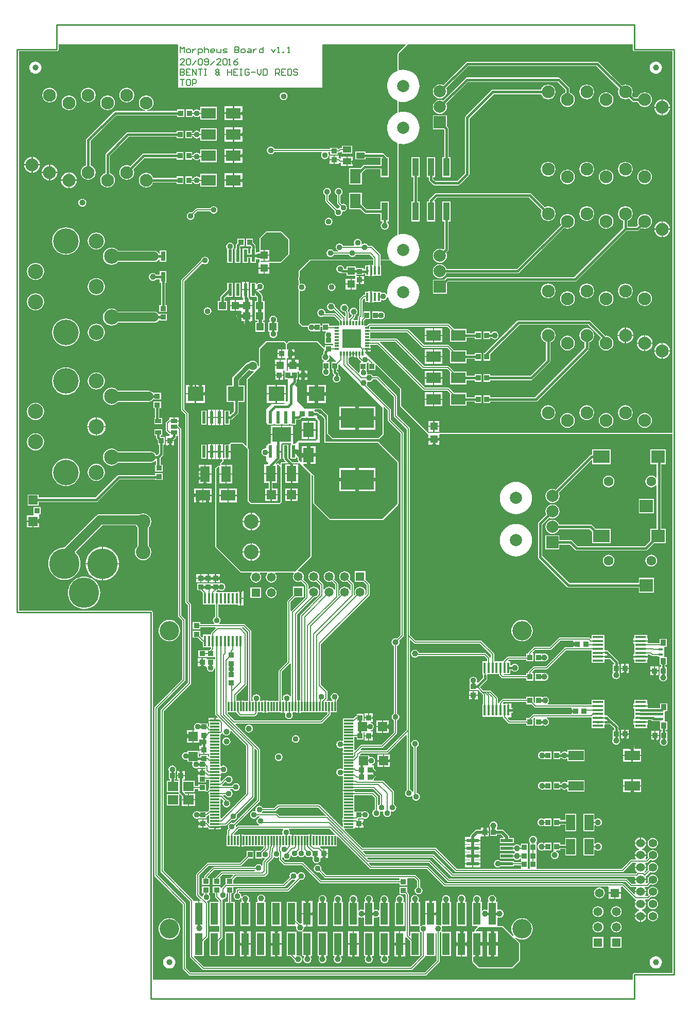
<source format=gtl>
G04 Layer_Physical_Order=1*
G04 Layer_Color=255*
%FSLAX25Y25*%
%MOIN*%
G70*
G01*
G75*
%ADD10C,0.03937*%
%ADD11R,0.02362X0.07874*%
%ADD12R,0.12205X0.09449*%
%ADD13R,0.21260X0.12992*%
%ADD14R,0.03800X0.03200*%
%ADD15R,0.03200X0.03800*%
%ADD16R,0.01181X0.06102*%
%ADD17R,0.06102X0.01181*%
%ADD18R,0.05906X0.05906*%
%ADD19R,0.03543X0.03543*%
%ADD20R,0.03543X0.03937*%
%ADD21R,0.03150X0.01575*%
%ADD22R,0.10400X0.09600*%
%ADD23R,0.06000X0.06000*%
%ADD24R,0.06400X0.10000*%
%ADD25R,0.05000X0.05000*%
%ADD26R,0.05000X0.05000*%
%ADD27R,0.06000X0.06000*%
%ADD28R,0.07087X0.09449*%
%ADD29R,0.05906X0.10236*%
%ADD30R,0.03150X0.06299*%
%ADD31R,0.09449X0.07087*%
%ADD32R,0.05512X0.03937*%
%ADD33R,0.09843X0.06299*%
%ADD34R,0.07874X0.02362*%
%ADD35R,0.01575X0.07087*%
%ADD36R,0.03937X0.02756*%
%ADD37R,0.06693X0.05906*%
%ADD38R,0.01575X0.05315*%
%ADD39R,0.08661X0.08268*%
%ADD40R,0.10630X0.08268*%
%ADD41R,0.07087X0.01575*%
%ADD42R,0.05000X0.14488*%
%ADD43R,0.03150X0.01181*%
%ADD44R,0.01181X0.03150*%
%ADD45R,0.12205X0.12205*%
%ADD46R,0.04370X0.11811*%
%ADD47C,0.00787*%
%ADD48C,0.01575*%
%ADD49C,0.01969*%
%ADD50C,0.01181*%
%ADD51C,0.03150*%
%ADD52C,0.02362*%
%ADD53C,0.05906*%
%ADD54C,0.01000*%
%ADD55C,0.19685*%
%ADD56C,0.07874*%
%ADD57R,0.07874X0.07874*%
%ADD58C,0.08268*%
%ADD59C,0.05512*%
%ADD60C,0.16535*%
%ADD61C,0.09843*%
%ADD62C,0.09449*%
%ADD63C,0.05800*%
%ADD64R,0.05800X0.05800*%
%ADD65R,0.05800X0.05800*%
%ADD66C,0.06299*%
%ADD67C,0.12598*%
%ADD68C,0.03740*%
%ADD69C,0.03150*%
G36*
X149587Y237183D02*
Y192618D01*
X146276D01*
Y193027D01*
X145689D01*
Y194291D01*
X145612Y194675D01*
X145395Y195000D01*
X145197Y195197D01*
X144872Y195415D01*
X144488Y195491D01*
X144104Y195415D01*
X143778Y195197D01*
X143561Y194872D01*
X143484Y194488D01*
X143561Y194104D01*
X143682Y193923D01*
Y193027D01*
X143095D01*
Y192618D01*
X141752D01*
Y196238D01*
X148347Y202834D01*
X148565Y203159D01*
X148641Y203543D01*
Y236221D01*
X148565Y236604D01*
X148347Y236930D01*
X145489Y239789D01*
X145733Y240379D01*
X146391D01*
X149587Y237183D01*
D02*
G37*
G36*
X329655Y190423D02*
X332917D01*
X334679Y188661D01*
X335005Y188443D01*
X335389Y188367D01*
X358773D01*
Y187625D01*
X357874D01*
X357874Y187625D01*
X357336Y187519D01*
X356881Y187214D01*
X356576Y186758D01*
X356469Y186221D01*
X356576Y185683D01*
X356881Y185227D01*
X356881Y185227D01*
X357336Y184923D01*
X357874Y184816D01*
X358773D01*
Y184074D01*
X334252D01*
X333868Y183998D01*
X333542Y183781D01*
X331386Y181624D01*
X329655D01*
Y180137D01*
X318920D01*
X317533Y181524D01*
X317759Y182069D01*
X319699D01*
Y185208D01*
X322046D01*
X322583Y185315D01*
X323039Y185619D01*
X323344Y186075D01*
X323451Y186613D01*
X323344Y187150D01*
X323039Y187606D01*
X322583Y187910D01*
X322046Y188017D01*
X319699D01*
Y191156D01*
X318305D01*
Y186613D01*
X317518D01*
Y191156D01*
X316124D01*
Y190746D01*
X314591D01*
X314365Y191292D01*
X314983Y191910D01*
X329655D01*
Y190423D01*
D02*
G37*
G36*
X359954Y230933D02*
X359055D01*
X358518Y230826D01*
X358062Y230521D01*
X358062Y230521D01*
X357757Y230065D01*
X357650Y229528D01*
X357757Y228990D01*
X358062Y228534D01*
X358518Y228230D01*
X359055Y228123D01*
X359055Y228123D01*
X359954D01*
Y227381D01*
X354724D01*
X354340Y227305D01*
X354015Y227088D01*
X342104Y215177D01*
X334646D01*
X334262Y215100D01*
X333936Y214883D01*
X331136Y212083D01*
X330919Y211757D01*
X330842Y211373D01*
Y210758D01*
X329655D01*
Y209271D01*
X314912D01*
X314783Y209447D01*
X315082Y210038D01*
X319290D01*
Y212767D01*
X319898D01*
X320220Y212346D01*
X320755Y211936D01*
X321377Y211678D01*
X322046Y211590D01*
X322714Y211678D01*
X323336Y211936D01*
X323871Y212346D01*
X324281Y212881D01*
X324539Y213504D01*
X324627Y214172D01*
X324539Y214840D01*
X324281Y215462D01*
X323871Y215997D01*
X323336Y216407D01*
X322714Y216665D01*
X322046Y216753D01*
X321377Y216665D01*
X320755Y216407D01*
X320220Y215997D01*
X319898Y215577D01*
X319290D01*
Y218305D01*
X317937D01*
X317711Y218851D01*
X318329Y219469D01*
X329655D01*
Y218375D01*
X334036D01*
Y223357D01*
X333815D01*
X333589Y223902D01*
X335455Y225768D01*
X345276D01*
X345660Y225845D01*
X345985Y226062D01*
X351597Y231674D01*
X359954D01*
Y230933D01*
D02*
G37*
G36*
X177102Y216688D02*
X177146Y216653D01*
Y195885D01*
X176556Y195705D01*
X176183Y196262D01*
X175370Y196806D01*
X174409Y196997D01*
X173449Y196806D01*
X172635Y196262D01*
X172092Y195448D01*
X171901Y194488D01*
X172059Y193690D01*
X171701Y193195D01*
X171279Y193284D01*
Y211592D01*
X176556Y216869D01*
X177102Y216688D01*
D02*
G37*
G36*
X199788Y118872D02*
X199562Y118326D01*
X169966D01*
X168621Y119671D01*
X168296Y119888D01*
X167912Y119965D01*
X158479D01*
X158300Y120555D01*
X158467Y120667D01*
X158982Y121437D01*
X166659D01*
X167043Y121514D01*
X167368Y121731D01*
X169437Y123800D01*
X194860D01*
X199788Y118872D01*
D02*
G37*
G36*
X205811Y106550D02*
X205585Y106004D01*
X191551D01*
Y106413D01*
X190354D01*
Y102362D01*
X189567D01*
Y106413D01*
X188370D01*
Y106004D01*
X179740D01*
Y106413D01*
X179350D01*
Y107724D01*
X179380Y107874D01*
X179304Y108258D01*
X179086Y108584D01*
X178760Y108801D01*
X178376Y108878D01*
X177992Y108801D01*
X177667Y108584D01*
X177637Y108554D01*
X177419Y108228D01*
X177343Y107844D01*
Y106413D01*
X176709D01*
X176330Y106909D01*
X176333Y106914D01*
X176524Y107874D01*
X176333Y108834D01*
X175935Y109430D01*
X176214Y110020D01*
X202340D01*
X205811Y106550D01*
D02*
G37*
G36*
X148308Y163659D02*
Y132798D01*
X132185Y116675D01*
X131595Y116920D01*
Y121851D01*
Y125787D01*
Y129143D01*
X132185Y129388D01*
X133564Y128009D01*
X133115Y127338D01*
X132924Y126378D01*
X133115Y125418D01*
X133659Y124604D01*
X134473Y124060D01*
X135433Y123869D01*
X136393Y124060D01*
X137207Y124604D01*
X137751Y125418D01*
X137942Y126378D01*
X137751Y127338D01*
X137207Y128152D01*
X136393Y128696D01*
X135547Y128864D01*
X133132Y131280D01*
X133376Y131870D01*
X134719D01*
X135234Y131100D01*
X136048Y130556D01*
X137008Y130365D01*
X137968Y130556D01*
X138782Y131100D01*
X139326Y131914D01*
X139517Y132874D01*
X139326Y133834D01*
X138782Y134648D01*
X137968Y135192D01*
X137842Y135217D01*
X137900Y135807D01*
X139411D01*
X139860Y135135D01*
X140674Y134591D01*
X141634Y134401D01*
X142594Y134591D01*
X143408Y135135D01*
X143952Y135949D01*
X144143Y136909D01*
X143952Y137870D01*
X143408Y138683D01*
X142594Y139227D01*
X141634Y139418D01*
X140674Y139227D01*
X139860Y138683D01*
X139316Y137870D01*
X139305Y137814D01*
X132883D01*
X132638Y138405D01*
X134526Y140293D01*
X135114Y140235D01*
X135234Y140057D01*
X136047Y139513D01*
X137008Y139322D01*
X137968Y139513D01*
X138782Y140057D01*
X139325Y140871D01*
X139516Y141831D01*
X139325Y142791D01*
X138782Y143605D01*
X137968Y144149D01*
X137008Y144340D01*
X136047Y144149D01*
X135234Y143605D01*
X134719Y142834D01*
X134644D01*
X134260Y142758D01*
X133935Y142540D01*
X132185Y140791D01*
X131595Y141035D01*
Y143095D01*
X132004D01*
Y144291D01*
X127953D01*
Y145079D01*
X132004D01*
Y145731D01*
X132313Y145963D01*
X132595Y146089D01*
X133464Y145916D01*
X134424Y146107D01*
X135238Y146651D01*
X135782Y147465D01*
X135973Y148425D01*
X135782Y149385D01*
X135238Y150199D01*
X134424Y150743D01*
X133464Y150934D01*
X132504Y150743D01*
X132185Y150530D01*
X131595Y150845D01*
Y155315D01*
Y159252D01*
Y163189D01*
Y167126D01*
Y170654D01*
X132004D01*
Y171302D01*
X132077Y171317D01*
X132403Y171535D01*
X132592Y171724D01*
X133101Y171623D01*
X133219Y171516D01*
X133608Y171010D01*
X134142Y170599D01*
X134765Y170342D01*
X135433Y170254D01*
X136101Y170342D01*
X136724Y170599D01*
X137258Y171010D01*
X137668Y171544D01*
X137926Y172167D01*
X138014Y172835D01*
X137971Y173160D01*
X138531Y173436D01*
X148308Y163659D01*
D02*
G37*
G36*
X234922Y131376D02*
Y125911D01*
X234151Y125396D01*
X234039Y125229D01*
X233449Y125408D01*
Y130547D01*
X233372Y130931D01*
X233155Y131256D01*
X230828Y133583D01*
X230502Y133801D01*
X230118Y133878D01*
X218618D01*
Y134449D01*
X214567D01*
Y135236D01*
X218618D01*
Y135807D01*
X230490D01*
X234922Y131376D01*
D02*
G37*
G36*
X145759Y358965D02*
X149213Y355512D01*
Y322047D01*
X151181Y320079D01*
X170079D01*
X171260Y321260D01*
X171260Y345622D01*
Y346330D01*
X171297Y346420D01*
X171387Y346457D01*
X182677D01*
X189764Y339370D01*
X189764Y286348D01*
X189674Y286130D01*
X181177Y277634D01*
X179921Y276378D01*
X161778Y276378D01*
X157119D01*
X145009Y276378D01*
X144792Y276468D01*
X128830Y292430D01*
X128740Y292647D01*
X128740Y332944D01*
Y342786D01*
X128830Y343003D01*
X130137Y344310D01*
X130241Y344320D01*
X130791Y344224D01*
X130896Y344047D01*
Y339764D01*
X134703D01*
Y345370D01*
X132220D01*
X132043Y345476D01*
X131947Y346025D01*
X131956Y346129D01*
X133465Y347638D01*
X133465Y348493D01*
X133665Y349000D01*
X135453D01*
Y353937D01*
X135846D01*
Y354331D01*
X138028D01*
Y358655D01*
X138450Y359008D01*
X138577Y359054D01*
X138580Y359055D01*
X145542D01*
X145759Y358965D01*
D02*
G37*
G36*
X173957Y423680D02*
X173958Y423680D01*
X173770Y423228D01*
Y420223D01*
X171609D01*
Y417323D01*
Y414423D01*
X173587D01*
X173735Y413922D01*
X173457Y413343D01*
X170603D01*
Y409842D01*
X170209D01*
Y409449D01*
X166709D01*
Y406700D01*
X166709Y406343D01*
X167041Y405889D01*
Y405752D01*
Y403740D01*
X169641D01*
X172241D01*
X172241Y406247D01*
X172792Y406343D01*
X172845D01*
X173050Y405837D01*
X173050Y405752D01*
Y400856D01*
X175197D01*
X175197Y387008D01*
X174454Y386265D01*
X173909Y386491D01*
Y390945D01*
X168103D01*
Y385539D01*
X172774D01*
X173022Y384976D01*
X172758Y384646D01*
X164567Y384646D01*
X161024Y381102D01*
X161024Y372835D01*
X161988Y371870D01*
Y371457D01*
X165532D01*
Y371457D01*
X165728Y371654D01*
X166988Y371654D01*
Y371457D01*
X170531D01*
Y371457D01*
X170728Y371654D01*
X171988Y371654D01*
Y371457D01*
X175531D01*
Y371457D01*
X175728Y371653D01*
X176988Y371653D01*
Y371457D01*
X180532D01*
Y374579D01*
X182239D01*
X182777Y374686D01*
X183233Y374991D01*
X184098Y375856D01*
X186792D01*
Y375984D01*
X187883Y375984D01*
X188011Y375856D01*
Y375856D01*
X192392D01*
X192885Y375619D01*
X194488Y374016D01*
X194488Y362205D01*
X193307Y361024D01*
X181890D01*
X179921Y359055D01*
X178878D01*
X178362Y359237D01*
Y364567D01*
X164157D01*
Y359237D01*
X163642Y359055D01*
X162598D01*
X162008Y358465D01*
X161988D01*
Y358445D01*
X161024Y357480D01*
Y356375D01*
X160630Y356052D01*
X159670Y355861D01*
X158856Y355317D01*
X158312Y354503D01*
X158121Y353543D01*
X158312Y352583D01*
X158856Y351769D01*
X159670Y351225D01*
X160630Y351034D01*
X161024Y350711D01*
Y348031D01*
X162598Y346457D01*
X162649Y346354D01*
X162283Y345764D01*
X159916D01*
Y340158D01*
X164116D01*
X168316D01*
Y345416D01*
X168907Y345660D01*
X170621Y343946D01*
X170621Y321525D01*
X169814Y320718D01*
X151446D01*
X149852Y322312D01*
Y355512D01*
X149665Y355964D01*
X149213Y356416D01*
Y400787D01*
X157087Y408661D01*
Y420472D01*
X161417Y424803D01*
X172835D01*
X173957Y423680D01*
D02*
G37*
G36*
X239941Y380687D02*
Y374410D01*
X240018Y374025D01*
X240235Y373700D01*
X248209Y365726D01*
Y235455D01*
X245837Y233083D01*
X245550Y233202D01*
X244882Y233290D01*
X244214Y233202D01*
X243591Y232944D01*
X243057Y232534D01*
X242647Y231999D01*
X242389Y231377D01*
X242301Y230709D01*
X242389Y230041D01*
X242647Y229418D01*
X243057Y228884D01*
X243591Y228473D01*
X243878Y228354D01*
Y184572D01*
X243108Y184057D01*
X242564Y183244D01*
X242373Y182283D01*
X242564Y181323D01*
X243108Y180509D01*
X243878Y179995D01*
Y172463D01*
X235805Y164389D01*
X222835D01*
X222451Y164313D01*
X222125Y164095D01*
X218754Y160724D01*
X218209Y160951D01*
Y165157D01*
Y169272D01*
X219813D01*
Y167588D01*
X224194D01*
Y172394D01*
X225003D01*
Y170473D01*
X227603D01*
Y170079D01*
X227997D01*
Y167179D01*
X230203D01*
Y169075D01*
X231496D01*
X231496Y169075D01*
X231880Y169152D01*
X232206Y169369D01*
X232423Y169695D01*
X232500Y170079D01*
X232423Y170463D01*
X232206Y170788D01*
X232206Y170788D01*
X231880Y171006D01*
X231496Y171082D01*
X230203D01*
Y172979D01*
X228877D01*
X228819Y173569D01*
X229307Y173666D01*
X230120Y174210D01*
X230664Y175024D01*
X230855Y175984D01*
X230664Y176944D01*
X230120Y177758D01*
X229307Y178302D01*
X228818Y178399D01*
X228876Y178990D01*
X230203D01*
Y180886D01*
X231496D01*
X231496Y180886D01*
X231880Y180963D01*
X232206Y181180D01*
X232423Y181506D01*
X232500Y181890D01*
X232423Y182274D01*
X232206Y182599D01*
X232206Y182599D01*
X231880Y182817D01*
X231496Y182893D01*
X230203D01*
Y184790D01*
X227997D01*
Y181890D01*
X227603D01*
Y181496D01*
X225003D01*
Y179575D01*
X224194D01*
Y184380D01*
X219813D01*
Y182893D01*
X219685D01*
X219301Y182817D01*
X218975Y182599D01*
X217675Y181299D01*
X210925D01*
Y178937D01*
Y175000D01*
Y171063D01*
Y166987D01*
X210335Y166671D01*
X210015Y166885D01*
X209055Y167076D01*
X208095Y166885D01*
X207281Y166341D01*
X206737Y165527D01*
X206546Y164567D01*
X206737Y163607D01*
X207281Y162793D01*
X208095Y162249D01*
X209055Y162058D01*
X210015Y162249D01*
X210335Y162462D01*
X210925Y162147D01*
Y160055D01*
X210516D01*
Y159468D01*
X209252D01*
X208868Y159392D01*
X208542Y159174D01*
X208345Y158977D01*
X208128Y158651D01*
X208051Y158267D01*
X208128Y157883D01*
X208345Y157558D01*
X208671Y157340D01*
X209055Y157264D01*
X209439Y157340D01*
X209619Y157461D01*
X210516D01*
Y156874D01*
X210925D01*
Y153347D01*
Y148877D01*
X210335Y148561D01*
X210015Y148775D01*
X209055Y148966D01*
X208095Y148775D01*
X207281Y148231D01*
X206737Y147417D01*
X206546Y146457D01*
X206737Y145497D01*
X207281Y144683D01*
X208095Y144139D01*
X209055Y143948D01*
X210015Y144139D01*
X210335Y144352D01*
X210925Y144037D01*
Y141535D01*
Y136433D01*
X210516D01*
Y135846D01*
X209619D01*
X209439Y135966D01*
X209055Y136043D01*
X208671Y135966D01*
X208345Y135749D01*
X208128Y135423D01*
X208051Y135039D01*
X208128Y134655D01*
X208345Y134329D01*
X208542Y134133D01*
X208867Y133915D01*
X209251Y133839D01*
X210516D01*
Y133252D01*
X210925D01*
Y129725D01*
Y125787D01*
Y121851D01*
Y116748D01*
X210516D01*
Y115551D01*
X214567D01*
Y114764D01*
X210516D01*
Y113567D01*
X210925D01*
Y111344D01*
X210380Y111118D01*
X195985Y125513D01*
X195660Y125730D01*
X195276Y125807D01*
X169021D01*
X168637Y125730D01*
X168312Y125513D01*
X166243Y123444D01*
X158982D01*
X158467Y124215D01*
X157653Y124759D01*
X156693Y124950D01*
X155733Y124759D01*
X154919Y124215D01*
X154375Y123401D01*
X154184Y122441D01*
X154302Y121849D01*
X153805Y121352D01*
X153213Y121470D01*
X152253Y121279D01*
X151439Y120735D01*
X150895Y119921D01*
X150704Y118961D01*
X150895Y118001D01*
X151439Y117187D01*
X152253Y116643D01*
X153213Y116452D01*
X154173Y116643D01*
X154987Y117187D01*
X155502Y117958D01*
X156907D01*
X156965Y117367D01*
X156520Y117279D01*
X155706Y116735D01*
X155162Y115921D01*
X154972Y114961D01*
X155162Y114000D01*
X155706Y113187D01*
X156520Y112643D01*
X156646Y112618D01*
X156588Y112027D01*
X143307D01*
X142923Y111951D01*
X142597Y111733D01*
X142039Y111175D01*
X141612Y111362D01*
X141479Y111450D01*
X141370Y111998D01*
X157009Y127637D01*
X157226Y127962D01*
X157303Y128347D01*
Y161024D01*
X157226Y161408D01*
X157009Y161733D01*
X141157Y177585D01*
X141383Y178130D01*
X196850D01*
X197234Y178207D01*
X197560Y178424D01*
X202481Y183345D01*
X202699Y183671D01*
X202775Y184055D01*
Y185335D01*
X206890D01*
Y192618D01*
X206890D01*
X206847Y193209D01*
X207286Y193502D01*
X207830Y194316D01*
X208021Y195276D01*
X207830Y196236D01*
X207286Y197050D01*
X206472Y197593D01*
X205512Y197784D01*
X204552Y197593D01*
X203738Y197050D01*
X203194Y196236D01*
X203003Y195276D01*
X203194Y194316D01*
X203738Y193502D01*
X204176Y193209D01*
X203997Y192618D01*
X200321D01*
X200095Y193164D01*
X200710Y193779D01*
X200927Y194104D01*
X201004Y194488D01*
Y198425D01*
X200927Y198809D01*
X200710Y199135D01*
X196673Y203172D01*
Y229506D01*
X227875Y260708D01*
X228093Y261033D01*
X228169Y261417D01*
Y267913D01*
X228093Y268297D01*
X227875Y268623D01*
X225459Y271039D01*
Y276601D01*
X218478D01*
Y269620D01*
X224040D01*
X226162Y267498D01*
Y261833D01*
X225641Y261312D01*
X225141Y261647D01*
X225369Y262199D01*
X225489Y263110D01*
X225369Y264021D01*
X225017Y264871D01*
X224458Y265600D01*
X223729Y266159D01*
X222880Y266511D01*
X221969Y266631D01*
X221057Y266511D01*
X220208Y266159D01*
X219479Y265600D01*
X218919Y264871D01*
X218568Y264021D01*
X218448Y263110D01*
X218568Y262199D01*
X218881Y261442D01*
X218450Y261011D01*
X217860Y261256D01*
Y268222D01*
X217783Y268606D01*
X217566Y268932D01*
X215056Y271442D01*
X215369Y272199D01*
X215489Y273110D01*
X215369Y274022D01*
X215018Y274871D01*
X214458Y275600D01*
X213729Y276159D01*
X212880Y276511D01*
X211968Y276631D01*
X211057Y276511D01*
X210208Y276159D01*
X209479Y275600D01*
X208920Y274871D01*
X208568Y274022D01*
X208448Y273110D01*
X208568Y272199D01*
X208920Y271350D01*
X209479Y270621D01*
X210208Y270061D01*
X211057Y269709D01*
X211968Y269590D01*
X212880Y269709D01*
X213636Y270023D01*
X215853Y267807D01*
Y264397D01*
X215262Y264280D01*
X215018Y264871D01*
X214458Y265600D01*
X213729Y266159D01*
X212880Y266511D01*
X211968Y266631D01*
X211057Y266511D01*
X210208Y266159D01*
X209479Y265600D01*
X208920Y264871D01*
X208568Y264021D01*
X208448Y263110D01*
X208568Y262199D01*
X208881Y261442D01*
X208242Y260803D01*
X207697Y261029D01*
Y268386D01*
X207620Y268770D01*
X207402Y269095D01*
X205056Y271442D01*
X205369Y272199D01*
X205489Y273110D01*
X205369Y274022D01*
X205017Y274871D01*
X204458Y275600D01*
X203729Y276159D01*
X202880Y276511D01*
X201969Y276631D01*
X201057Y276511D01*
X200208Y276159D01*
X199479Y275600D01*
X198919Y274871D01*
X198568Y274022D01*
X198448Y273110D01*
X198568Y272199D01*
X198919Y271350D01*
X199479Y270621D01*
X200208Y270061D01*
X201057Y269709D01*
X201969Y269590D01*
X202880Y269709D01*
X203637Y270023D01*
X205689Y267970D01*
Y264792D01*
X205099Y264674D01*
X205017Y264871D01*
X204458Y265600D01*
X203729Y266159D01*
X202880Y266511D01*
X201969Y266631D01*
X201057Y266511D01*
X200208Y266159D01*
X199479Y265600D01*
X198919Y264871D01*
X198838Y264674D01*
X198248Y264792D01*
Y267835D01*
X198171Y268219D01*
X197954Y268544D01*
X195056Y271442D01*
X195369Y272199D01*
X195489Y273110D01*
X195369Y274022D01*
X195018Y274871D01*
X194458Y275600D01*
X193729Y276159D01*
X192880Y276511D01*
X191969Y276631D01*
X191057Y276511D01*
X190208Y276159D01*
X189479Y275600D01*
X188919Y274871D01*
X188568Y274022D01*
X188448Y273110D01*
X188568Y272199D01*
X188919Y271350D01*
X189479Y270621D01*
X190208Y270061D01*
X191057Y269709D01*
X191969Y269590D01*
X192880Y269709D01*
X193637Y270023D01*
X196241Y267419D01*
Y261439D01*
X183345Y248544D01*
X183128Y248219D01*
X183052Y247835D01*
Y193027D01*
X182480D01*
Y188976D01*
X181693D01*
Y193027D01*
X181122D01*
Y248600D01*
X192133Y259611D01*
X192880Y259710D01*
X193729Y260061D01*
X194458Y260621D01*
X195018Y261350D01*
X195369Y262199D01*
X195489Y263110D01*
X195369Y264021D01*
X195018Y264871D01*
X194458Y265600D01*
X193729Y266159D01*
X192880Y266511D01*
X191969Y266631D01*
X191057Y266511D01*
X190208Y266159D01*
X189479Y265600D01*
X188996Y264970D01*
X188603Y265029D01*
X188405Y265128D01*
Y267677D01*
X188329Y268061D01*
X188111Y268387D01*
X185056Y271442D01*
X185369Y272199D01*
X185489Y273110D01*
X185369Y274022D01*
X185018Y274871D01*
X184458Y275600D01*
X183729Y276159D01*
X182880Y276511D01*
X181968Y276631D01*
X181905Y276623D01*
X181629Y277182D01*
X190126Y285679D01*
X190174Y285796D01*
X190264Y285886D01*
X190354Y286103D01*
Y286230D01*
X190403Y286348D01*
X190403Y338566D01*
X190993Y338811D01*
X191423Y338381D01*
X191487Y338318D01*
Y331496D01*
Y320993D01*
X191535Y320876D01*
Y320749D01*
X191625Y320532D01*
X191715Y320442D01*
X191764Y320324D01*
X202214Y309874D01*
X202331Y309825D01*
X202421Y309736D01*
X202638Y309646D01*
X202766D01*
X202883Y309597D01*
X236093D01*
X236211Y309646D01*
X236338D01*
X236555Y309736D01*
X236645Y309825D01*
X236762Y309874D01*
X246425Y319537D01*
X246474Y319654D01*
X246564Y319744D01*
X246654Y319961D01*
Y320088D01*
X246702Y320206D01*
Y347117D01*
X246654Y347234D01*
Y347362D01*
X246564Y347579D01*
X246474Y347669D01*
X246425Y347786D01*
X234007Y360205D01*
X233889Y360253D01*
X233799Y360343D01*
X233582Y360433D01*
X233455D01*
X233337Y360482D01*
X199452D01*
Y374803D01*
X199284Y375648D01*
X198805Y376364D01*
X197230Y377939D01*
X196514Y378418D01*
X195669Y378586D01*
X195485Y378549D01*
X194694Y379340D01*
X194238Y379644D01*
X193701Y379751D01*
X192392D01*
Y380837D01*
X192811Y381251D01*
X196586D01*
X200479Y377358D01*
X200542Y377294D01*
Y370866D01*
Y365875D01*
X200591Y365758D01*
Y365631D01*
X200680Y365413D01*
X200770Y365324D01*
X200819Y365206D01*
X203789Y362236D01*
X203906Y362188D01*
X203996Y362098D01*
X204213Y362008D01*
X204340D01*
X204458Y361959D01*
X233731D01*
X233849Y362008D01*
X233976D01*
X234193Y362098D01*
X234283Y362188D01*
X234400Y362236D01*
X236976Y364812D01*
X237025Y364930D01*
X237115Y365020D01*
X237205Y365237D01*
Y365364D01*
X237253Y365481D01*
Y382156D01*
X237205Y382274D01*
Y382401D01*
X237115Y382618D01*
X237132Y382661D01*
X237826Y382802D01*
X239941Y380687D01*
D02*
G37*
G36*
X177413Y359058D02*
X177414Y359055D01*
X177012Y358465D01*
X176988D01*
Y349410D01*
X180532D01*
Y350220D01*
X181077Y350446D01*
X181313Y350210D01*
X181644Y349989D01*
Y348552D01*
X181693Y348435D01*
Y348308D01*
X181783Y348091D01*
X181873Y348001D01*
X181921Y347883D01*
X182118Y347687D01*
X181874Y347096D01*
X178119D01*
X175531Y349684D01*
Y358465D01*
X171988D01*
Y349410D01*
X172367D01*
X172462Y348931D01*
X172766Y348475D01*
X173600Y347641D01*
X173374Y347096D01*
X171387D01*
X171270Y347047D01*
X171142Y347047D01*
X171053Y347010D01*
X171053Y347010D01*
X170963Y346920D01*
X170935Y346909D01*
X170924Y346881D01*
X170835Y346793D01*
X170808Y346782D01*
X170797Y346754D01*
X170706Y346664D01*
X170706Y346664D01*
X170669Y346574D01*
X170669Y346447D01*
X170621Y346330D01*
Y345685D01*
X170458Y345555D01*
X170075Y345396D01*
X169359Y346112D01*
X169241Y346161D01*
X169151Y346251D01*
X169024D01*
X168907Y346300D01*
X168789Y346251D01*
X168662D01*
X168071Y346006D01*
X167982Y345916D01*
X167864Y345868D01*
X167655Y345936D01*
X167494Y346609D01*
X169753Y348869D01*
X169841Y349000D01*
X170941D01*
Y353543D01*
X168760D01*
Y354331D01*
X170941D01*
Y358874D01*
X171381Y359236D01*
X177217D01*
X177413Y359058D01*
D02*
G37*
G36*
X193967Y424803D02*
X194184Y424713D01*
X199029Y419869D01*
X198657Y419497D01*
X198352Y419041D01*
X198245Y418504D01*
Y417152D01*
X197825Y416830D01*
X197415Y416295D01*
X197157Y415673D01*
X197069Y415005D01*
X197157Y414337D01*
X197415Y413714D01*
X197825Y413179D01*
X198360Y412769D01*
X198982Y412511D01*
X198882Y411939D01*
X197765D01*
Y406958D01*
X197765Y406958D01*
X197669Y406408D01*
X197491Y405512D01*
X197682Y404552D01*
X198226Y403738D01*
X199040Y403194D01*
X200000Y403003D01*
X200960Y403194D01*
X201774Y403738D01*
X202318Y404552D01*
X202509Y405512D01*
X202318Y406472D01*
X202305Y406496D01*
X202147Y407053D01*
X202147Y407432D01*
Y411939D01*
X200419D01*
X200318Y412511D01*
X200941Y412769D01*
X201475Y413179D01*
X201886Y413714D01*
X202144Y414337D01*
X202231Y415005D01*
X202144Y415673D01*
X201969Y416093D01*
X202470Y416428D01*
X206368Y412530D01*
X206123Y411939D01*
X203365D01*
Y406958D01*
X204151D01*
Y405468D01*
X204258Y404930D01*
X204562Y404474D01*
X205280Y403757D01*
X205248Y403175D01*
X204919Y402955D01*
X204375Y402141D01*
X204184Y401181D01*
X204375Y400221D01*
X204919Y399407D01*
X205733Y398863D01*
X206693Y398672D01*
X207653Y398863D01*
X208467Y399407D01*
X209011Y400221D01*
X209202Y401181D01*
X209011Y402141D01*
X208467Y402955D01*
X208098Y403202D01*
Y404331D01*
X207991Y404868D01*
X207686Y405324D01*
X206961Y406050D01*
Y406958D01*
X207747D01*
Y410220D01*
X208212Y410686D01*
X221838Y397060D01*
X222191Y396600D01*
X222650Y396247D01*
X236524Y382373D01*
X236614Y382156D01*
Y365481D01*
X236524Y365264D01*
X233948Y362688D01*
X233731Y362598D01*
X204458D01*
X204241Y362688D01*
X201271Y365658D01*
X201181Y365875D01*
Y370866D01*
Y377294D01*
X201181Y377294D01*
Y377559D01*
X200931Y377810D01*
X196850Y381890D01*
X185827D01*
X181102Y386614D01*
Y392520D01*
Y395669D01*
X179537Y397235D01*
X180477Y398175D01*
X180781Y398631D01*
X180888Y399168D01*
Y400856D01*
X181674D01*
Y405752D01*
X181674Y405837D01*
X181703Y405909D01*
X181902Y405941D01*
X182064Y405879D01*
X182483Y405439D01*
Y404528D01*
X183902D01*
Y406247D01*
X182946D01*
X182713Y406247D01*
X182581Y406260D01*
X182452Y406283D01*
X182191Y406587D01*
Y406587D01*
X182121Y406669D01*
X182109Y406870D01*
Y408661D01*
X178609D01*
X175109D01*
Y406653D01*
X174689Y406201D01*
X174598Y406152D01*
X174409Y406189D01*
X174409Y414423D01*
X175635D01*
Y417323D01*
Y420223D01*
X174409D01*
Y423228D01*
X175894Y424713D01*
X176111Y424803D01*
X176378D01*
X193967Y424803D01*
D02*
G37*
G36*
X219882Y414748D02*
X220456D01*
X220530Y414380D01*
X220747Y414054D01*
X222519Y412282D01*
X222737Y412136D01*
X222664Y411609D01*
X222639Y411546D01*
X221781D01*
Y406565D01*
X221781Y406565D01*
X221685Y406014D01*
X221513Y405151D01*
X221380Y405063D01*
X220953Y404876D01*
X214586Y411242D01*
Y414748D01*
X215157D01*
Y417323D01*
X215945D01*
Y414748D01*
X216139D01*
X216396Y414164D01*
X216319Y413779D01*
X216396Y413396D01*
X216613Y413070D01*
X216939Y412852D01*
X217323Y412776D01*
X217707Y412852D01*
X218032Y413070D01*
X218229Y413267D01*
X218447Y413592D01*
X218523Y413976D01*
Y414748D01*
X219094D01*
Y417323D01*
X219882D01*
Y414748D01*
D02*
G37*
G36*
X243878Y389348D02*
Y377165D01*
X243955Y376781D01*
X244172Y376456D01*
X252146Y368482D01*
Y235039D01*
Y174038D01*
X238954Y160846D01*
X222549D01*
X222305Y161437D01*
X223250Y162382D01*
X236221D01*
X236604Y162459D01*
X236930Y162676D01*
X245591Y171338D01*
X245809Y171663D01*
X245885Y172047D01*
Y179995D01*
X246656Y180509D01*
X247200Y181323D01*
X247391Y182283D01*
X247200Y183244D01*
X246656Y184057D01*
X245885Y184572D01*
Y228354D01*
X246172Y228473D01*
X246707Y228884D01*
X247117Y229418D01*
X247375Y230041D01*
X247463Y230709D01*
X247375Y231377D01*
X247256Y231664D01*
X249922Y234330D01*
X250140Y234655D01*
X250216Y235039D01*
Y366142D01*
X250140Y366526D01*
X249922Y366851D01*
X241948Y374825D01*
Y381102D01*
X241872Y381486D01*
X241654Y381812D01*
X226275Y397192D01*
X226509Y397757D01*
X226597Y398425D01*
X226555Y398745D01*
X227096Y399160D01*
X227285Y399082D01*
X227953Y398994D01*
X228621Y399082D01*
X229243Y399340D01*
X229778Y399750D01*
X230188Y400284D01*
X230307Y400571D01*
X232655D01*
X243878Y389348D01*
D02*
G37*
G36*
X233555Y359753D02*
X245973Y347334D01*
X246063Y347117D01*
Y320206D01*
X245973Y319989D01*
X236310Y310326D01*
X236093Y310236D01*
X202883D01*
X202666Y310326D01*
X192216Y320776D01*
X192126Y320993D01*
Y331496D01*
Y338318D01*
X192126Y338318D01*
Y338583D01*
X191875Y338833D01*
X185207Y345501D01*
X185433Y346047D01*
X187402D01*
Y350590D01*
X184039D01*
Y347441D01*
X183494Y347215D01*
X182373Y348335D01*
X182283Y348552D01*
Y349989D01*
X182283Y349989D01*
X182283Y349989D01*
Y359842D01*
X233337D01*
X233555Y359753D01*
D02*
G37*
G36*
X251455Y616926D02*
X246398Y611869D01*
X246211Y611417D01*
Y601002D01*
X246226Y600965D01*
X246216Y600926D01*
X246221Y600917D01*
X246129Y600418D01*
X245997Y600192D01*
X245980Y600179D01*
X245249Y599876D01*
X243849Y599018D01*
X242600Y597951D01*
X241533Y596702D01*
X240675Y595302D01*
X240047Y593785D01*
X239664Y592188D01*
X239535Y590551D01*
X239664Y588914D01*
X240047Y587317D01*
X240675Y585800D01*
X241533Y584400D01*
X242600Y583151D01*
X243849Y582085D01*
X245249Y581226D01*
X245980Y580924D01*
X245997Y580910D01*
X246129Y580684D01*
X246221Y580185D01*
X246216Y580176D01*
X246226Y580138D01*
X246211Y580101D01*
Y573757D01*
X246226Y573721D01*
X246216Y573682D01*
X246221Y573673D01*
X246129Y573174D01*
X245997Y572948D01*
X245980Y572935D01*
X245249Y572632D01*
X243849Y571774D01*
X242600Y570707D01*
X241533Y569458D01*
X240675Y568058D01*
X240047Y566541D01*
X239664Y564944D01*
X239535Y563307D01*
X239664Y561670D01*
X240047Y560073D01*
X240675Y558556D01*
X241533Y557156D01*
X242600Y555907D01*
X243849Y554841D01*
X245249Y553982D01*
X245980Y553680D01*
X245997Y553666D01*
X246129Y553440D01*
X246221Y552941D01*
X246216Y552932D01*
X246226Y552894D01*
X246211Y552857D01*
Y494702D01*
X246226Y494665D01*
X246216Y494627D01*
X246221Y494618D01*
X246129Y494119D01*
X245997Y493893D01*
X245980Y493880D01*
X245249Y493577D01*
X243849Y492719D01*
X242600Y491652D01*
X241533Y490403D01*
X240675Y489003D01*
X240047Y487486D01*
X239664Y485889D01*
X239535Y484252D01*
X239664Y482615D01*
X240047Y481018D01*
X240675Y479501D01*
X241158Y478714D01*
X240869Y478198D01*
X235157D01*
Y481201D01*
X235081Y481585D01*
X234863Y481910D01*
X229843Y486930D01*
X229518Y487148D01*
X229134Y487224D01*
X227092D01*
X226577Y487994D01*
X225763Y488538D01*
X224803Y488729D01*
X223843Y488538D01*
X223307Y488180D01*
X222776Y488535D01*
X222883Y489075D01*
X222692Y490035D01*
X222148Y490849D01*
X221334Y491393D01*
X220374Y491584D01*
X219414Y491393D01*
X218600Y490849D01*
X218056Y490035D01*
X217865Y489075D01*
X218056Y488115D01*
X218257Y487815D01*
X217941Y487224D01*
X210950D01*
X210435Y487994D01*
X209622Y488538D01*
X208661Y488729D01*
X207701Y488538D01*
X206887Y487994D01*
X206344Y487181D01*
X206153Y486221D01*
X206344Y485260D01*
X206887Y484446D01*
X207701Y483903D01*
X207827Y483878D01*
X207769Y483287D01*
X205045D01*
X204530Y484058D01*
X203716Y484601D01*
X202756Y484792D01*
X201796Y484601D01*
X200982Y484058D01*
X200438Y483244D01*
X200247Y482283D01*
X200438Y481323D01*
X200982Y480510D01*
X201796Y479966D01*
X202756Y479775D01*
X203716Y479966D01*
X204530Y480510D01*
X205045Y481280D01*
X214639D01*
X215155Y480509D01*
X215969Y479965D01*
X216929Y479774D01*
X217889Y479965D01*
X218703Y480509D01*
X219218Y481280D01*
X228325D01*
X230591Y479013D01*
Y478198D01*
X189764D01*
X189312Y478011D01*
X182225Y470924D01*
X182038Y470472D01*
Y466864D01*
X181934Y466708D01*
X181743Y465748D01*
X181934Y464788D01*
X182038Y464633D01*
Y462770D01*
X182075Y462680D01*
X182065Y462584D01*
X182142Y462490D01*
X182170Y462451D01*
X182225Y462318D01*
X182280Y461852D01*
X182218Y461621D01*
X181934Y461196D01*
X181743Y460236D01*
X181934Y459276D01*
X182218Y458852D01*
X182257Y458706D01*
X182225Y458155D01*
X182065Y457888D01*
X182075Y457792D01*
X182038Y457703D01*
X182038Y457603D01*
Y444882D01*
X182038Y437402D01*
X182225Y436950D01*
X184194Y434981D01*
X184646Y434794D01*
X187685Y434794D01*
X188059Y434337D01*
X188042Y434252D01*
X188233Y433292D01*
X188777Y432478D01*
X189591Y431934D01*
X190551Y431743D01*
X191269Y431886D01*
X191860Y431761D01*
Y431761D01*
X196241D01*
Y434794D01*
X197460D01*
Y431761D01*
X199507D01*
X199713Y431171D01*
X199257Y430488D01*
X199066Y429528D01*
X199209Y428810D01*
X199084Y428219D01*
X199084D01*
Y423838D01*
X204065D01*
X204528Y423528D01*
Y422929D01*
X204065Y422619D01*
X199084D01*
Y421489D01*
X198539Y421263D01*
X194636Y425165D01*
X194519Y425214D01*
X194429Y425304D01*
X194212Y425394D01*
X194085D01*
X193967Y425442D01*
X176111Y425442D01*
X175994Y425394D01*
X175867D01*
X175650Y425304D01*
X175560Y425214D01*
X175442Y425165D01*
X174409Y424132D01*
X174409Y424132D01*
X173287Y425255D01*
X172835Y425442D01*
X161417D01*
X160965Y425255D01*
X156635Y420924D01*
X156447Y420472D01*
Y409270D01*
X156297Y409173D01*
X155912Y409363D01*
X155729Y409510D01*
X155622Y410322D01*
X155285Y411136D01*
X154749Y411835D01*
X154050Y412372D01*
X153236Y412709D01*
X152362Y412824D01*
X151489Y412709D01*
X150674Y412372D01*
X149976Y411835D01*
X149838Y411657D01*
X149606D01*
X148761Y411488D01*
X148045Y411010D01*
X139785Y402750D01*
X139307Y402034D01*
X139139Y401189D01*
Y396729D01*
X135556D01*
Y385948D01*
X140327D01*
Y380116D01*
X140313Y380096D01*
X138164Y377946D01*
X137618Y378172D01*
Y380512D01*
X134075D01*
Y371457D01*
X137618D01*
Y374579D01*
X138189D01*
X138727Y374686D01*
X139182Y374991D01*
X142340Y378148D01*
X142372Y378196D01*
X142726Y378550D01*
X143030Y379006D01*
X143137Y379543D01*
Y385948D01*
X147137D01*
Y396729D01*
X143554D01*
Y400275D01*
X150183Y406903D01*
X150674Y406526D01*
X151489Y406188D01*
X152362Y406074D01*
X152820Y406134D01*
X153096Y405574D01*
X148761Y401239D01*
X148573Y400787D01*
Y357827D01*
X148028Y357601D01*
X146211Y359417D01*
X146094Y359466D01*
X146004Y359556D01*
X145787Y359646D01*
X145660D01*
X145542Y359694D01*
X138580D01*
X138472Y359650D01*
X138360Y359655D01*
X138233Y359609D01*
X138148Y359532D01*
X138039Y359498D01*
X137617Y359145D01*
X137603Y359118D01*
X137576Y359107D01*
X137492Y358905D01*
X137391Y358711D01*
X136871Y358465D01*
X134075D01*
Y349939D01*
X133484Y349671D01*
X133410Y349699D01*
X133028Y350015D01*
Y353543D01*
X131240D01*
Y349000D01*
X132495D01*
X132766Y348584D01*
X132825Y348409D01*
X132825Y347902D01*
X131504Y346581D01*
X131427Y346395D01*
X131424Y346393D01*
X131421Y346380D01*
X131421Y346380D01*
X131319Y346187D01*
X131310Y346083D01*
X131336Y346000D01*
X131317Y345915D01*
X131381Y345551D01*
X131306Y344961D01*
X130715Y344886D01*
X130351Y344950D01*
X130267Y344931D01*
X130184Y344956D01*
X130080Y344947D01*
X129887Y344846D01*
X129886Y344846D01*
X129874Y344843D01*
X129872Y344840D01*
X129685Y344762D01*
X128378Y343455D01*
X128329Y343338D01*
X128240Y343248D01*
X128150Y343031D01*
Y342904D01*
X128101Y342786D01*
Y332944D01*
X128101Y292647D01*
X128150Y292529D01*
Y292402D01*
X128240Y292185D01*
X128329Y292095D01*
X128378Y291978D01*
X144340Y276016D01*
X144457Y275967D01*
X144547Y275877D01*
X144764Y275787D01*
X144892D01*
X145009Y275739D01*
X151778Y275739D01*
X151811Y275643D01*
X151915Y275148D01*
X151400Y274477D01*
X151048Y273628D01*
X150928Y272717D01*
X151048Y271805D01*
X151400Y270956D01*
X151959Y270227D01*
X152689Y269668D01*
X153538Y269316D01*
X154449Y269196D01*
X155360Y269316D01*
X156209Y269668D01*
X156938Y270227D01*
X157498Y270956D01*
X157850Y271805D01*
X157969Y272717D01*
X157850Y273628D01*
X157498Y274477D01*
X156983Y275148D01*
X157056Y275497D01*
X157214Y275739D01*
X161683D01*
X161842Y275497D01*
X161915Y275148D01*
X161400Y274477D01*
X161048Y273628D01*
X160928Y272717D01*
X161048Y271805D01*
X161400Y270956D01*
X161959Y270227D01*
X162689Y269668D01*
X163538Y269316D01*
X164449Y269196D01*
X165360Y269316D01*
X166209Y269668D01*
X166938Y270227D01*
X167498Y270956D01*
X167850Y271805D01*
X167970Y272717D01*
X167850Y273628D01*
X167498Y274477D01*
X166983Y275148D01*
X167087Y275643D01*
X167119Y275739D01*
X178841Y275739D01*
X179132Y275148D01*
X178919Y274871D01*
X178568Y274022D01*
X178448Y273110D01*
X178568Y272199D01*
X178919Y271350D01*
X179479Y270621D01*
X180208Y270061D01*
X181057Y269709D01*
X181968Y269590D01*
X182880Y269709D01*
X183636Y270023D01*
X186398Y267262D01*
Y259668D01*
X177578Y250848D01*
X177032Y251029D01*
X176988Y251064D01*
Y256710D01*
X179897Y259620D01*
X185459D01*
Y266601D01*
X178478D01*
Y261039D01*
X175275Y257836D01*
X175057Y257510D01*
X174981Y257126D01*
Y218132D01*
X169566Y212718D01*
X169349Y212392D01*
X169272Y212008D01*
Y192618D01*
X162024D01*
Y193027D01*
X160827D01*
Y188976D01*
Y184925D01*
X162024D01*
Y185335D01*
X170653D01*
Y184925D01*
X171850D01*
Y188976D01*
X172638D01*
Y184925D01*
X173291D01*
X173526Y184611D01*
X173648Y184335D01*
X173475Y183464D01*
X173666Y182504D01*
X174210Y181690D01*
X175024Y181146D01*
X175984Y180955D01*
X176944Y181146D01*
X177758Y181690D01*
X178302Y182504D01*
X178493Y183464D01*
X178302Y184424D01*
X178088Y184744D01*
X178404Y185335D01*
X180496D01*
Y184925D01*
X181083D01*
Y184029D01*
X180962Y183848D01*
X180886Y183464D01*
X180962Y183080D01*
X181180Y182755D01*
X181505Y182537D01*
X181889Y182461D01*
X182273Y182537D01*
X182599Y182755D01*
X182796Y182952D01*
X183014Y183277D01*
X183090Y183661D01*
Y184925D01*
X183677D01*
Y185335D01*
X200768D01*
Y184471D01*
X196435Y180137D01*
X140553D01*
X136043Y184648D01*
Y185335D01*
X141772D01*
X141789Y185246D01*
X142007Y184920D01*
X143779Y183149D01*
X144104Y182931D01*
X144488Y182855D01*
X153543D01*
X153927Y182931D01*
X154253Y183149D01*
X155237Y184133D01*
X155455Y184459D01*
X155531Y184843D01*
Y185335D01*
X158843D01*
Y184925D01*
X160039D01*
Y188976D01*
Y193027D01*
X158843D01*
Y192618D01*
X157144D01*
X156829Y193209D01*
X157042Y193528D01*
X157233Y194488D01*
X157042Y195448D01*
X156498Y196262D01*
X155684Y196806D01*
X154724Y196997D01*
X153764Y196806D01*
X152950Y196262D01*
X152407Y195448D01*
X152216Y194488D01*
X152407Y193528D01*
X152620Y193209D01*
X152304Y192618D01*
X151594D01*
Y237598D01*
X151518Y237982D01*
X151300Y238308D01*
X147516Y242092D01*
X147190Y242310D01*
X146806Y242386D01*
X130891D01*
X130712Y242977D01*
X130908Y243108D01*
X131452Y243922D01*
X131643Y244882D01*
X131452Y245842D01*
X130908Y246656D01*
X130234Y247106D01*
Y254920D01*
X142798D01*
Y254511D01*
X144191D01*
Y259054D01*
X144585D01*
Y259448D01*
X146372D01*
Y263597D01*
X145789D01*
Y264470D01*
X145789Y264470D01*
X145698Y264931D01*
X145437Y265322D01*
X145437Y265322D01*
X145340Y265419D01*
X144949Y265680D01*
X144488Y265771D01*
X144027Y265680D01*
X143637Y265419D01*
X143376Y265028D01*
X143284Y264567D01*
X143359Y264188D01*
X143136Y263597D01*
X142798D01*
Y263188D01*
X129158D01*
X128932Y263734D01*
X129056Y263857D01*
X129274Y264183D01*
X129297Y264301D01*
X130837D01*
X130837Y264301D01*
X131388Y264205D01*
X132283Y264027D01*
X133244Y264218D01*
X134057Y264761D01*
X134601Y265575D01*
X134792Y266535D01*
X134601Y267495D01*
X134057Y268309D01*
X133244Y268853D01*
X132283Y269044D01*
X131323Y268853D01*
X130837Y268682D01*
X130837Y268682D01*
X130837Y268682D01*
X116407D01*
Y264301D01*
X118532D01*
X120176Y262657D01*
Y254920D01*
X128227D01*
Y247210D01*
X128174Y247200D01*
X127360Y246656D01*
X126816Y245842D01*
X126625Y244882D01*
X126816Y243922D01*
X127360Y243108D01*
X127556Y242977D01*
X127377Y242386D01*
X118632D01*
Y243573D01*
X113651D01*
Y239192D01*
X118632D01*
Y240379D01*
X128282D01*
X128527Y239789D01*
X125962Y237224D01*
X125744Y236898D01*
X125668Y236514D01*
Y235629D01*
X120176D01*
Y233940D01*
X119630Y233714D01*
X118632Y234711D01*
Y237973D01*
X113651D01*
Y233592D01*
X116913D01*
X119720Y230786D01*
X120045Y230568D01*
X120176Y230542D01*
Y227361D01*
X125668D01*
Y226694D01*
X124487Y225513D01*
X124454Y225463D01*
X122706D01*
Y225463D01*
X122176D01*
Y225463D01*
X117195D01*
Y221082D01*
X122176D01*
Y221082D01*
X122706D01*
Y221082D01*
X127688D01*
Y221082D01*
X128227Y220959D01*
Y219986D01*
X127688Y219863D01*
X127637Y219863D01*
X123006Y219863D01*
X122585Y220272D01*
X122285Y220272D01*
X120079D01*
Y217672D01*
X119685D01*
Y217279D01*
X116785D01*
Y215072D01*
X118481D01*
Y214174D01*
X118481Y214173D01*
X118572Y213712D01*
X118833Y213322D01*
X119224Y213061D01*
X119685Y212969D01*
X120146Y213061D01*
X120537Y213322D01*
X120537Y213322D01*
X120537Y213322D01*
X120798Y213713D01*
X120889Y214173D01*
X120889Y214173D01*
Y215072D01*
X122265D01*
X122764Y214556D01*
X122688Y214173D01*
X122879Y213213D01*
X123423Y212399D01*
X124237Y211855D01*
X125197Y211664D01*
X126157Y211855D01*
X126971Y212399D01*
X127515Y213213D01*
X127637Y213826D01*
X128227Y213768D01*
Y184155D01*
X128304Y183771D01*
X128521Y183446D01*
X129712Y182254D01*
X129486Y181709D01*
X128347D01*
Y180118D01*
X127953D01*
Y179725D01*
X123902D01*
Y178528D01*
X124311D01*
Y176305D01*
X123766Y176079D01*
X123357Y176488D01*
Y178219D01*
X118376D01*
X118376Y178219D01*
X117825Y178315D01*
X116929Y178493D01*
X115969Y178302D01*
X115155Y177758D01*
X114611Y176944D01*
X114420Y175984D01*
X114611Y175024D01*
X114977Y174476D01*
X114662Y173886D01*
X114173D01*
Y169886D01*
Y165886D01*
X117780D01*
Y167315D01*
X117966Y167828D01*
X119461D01*
Y166142D01*
X119461Y166142D01*
X119461Y166141D01*
Y163668D01*
X117966D01*
Y161461D01*
X120866D01*
Y161068D01*
X121260D01*
Y158468D01*
X123766D01*
Y158468D01*
X124311Y158357D01*
Y156886D01*
X123763Y156565D01*
X123357Y156769D01*
Y157658D01*
X118376D01*
Y156873D01*
X117370D01*
Y160476D01*
X110189D01*
Y159944D01*
X109599Y159487D01*
X109055Y159596D01*
X108095Y159405D01*
X107281Y158861D01*
X106737Y158047D01*
X106546Y157087D01*
X106737Y156126D01*
X107281Y155313D01*
X108095Y154769D01*
X109055Y154578D01*
X109599Y154686D01*
X110189Y154229D01*
Y153295D01*
X113312D01*
X113590Y152775D01*
X113430Y152535D01*
X113239Y151575D01*
X113430Y150615D01*
X113974Y149801D01*
X114788Y149257D01*
X115748Y149066D01*
X116708Y149257D01*
X116733Y149270D01*
X117289Y149428D01*
X117668Y149428D01*
X121831D01*
Y148619D01*
X120079D01*
Y146019D01*
X119291D01*
Y148619D01*
X116785D01*
Y147424D01*
X115970D01*
X115748Y147468D01*
X115210Y147361D01*
X114755Y147056D01*
X114450Y146601D01*
X114343Y146063D01*
X114450Y145525D01*
X114755Y145070D01*
X114799Y145026D01*
X115254Y144721D01*
X115792Y144614D01*
X116785D01*
Y143419D01*
X117194D01*
Y139980D01*
X122176D01*
Y141713D01*
X124311D01*
Y136433D01*
X123902D01*
Y135555D01*
X123897Y135552D01*
X122766Y134422D01*
X122176Y134666D01*
X122176Y134851D01*
Y138761D01*
X117194D01*
Y137574D01*
X114842D01*
Y140945D01*
X107355D01*
Y141588D01*
X108550D01*
Y144095D01*
X105950D01*
X103350D01*
Y141588D01*
X104545D01*
Y140945D01*
X101755D01*
Y141998D01*
X102540D01*
Y146505D01*
X102540Y146884D01*
X102699Y147441D01*
X102712Y147465D01*
X102902Y148425D01*
X102712Y149385D01*
X102168Y150199D01*
X101354Y150743D01*
X100394Y150934D01*
X99434Y150743D01*
X98620Y150199D01*
X98076Y149385D01*
X97885Y148425D01*
X98063Y147529D01*
X98159Y146979D01*
X98159Y146979D01*
X98159Y146979D01*
Y141998D01*
X98945D01*
Y140945D01*
X96968D01*
Y133858D01*
X104545D01*
Y133696D01*
X104652Y133158D01*
X104842Y132874D01*
X104644Y132388D01*
X104540Y132284D01*
X104377Y132283D01*
X96968D01*
Y125197D01*
X104842D01*
X104842Y131818D01*
Y131819D01*
Y131819D01*
X104842Y131981D01*
X105433Y132226D01*
X106559Y131100D01*
Y129134D01*
X110512D01*
Y132693D01*
X108940D01*
X108320Y133313D01*
X108546Y133858D01*
X114842D01*
Y135567D01*
X117194D01*
Y134379D01*
X121691D01*
X121889Y134379D01*
X122134Y133789D01*
X121337Y132993D01*
X121120Y132667D01*
X121044Y132283D01*
X121120Y131899D01*
X121337Y131574D01*
X121663Y131356D01*
X122047Y131280D01*
X122431Y131356D01*
X122757Y131574D01*
X123766Y132582D01*
X124311Y132357D01*
Y129725D01*
Y125787D01*
Y122008D01*
X124222Y121990D01*
X123897Y121773D01*
X123055Y120931D01*
X122569Y121132D01*
Y121132D01*
X117588D01*
X117588Y121132D01*
X117037Y121228D01*
X116142Y121406D01*
X115182Y121215D01*
X114368Y120672D01*
X113824Y119858D01*
X113633Y118898D01*
X113824Y117938D01*
X114368Y117124D01*
X115182Y116580D01*
X116142Y116389D01*
X117102Y116580D01*
X117588Y116751D01*
X117588Y116751D01*
X117588Y116751D01*
X122569D01*
Y117955D01*
X122869Y118015D01*
X123195Y118232D01*
X123766Y118803D01*
X124311Y118577D01*
Y113706D01*
X123766Y113480D01*
X123195Y114051D01*
X122979Y114196D01*
Y115942D01*
X120473D01*
Y113342D01*
Y110742D01*
X122979D01*
Y110742D01*
X123465Y110943D01*
X123897Y110511D01*
X123902Y110508D01*
Y109630D01*
X127559D01*
Y111221D01*
X127953D01*
Y111614D01*
X132004D01*
Y112185D01*
X134843D01*
X135227Y112262D01*
X135552Y112479D01*
X138855Y115782D01*
X139764Y115601D01*
X140724Y115792D01*
X141538Y116336D01*
X142082Y117150D01*
X142273Y118110D01*
X142092Y119019D01*
X153072Y129999D01*
X153289Y130325D01*
X153366Y130709D01*
Y161766D01*
X153911Y161992D01*
X155296Y160608D01*
Y128762D01*
X140136Y113602D01*
X139936Y113735D01*
X138976Y113926D01*
X138016Y113735D01*
X137202Y113191D01*
X136659Y112377D01*
X136468Y111417D01*
X136659Y110457D01*
X136792Y110258D01*
X136101Y109568D01*
X135884Y109242D01*
X135808Y108858D01*
Y106004D01*
X135630D01*
Y98720D01*
X143095D01*
Y98311D01*
X144291D01*
Y102362D01*
Y106413D01*
X143095D01*
Y106004D01*
X140542D01*
X140297Y106594D01*
X143723Y110020D01*
X171817D01*
X172096Y109430D01*
X171698Y108834D01*
X171507Y107874D01*
X171698Y106914D01*
X171911Y106594D01*
X171595Y106004D01*
X146276D01*
Y106413D01*
X145079D01*
Y102362D01*
Y98311D01*
X146276D01*
Y98720D01*
X159430D01*
Y97812D01*
X157415Y95798D01*
X154153D01*
Y90817D01*
X158534D01*
Y91038D01*
X159124Y91353D01*
X159669Y90989D01*
X160024Y90919D01*
X160218Y90278D01*
X159133Y89193D01*
X158915Y88867D01*
X158839Y88483D01*
Y86336D01*
X158248Y86157D01*
X158073Y86419D01*
X157259Y86963D01*
X156299Y87154D01*
X155339Y86963D01*
X154525Y86419D01*
X153981Y85606D01*
X153911Y85256D01*
X127166D01*
X126782Y85179D01*
X126456Y84962D01*
X121338Y79843D01*
X121120Y79518D01*
X121044Y79134D01*
Y78219D01*
X119557D01*
Y73838D01*
X124538D01*
Y78219D01*
X123271D01*
X123142Y78809D01*
X127581Y83249D01*
X153800D01*
X153901Y83090D01*
X153576Y82500D01*
X132633D01*
X132249Y82423D01*
X131923Y82206D01*
X128456Y78738D01*
X128238Y78412D01*
X128200Y78219D01*
X126675D01*
Y73838D01*
X131656D01*
Y78219D01*
X131547D01*
X131321Y78765D01*
X133049Y80493D01*
X139675D01*
X139901Y79947D01*
X138173Y78219D01*
X134911D01*
Y74198D01*
X134699Y74155D01*
X134374Y73938D01*
X132361Y71925D01*
X132246Y71754D01*
X131656Y71933D01*
Y72619D01*
X126675D01*
Y68238D01*
X128162D01*
Y66126D01*
X128238Y65742D01*
X128456Y65417D01*
X130427Y63445D01*
X130183Y62854D01*
X124508D01*
Y47185D01*
X130311D01*
X130689Y47185D01*
X130902Y46683D01*
Y43868D01*
X130689Y43366D01*
X124508D01*
Y27697D01*
X130689D01*
Y37203D01*
X132615Y39129D01*
X132833Y39455D01*
X132909Y39839D01*
Y63386D01*
X132833Y63770D01*
X132759Y63880D01*
X133071Y64420D01*
X134031Y64611D01*
X134845Y65155D01*
X135389Y65969D01*
X135580Y66929D01*
X135437Y67647D01*
X135812Y68238D01*
X136398D01*
Y62854D01*
X134508D01*
Y47185D01*
X140689D01*
Y62854D01*
X138405D01*
Y68238D01*
X139892D01*
Y72225D01*
X172441D01*
X172825Y72301D01*
X173151Y72519D01*
X177831Y77200D01*
X178740Y77019D01*
X179675Y77205D01*
X179712Y77180D01*
X180009Y76704D01*
X174737Y71432D01*
X142520D01*
X142136Y71355D01*
X141810Y71138D01*
X141593Y70812D01*
X141516Y70428D01*
Y68824D01*
X140746Y68309D01*
X140202Y67496D01*
X140011Y66535D01*
X140202Y65575D01*
X140746Y64761D01*
X141560Y64218D01*
X142520Y64027D01*
X143480Y64218D01*
X144294Y64761D01*
X144534Y65121D01*
X145101Y64907D01*
X145057Y64567D01*
X145145Y63899D01*
X145333Y63445D01*
X145053Y62854D01*
X144508D01*
Y47185D01*
X150689D01*
Y62854D01*
X150223D01*
X149943Y63445D01*
X150131Y63899D01*
X150219Y64567D01*
X150131Y65235D01*
X149873Y65857D01*
X149463Y66392D01*
X148928Y66802D01*
X148306Y67060D01*
X147638Y67148D01*
X146970Y67060D01*
X146347Y66802D01*
X145813Y66392D01*
X145528Y66022D01*
X144976Y66272D01*
X145028Y66535D01*
X144838Y67496D01*
X144294Y68309D01*
X143523Y68824D01*
Y69425D01*
X175153D01*
X175537Y69501D01*
X175862Y69719D01*
X183278Y77134D01*
X183858Y77019D01*
X184818Y77210D01*
X185632Y77754D01*
X186176Y78567D01*
X186367Y79528D01*
X186176Y80488D01*
X185632Y81302D01*
X184818Y81845D01*
X183858Y82036D01*
X182898Y81845D01*
X182084Y81302D01*
X181627Y80618D01*
X181431Y80573D01*
X181167D01*
X180971Y80618D01*
X180514Y81302D01*
X179700Y81845D01*
X178740Y82036D01*
X177780Y81845D01*
X176966Y81302D01*
X176422Y80488D01*
X176231Y79528D01*
X176412Y78619D01*
X172025Y74232D01*
X139892D01*
Y77100D01*
X141710Y78918D01*
X159953D01*
X160337Y78994D01*
X160662Y79212D01*
X162127Y80676D01*
X162345Y81002D01*
X162421Y81386D01*
Y87694D01*
X165572Y90845D01*
X165789Y91170D01*
X165815Y91301D01*
X166340Y91578D01*
X166456Y91584D01*
X166756Y91383D01*
X167717Y91192D01*
X168677Y91383D01*
X168977Y91584D01*
X169567Y91268D01*
Y90059D01*
X169644Y89675D01*
X169861Y89350D01*
X172475Y86736D01*
X172800Y86519D01*
X173184Y86442D01*
X184230D01*
X195747Y74925D01*
X196073Y74708D01*
X196457Y74631D01*
X247510D01*
Y73444D01*
X252491D01*
Y77540D01*
X252491Y77825D01*
X252955Y78130D01*
X257065D01*
X258839Y76356D01*
Y72368D01*
X258068Y71853D01*
X257525Y71039D01*
X257334Y70079D01*
X257525Y69119D01*
X258068Y68305D01*
X258882Y67761D01*
X259842Y67570D01*
X260803Y67761D01*
X261617Y68305D01*
X262160Y69119D01*
X262351Y70079D01*
X262160Y71039D01*
X261617Y71853D01*
X260846Y72368D01*
Y76772D01*
X260770Y77156D01*
X260552Y77481D01*
X258190Y79843D01*
X257864Y80061D01*
X257480Y80137D01*
X200022D01*
X196816Y83343D01*
X196997Y84252D01*
X196806Y85212D01*
X196262Y86026D01*
X195448Y86570D01*
X194488Y86761D01*
X193528Y86570D01*
X192714Y86026D01*
X192170Y85212D01*
X191979Y84252D01*
X192170Y83292D01*
X192714Y82478D01*
X193528Y81934D01*
X194488Y81743D01*
X195397Y81924D01*
X198897Y78424D01*
X199222Y78207D01*
X199606Y78130D01*
X247045D01*
X247510Y77825D01*
X247510Y77540D01*
Y76638D01*
X196872D01*
X185355Y88155D01*
X185030Y88373D01*
X184646Y88449D01*
X173600D01*
X171574Y90475D01*
Y91448D01*
X172154Y91560D01*
X172698Y90746D01*
X173512Y90202D01*
X174472Y90011D01*
X175432Y90202D01*
X176246Y90746D01*
X176790Y91560D01*
X176965Y92438D01*
X177216Y92559D01*
X177556Y92615D01*
X177753Y92321D01*
X178568Y91777D01*
X179528Y91586D01*
X180488Y91777D01*
X181302Y92321D01*
X181398Y92464D01*
X181988D01*
X182084Y92321D01*
X182898Y91777D01*
X183858Y91586D01*
X184818Y91777D01*
X185632Y92321D01*
X185865Y92669D01*
X186576D01*
X186809Y92321D01*
X187623Y91777D01*
X188583Y91586D01*
X189543Y91777D01*
X190088Y92141D01*
X190679Y91825D01*
Y91604D01*
X191027D01*
X191113Y91486D01*
X191362Y91013D01*
X191192Y90157D01*
X191383Y89197D01*
X191926Y88383D01*
X192740Y87839D01*
X193700Y87648D01*
X194660Y87839D01*
X195474Y88383D01*
X196018Y89197D01*
X196209Y90157D01*
X196120Y90604D01*
X196474Y91035D01*
X197064Y90829D01*
Y90379D01*
X197020Y90158D01*
X197127Y89620D01*
X197432Y89164D01*
X197888Y88859D01*
X198425Y88753D01*
X198963Y88859D01*
X199419Y89164D01*
X199463Y89208D01*
X199767Y89664D01*
X199874Y90201D01*
Y91195D01*
X201069D01*
Y93701D01*
X198469D01*
Y94095D01*
X198075D01*
Y96995D01*
X196988D01*
X196029Y97954D01*
X196104Y98614D01*
X196185Y98720D01*
X206890D01*
Y104699D01*
X207435Y104925D01*
X228031Y84330D01*
X228356Y84112D01*
X228740Y84036D01*
X264939D01*
X276062Y72913D01*
X276388Y72695D01*
X276772Y72619D01*
X382488D01*
X382990Y72404D01*
X382990Y72028D01*
Y68898D01*
X386890D01*
X390790D01*
Y72028D01*
X390790Y72404D01*
X391291Y72619D01*
X391710D01*
X399684Y64645D01*
X400010Y64427D01*
X400326Y64364D01*
X400459Y64169D01*
X400607Y63760D01*
X400262Y63311D01*
X399884Y62398D01*
X399807Y61811D01*
X403543D01*
X407280D01*
X407202Y62398D01*
X406824Y63311D01*
X406480Y63760D01*
X406771Y64351D01*
X408268D01*
X408652Y64427D01*
X408977Y64645D01*
X410416Y66084D01*
X410544Y66031D01*
X411417Y65916D01*
X412291Y66031D01*
X413105Y66368D01*
X413804Y66904D01*
X414340Y67604D01*
X414678Y68418D01*
X414793Y69291D01*
X414678Y70165D01*
X414340Y70979D01*
X413804Y71678D01*
X413105Y72214D01*
X412291Y72552D01*
X411417Y72667D01*
X410544Y72552D01*
X409730Y72214D01*
X409031Y71678D01*
X408494Y70979D01*
X408157Y70165D01*
X408042Y69291D01*
X408157Y68418D01*
X408494Y67604D01*
X408756Y67262D01*
X407852Y66358D01*
X406771D01*
X406480Y66948D01*
X406824Y67397D01*
X407202Y68311D01*
X407280Y68898D01*
X403543D01*
X399807D01*
X399884Y68311D01*
X400020Y67982D01*
X399519Y67648D01*
X392836Y74332D01*
X392510Y74549D01*
X392126Y74626D01*
X277187D01*
X266064Y85749D01*
X265738Y85966D01*
X265354Y86043D01*
X229156D01*
X227771Y87427D01*
X227997Y87973D01*
X266513D01*
X278424Y76062D01*
X278750Y75845D01*
X279134Y75768D01*
X393679D01*
X396731Y72716D01*
X397057Y72498D01*
X397441Y72422D01*
X400556D01*
X400758Y71831D01*
X400262Y71185D01*
X399884Y70272D01*
X399807Y69685D01*
X403543D01*
X407280D01*
X407202Y70272D01*
X406824Y71185D01*
X406329Y71831D01*
X406531Y72422D01*
X407677D01*
X408061Y72498D01*
X408387Y72716D01*
X409860Y74188D01*
X410544Y73905D01*
X411417Y73790D01*
X412291Y73905D01*
X413105Y74242D01*
X413804Y74778D01*
X414340Y75478D01*
X414678Y76292D01*
X414793Y77165D01*
X414678Y78039D01*
X414340Y78853D01*
X413804Y79552D01*
X413105Y80088D01*
X412291Y80426D01*
X411417Y80541D01*
X410544Y80426D01*
X409730Y80088D01*
X409031Y79552D01*
X408494Y78853D01*
X408157Y78039D01*
X408042Y77165D01*
X408157Y76292D01*
X408440Y75608D01*
X407456Y74623D01*
X407104Y74666D01*
X406824Y75271D01*
X407202Y76185D01*
X407280Y76772D01*
X403543D01*
X399807D01*
X399884Y76185D01*
X400262Y75271D01*
X400456Y75019D01*
X400165Y74429D01*
X397857D01*
X394804Y77481D01*
X394479Y77699D01*
X394094Y77775D01*
X279550D01*
X267639Y89686D01*
X267313Y89903D01*
X266929Y89980D01*
X227342D01*
X226352Y90971D01*
X226578Y91516D01*
X268876D01*
X281180Y79212D01*
X281506Y78994D01*
X281890Y78918D01*
X399672D01*
X400000Y78427D01*
X399884Y78146D01*
X399807Y77559D01*
X403543D01*
X407280D01*
X407202Y78146D01*
X406824Y79059D01*
X406829Y79092D01*
X407009Y79212D01*
X409860Y82063D01*
X410544Y81779D01*
X411417Y81664D01*
X412291Y81779D01*
X413105Y82116D01*
X413804Y82653D01*
X414340Y83352D01*
X414678Y84166D01*
X414793Y85039D01*
X414678Y85913D01*
X414340Y86727D01*
X413804Y87426D01*
X413105Y87963D01*
X412291Y88300D01*
X411417Y88415D01*
X410544Y88300D01*
X409730Y87963D01*
X409031Y87426D01*
X408494Y86727D01*
X408157Y85913D01*
X408042Y85039D01*
X408157Y84166D01*
X408440Y83482D01*
X406565Y81607D01*
X406328Y81697D01*
X406222Y82361D01*
X406824Y83145D01*
X407202Y84059D01*
X407280Y84646D01*
X403543D01*
X399807D01*
X399884Y84059D01*
X400262Y83145D01*
X400865Y82361D01*
X401143Y82147D01*
X401103Y81433D01*
X400594Y80925D01*
X282305D01*
X270001Y93229D01*
X269675Y93447D01*
X269291Y93523D01*
X225748D01*
X223970Y95301D01*
X224196Y95847D01*
X270057D01*
X283542Y82361D01*
X283868Y82144D01*
X284252Y82067D01*
X391732D01*
X392116Y82144D01*
X392442Y82361D01*
X398054Y87973D01*
X400316D01*
X400607Y87382D01*
X400262Y86934D01*
X399884Y86020D01*
X399807Y85433D01*
X403543D01*
X407280D01*
X407202Y86020D01*
X406824Y86934D01*
X406480Y87382D01*
X406771Y87973D01*
X407480D01*
X407864Y88049D01*
X408190Y88267D01*
X409860Y89937D01*
X410544Y89653D01*
X411417Y89538D01*
X412291Y89653D01*
X413105Y89990D01*
X413804Y90527D01*
X414340Y91226D01*
X414678Y92040D01*
X414793Y92914D01*
X414678Y93787D01*
X414340Y94601D01*
X413804Y95300D01*
X413105Y95837D01*
X412291Y96174D01*
X411417Y96289D01*
X410544Y96174D01*
X409730Y95837D01*
X409031Y95300D01*
X408494Y94601D01*
X408157Y93787D01*
X408042Y92914D01*
X408157Y92040D01*
X408440Y91356D01*
X407302Y90217D01*
X406985Y90259D01*
X406723Y90888D01*
X406824Y91019D01*
X407202Y91933D01*
X407280Y92520D01*
X403543D01*
X399807D01*
X399884Y91933D01*
X400262Y91019D01*
X400607Y90570D01*
X400316Y89980D01*
X397638D01*
X397254Y89903D01*
X396928Y89686D01*
X391317Y84074D01*
X336449D01*
X336093Y84517D01*
X336093Y84665D01*
Y89498D01*
X336093D01*
X336093Y90029D01*
X336093D01*
Y95010D01*
X336093D01*
Y95541D01*
X336093D01*
Y100522D01*
X336067D01*
X335823Y101113D01*
X336094Y101465D01*
X336351Y102088D01*
X336439Y102756D01*
X336351Y103424D01*
X336094Y104046D01*
X335683Y104581D01*
X335149Y104991D01*
X334526Y105249D01*
X333858Y105337D01*
X333190Y105249D01*
X332568Y104991D01*
X332033Y104581D01*
X331623Y104046D01*
X331365Y103424D01*
X331277Y102756D01*
X331365Y102088D01*
X331623Y101465D01*
X331894Y101113D01*
X331712Y100522D01*
X331712D01*
Y95541D01*
X331712D01*
Y95010D01*
X331712D01*
Y90029D01*
X331712D01*
X331712Y89498D01*
X331712D01*
Y84665D01*
X331712Y84517D01*
X331401Y84131D01*
X330804D01*
X330493Y84517D01*
X330493Y84665D01*
Y89439D01*
X330493Y89498D01*
X330493Y90089D01*
Y95010D01*
X330493D01*
Y95541D01*
X330493D01*
Y100522D01*
X326112D01*
Y99311D01*
X325521Y99110D01*
X325447Y99207D01*
X324913Y99617D01*
X324290Y99875D01*
X323622Y99963D01*
X322954Y99875D01*
X322332Y99617D01*
X321988Y99353D01*
X321457Y99154D01*
X321457Y99154D01*
X321457Y99154D01*
X312402D01*
Y95610D01*
X321457D01*
X321457Y95610D01*
X321970Y95424D01*
X322238Y95218D01*
X322290Y94882D01*
X322238Y94546D01*
X321988Y94353D01*
X321457Y94153D01*
X321457Y94153D01*
X321457Y94153D01*
X312402D01*
Y90610D01*
X321457D01*
X321457Y90610D01*
X321970Y90424D01*
X322332Y90146D01*
X322954Y89889D01*
X323622Y89801D01*
X324290Y89889D01*
X324913Y90146D01*
X325447Y90557D01*
X325521Y90653D01*
X326112Y90453D01*
Y90089D01*
X326112Y90029D01*
X326112Y89438D01*
Y88385D01*
X321457D01*
Y89153D01*
X312812D01*
X312798Y89176D01*
X311984Y89719D01*
X311024Y89910D01*
X310064Y89719D01*
X309250Y89176D01*
X308706Y88362D01*
X308515Y87402D01*
X308706Y86441D01*
X309250Y85628D01*
X310064Y85084D01*
X311024Y84893D01*
X311984Y85084D01*
X312772Y85610D01*
X321457D01*
Y86378D01*
X326112D01*
Y84665D01*
X326112Y84517D01*
X325756Y84074D01*
X284668D01*
X271182Y97560D01*
X270856Y97777D01*
X270472Y97854D01*
X223644D01*
X212004Y109494D01*
X212230Y110039D01*
X218209D01*
Y110214D01*
X218360Y110742D01*
X220866D01*
Y113342D01*
Y116005D01*
X220614Y116532D01*
X220791Y116751D01*
X223750D01*
X223750Y116751D01*
X224212Y116593D01*
X224237Y116580D01*
X224237Y116580D01*
X225197Y116389D01*
X226157Y116580D01*
X226971Y117124D01*
X227515Y117938D01*
X227706Y118898D01*
X227515Y119858D01*
X226971Y120672D01*
X226157Y121215D01*
X225197Y121406D01*
X224301Y121228D01*
X223750Y121132D01*
X223750Y121132D01*
X223750Y121132D01*
X218769D01*
Y121132D01*
X218209Y121204D01*
Y123819D01*
Y127756D01*
Y131870D01*
X229702D01*
X231442Y130131D01*
Y122431D01*
X230671Y121916D01*
X230128Y121102D01*
X229937Y120142D01*
X230128Y119182D01*
X230671Y118368D01*
X231485Y117824D01*
X232445Y117633D01*
X233405Y117824D01*
X234219Y118368D01*
X234763Y119182D01*
X234954Y120142D01*
X234837Y120734D01*
X235333Y121231D01*
X235925Y121113D01*
X236517Y121231D01*
X237014Y120734D01*
X236896Y120142D01*
X237087Y119182D01*
X237631Y118368D01*
X238445Y117824D01*
X239405Y117633D01*
X240365Y117824D01*
X241179Y118368D01*
X241723Y119182D01*
X241914Y120142D01*
X241796Y120734D01*
X242293Y121231D01*
X242885Y121113D01*
X243845Y121304D01*
X244659Y121848D01*
X245203Y122662D01*
X245394Y123622D01*
X245203Y124582D01*
X244659Y125396D01*
X243888Y125911D01*
Y133887D01*
X243812Y134271D01*
X243595Y134596D01*
X237324Y140867D01*
X236998Y141085D01*
X236614Y141161D01*
X230991D01*
Y142586D01*
X233080Y144676D01*
X233385Y145132D01*
X233492Y145669D01*
X233385Y146207D01*
X233080Y146663D01*
X230991Y148752D01*
Y150931D01*
X229664D01*
X229606Y151522D01*
X230094Y151619D01*
X230908Y152163D01*
X231452Y152977D01*
X231643Y153937D01*
X231452Y154897D01*
X230908Y155711D01*
X230094Y156255D01*
X229134Y156446D01*
X228390Y156298D01*
X227799Y156661D01*
Y157528D01*
X221987D01*
X221742Y158118D01*
X222463Y158839D01*
X239370D01*
X239754Y158915D01*
X240080Y159133D01*
X251601Y170654D01*
X252146Y170428D01*
Y135097D01*
X251769Y134845D01*
X251225Y134031D01*
X251034Y133071D01*
X251225Y132111D01*
X251769Y131297D01*
X252583Y130753D01*
X253543Y130562D01*
X254503Y130753D01*
X255267Y131263D01*
X255459Y131204D01*
X255812Y130974D01*
X255759Y130709D01*
X255950Y129749D01*
X256494Y128935D01*
X257308Y128391D01*
X258268Y128200D01*
X259228Y128391D01*
X260042Y128935D01*
X260586Y129749D01*
X260777Y130709D01*
X260586Y131669D01*
X260042Y132483D01*
X259228Y133027D01*
X258484Y133175D01*
Y162672D01*
X259254Y163187D01*
X259798Y164000D01*
X259989Y164961D01*
X259798Y165921D01*
X259254Y166735D01*
X258440Y167279D01*
X257480Y167470D01*
X256520Y167279D01*
X255706Y166735D01*
X255162Y165921D01*
X254972Y164961D01*
X255162Y164000D01*
X255706Y163187D01*
X256477Y162672D01*
Y133963D01*
X255886Y133905D01*
X255861Y134031D01*
X255317Y134845D01*
X254503Y135389D01*
X254153Y135458D01*
Y173622D01*
Y231845D01*
X254699Y232071D01*
X256771Y229999D01*
X257096Y229782D01*
X257480Y229705D01*
X299584D01*
X306672Y222618D01*
Y220726D01*
X306081Y220668D01*
X306044Y220858D01*
X305826Y221184D01*
X303662Y223347D01*
X303337Y223565D01*
X302953Y223641D01*
X260007D01*
X259974Y223896D01*
X259716Y224519D01*
X259306Y225054D01*
X258771Y225464D01*
X258148Y225722D01*
X257480Y225810D01*
X256812Y225722D01*
X256190Y225464D01*
X255655Y225054D01*
X255245Y224519D01*
X254987Y223896D01*
X254899Y223228D01*
X254987Y222560D01*
X255245Y221938D01*
X255655Y221403D01*
X256190Y220993D01*
X256812Y220735D01*
X257480Y220647D01*
X258148Y220735D01*
X258771Y220993D01*
X259306Y221403D01*
X259483Y221634D01*
X302537D01*
X304113Y220058D01*
Y218305D01*
X301179D01*
Y210038D01*
X301179Y210038D01*
X301429Y209447D01*
X301351Y209055D01*
Y207669D01*
X298217Y204534D01*
X298046Y204559D01*
X297962Y204631D01*
X297647Y205216D01*
X297784Y205906D01*
X297593Y206866D01*
X297050Y207680D01*
X296236Y208223D01*
X295276Y208414D01*
X294316Y208223D01*
X293502Y207680D01*
X292958Y206866D01*
X292767Y205906D01*
X292958Y204945D01*
X293106Y204724D01*
X292827Y204203D01*
X292785D01*
Y199822D01*
X297766D01*
Y199822D01*
X298252Y200023D01*
X300471Y197804D01*
X301554Y196722D01*
Y190746D01*
X301179D01*
Y182479D01*
X314349D01*
Y182285D01*
X314425Y181901D01*
X314643Y181576D01*
X317794Y178424D01*
X318120Y178207D01*
X318504Y178130D01*
X329655D01*
Y176643D01*
X334036D01*
Y181377D01*
X334475Y181803D01*
X335136Y181772D01*
X335255Y181624D01*
X335255Y181477D01*
Y176643D01*
X339636D01*
Y176772D01*
X340227Y177064D01*
X340442Y176899D01*
X341064Y176641D01*
X341732Y176553D01*
X342400Y176641D01*
X343023Y176899D01*
X343557Y177309D01*
X343968Y177843D01*
X344225Y178466D01*
X344313Y179134D01*
X344225Y179802D01*
X343968Y180424D01*
X343557Y180959D01*
X343023Y181369D01*
X342763Y181477D01*
X342881Y182067D01*
X371639D01*
X371850Y181894D01*
Y177756D01*
Y175197D01*
X380118D01*
Y177244D01*
X380709Y177729D01*
X380709Y177729D01*
X383670D01*
X386346Y175053D01*
Y173750D01*
X385561D01*
Y168769D01*
X385561Y168769D01*
X385561D01*
X385472Y168220D01*
X385214Y167597D01*
X385126Y166929D01*
X385214Y166261D01*
X385472Y165638D01*
X385882Y165104D01*
X386417Y164694D01*
X387039Y164436D01*
X387707Y164348D01*
X388375Y164436D01*
X388998Y164694D01*
X389532Y165104D01*
X389943Y165638D01*
X390200Y166261D01*
X390288Y166929D01*
X390200Y167597D01*
X389943Y168220D01*
X389942Y168769D01*
X389942Y168769D01*
X389942Y168769D01*
Y173750D01*
X389156D01*
Y175635D01*
X389049Y176172D01*
X388745Y176628D01*
X385245Y180127D01*
X382489Y182883D01*
X382034Y183188D01*
X381496Y183295D01*
X380709D01*
X380709Y183295D01*
X380118Y183779D01*
Y187992D01*
Y190551D01*
Y193307D01*
X371850D01*
Y190374D01*
X343596D01*
X343396Y190964D01*
X343557Y191088D01*
X343968Y191623D01*
X344225Y192245D01*
X344313Y192913D01*
X344225Y193581D01*
X343968Y194204D01*
X343557Y194738D01*
X343023Y195149D01*
X342400Y195406D01*
X341732Y195494D01*
X341064Y195406D01*
X340442Y195149D01*
X340227Y194984D01*
X339636Y195275D01*
Y195404D01*
X335255D01*
Y191695D01*
X334710Y191469D01*
X334036Y192142D01*
Y195404D01*
X329655D01*
Y193917D01*
X314567D01*
X314183Y193841D01*
X313857Y193623D01*
X312084Y191850D01*
X311866Y191524D01*
X311830Y191343D01*
X311240Y191401D01*
Y194488D01*
X311163Y194872D01*
X310946Y195198D01*
X306921Y199223D01*
X306595Y199441D01*
X306211Y199517D01*
X302668D01*
X302515Y199487D01*
X302362Y199517D01*
X301597D01*
X299385Y201729D01*
X303749Y206093D01*
X304054Y206549D01*
X304161Y207087D01*
Y209055D01*
X304083Y209447D01*
X304331Y209891D01*
X304467Y210038D01*
X311790D01*
Y209644D01*
X311866Y209260D01*
X312084Y208934D01*
X313460Y207558D01*
X313786Y207341D01*
X314170Y207264D01*
X329655D01*
Y205777D01*
X334036D01*
Y210758D01*
X333485D01*
X333240Y211349D01*
X335061Y213170D01*
X342520D01*
X342904Y213246D01*
X343229Y213464D01*
X355140Y225374D01*
X371850D01*
Y222441D01*
Y219882D01*
Y217323D01*
X380118D01*
Y219370D01*
X380709Y219855D01*
X380709Y219855D01*
X383670D01*
X386346Y217179D01*
Y216270D01*
X385561D01*
Y211289D01*
X385561Y211289D01*
X385561D01*
X385472Y210739D01*
X385214Y210117D01*
X385126Y209449D01*
X385214Y208781D01*
X385472Y208158D01*
X385882Y207624D01*
X386417Y207214D01*
X387039Y206956D01*
X387707Y206868D01*
X388375Y206956D01*
X388998Y207214D01*
X389532Y207624D01*
X389943Y208158D01*
X390200Y208781D01*
X390288Y209449D01*
X390200Y210117D01*
X389943Y210739D01*
X389942Y211289D01*
X389942Y211289D01*
X389942Y211289D01*
Y216270D01*
X389156D01*
Y217761D01*
X389049Y218298D01*
X388745Y218754D01*
X385245Y222253D01*
X382489Y225009D01*
X382034Y225314D01*
X381496Y225421D01*
X380709D01*
X380709Y225421D01*
X380118Y225905D01*
Y230118D01*
Y232677D01*
Y235433D01*
X371850D01*
Y233160D01*
X371260Y232915D01*
X370788Y233387D01*
X370463Y233604D01*
X370079Y233681D01*
X351181D01*
X350797Y233604D01*
X350471Y233387D01*
X344860Y227775D01*
X335039D01*
X334655Y227699D01*
X334330Y227481D01*
X331136Y224288D01*
X330919Y223962D01*
X330842Y223578D01*
Y223357D01*
X329655D01*
Y221476D01*
X317913D01*
X317529Y221400D01*
X317204Y221182D01*
X314643Y218621D01*
X314432Y218305D01*
X308679D01*
Y223033D01*
X308603Y223417D01*
X308385Y223743D01*
X300710Y231418D01*
X300384Y231636D01*
X300000Y231712D01*
X257896D01*
X254153Y235455D01*
Y368898D01*
X254077Y369282D01*
X253859Y369607D01*
X245885Y377581D01*
Y389764D01*
X245809Y390148D01*
X245591Y390473D01*
X233781Y402284D01*
X233455Y402502D01*
X233071Y402578D01*
X230307D01*
X230188Y402865D01*
X229778Y403400D01*
X229243Y403810D01*
X228621Y404068D01*
X227953Y404156D01*
X227285Y404068D01*
X226835Y403882D01*
X226693Y403960D01*
X226392Y404244D01*
X226361Y404294D01*
X226525Y405118D01*
X226334Y406078D01*
X226321Y406103D01*
X226162Y406659D01*
X226162Y407038D01*
Y411124D01*
X226790Y411544D01*
X227285Y411360D01*
X227381Y411282D01*
Y406565D01*
X231762D01*
Y409869D01*
X232308Y410095D01*
X247786Y394617D01*
Y383661D01*
X247973Y383209D01*
X265493Y365690D01*
X265945Y365503D01*
X266185Y364971D01*
Y363347D01*
X265091D01*
X264554Y363240D01*
X264098Y362935D01*
X263967Y362805D01*
X263663Y362349D01*
X263556Y361811D01*
X263663Y361273D01*
X263967Y360818D01*
X264423Y360513D01*
X264961Y360406D01*
X265498Y360513D01*
X265534Y360537D01*
X266185D01*
Y358442D01*
X268280D01*
Y357481D01*
X268280Y357480D01*
X268387Y356943D01*
X268692Y356487D01*
X269147Y356182D01*
X269685Y356075D01*
X270223Y356182D01*
X270678Y356487D01*
X270678Y356487D01*
X270983Y356943D01*
X271090Y357480D01*
Y358442D01*
X273185D01*
Y360537D01*
X274147D01*
X274684Y360644D01*
X275140Y360948D01*
X275403Y361211D01*
X275708Y361667D01*
X275814Y362205D01*
X275708Y362742D01*
X275403Y363198D01*
X274947Y363503D01*
X274410Y363610D01*
X273872Y363503D01*
X273776Y363439D01*
X273185Y363650D01*
Y364912D01*
X273750Y365503D01*
X277165Y365503D01*
X424085Y365503D01*
Y16860D01*
X399606D01*
X399181Y16775D01*
X398820Y16534D01*
X398579Y16174D01*
X398494Y15748D01*
Y12450D01*
X87726D01*
Y250000D01*
X87642Y250426D01*
X87400Y250786D01*
X87040Y251027D01*
X86614Y251112D01*
X1112D01*
Y613061D01*
X25591D01*
X26016Y613146D01*
X26377Y613387D01*
X26618Y613748D01*
X26702Y614173D01*
Y617471D01*
X103651D01*
X104134Y617212D01*
X104134Y616881D01*
Y589370D01*
X197441D01*
Y616881D01*
X197441Y617212D01*
X197924Y617471D01*
X251229D01*
X251455Y616926D01*
D02*
G37*
G36*
X398494Y614173D02*
X398579Y613748D01*
X398820Y613387D01*
X399181Y613146D01*
X399606Y613061D01*
X424085D01*
Y366142D01*
X277165Y366142D01*
X265945Y366142D01*
X248425Y383661D01*
Y394882D01*
X231762Y411545D01*
Y411546D01*
X231762D01*
X225213Y418094D01*
X225457Y418685D01*
X225984D01*
Y420276D01*
X226378D01*
Y420669D01*
X228953D01*
Y421866D01*
X228543D01*
Y423209D01*
X233246D01*
X262676Y393779D01*
X263002Y393561D01*
X263386Y393485D01*
X278521D01*
X280315Y391691D01*
Y383661D01*
X290945D01*
Y386390D01*
X296191D01*
Y385305D01*
X300572D01*
Y390286D01*
X296191D01*
Y389200D01*
X290945D01*
Y391929D01*
X282915D01*
X279646Y395198D01*
X279321Y395415D01*
X278937Y395492D01*
X263802D01*
X234706Y424587D01*
X234951Y425178D01*
X244663D01*
X262282Y407558D01*
X262608Y407341D01*
X262992Y407264D01*
X278521D01*
X280315Y405471D01*
Y397441D01*
X290945D01*
Y400170D01*
X296191D01*
Y399084D01*
X300572D01*
Y404065D01*
X296191D01*
Y402980D01*
X290945D01*
Y405709D01*
X282915D01*
X279647Y408977D01*
X279321Y409195D01*
X278937Y409271D01*
X263408D01*
X245788Y426891D01*
X245463Y427108D01*
X245079Y427185D01*
X228543D01*
Y431083D01*
X252537D01*
X262282Y421338D01*
X262608Y421120D01*
X262992Y421044D01*
X278521D01*
X280315Y419250D01*
Y411221D01*
X290945D01*
Y413949D01*
X296191D01*
Y412864D01*
X300572D01*
Y417845D01*
X296191D01*
Y416759D01*
X290945D01*
Y419488D01*
X282915D01*
X279647Y422757D01*
X279321Y422974D01*
X278937Y423051D01*
X263408D01*
X253662Y432796D01*
X253337Y433014D01*
X252953Y433090D01*
X228543D01*
Y434801D01*
X228565Y434823D01*
X278521D01*
X280315Y433030D01*
Y425000D01*
X290945D01*
Y427729D01*
X296191D01*
Y426643D01*
X300572D01*
Y431624D01*
X296191D01*
Y430539D01*
X290945D01*
Y433268D01*
X282915D01*
X279647Y436536D01*
X279321Y436754D01*
X278937Y436830D01*
X228150D01*
X227765Y436754D01*
X227440Y436536D01*
X226140Y435236D01*
X224606D01*
Y438891D01*
X225351Y439636D01*
X228524D01*
Y444617D01*
X224143D01*
Y441266D01*
X223516Y440639D01*
X222875Y440833D01*
X222864Y440891D01*
X223151Y441178D01*
X223368Y441503D01*
X223445Y441887D01*
Y451946D01*
X224508Y453010D01*
X225098Y452765D01*
Y450886D01*
X227248D01*
Y450477D01*
X228642D01*
Y454134D01*
Y457791D01*
X227248D01*
Y457382D01*
X225098D01*
Y455334D01*
X224410D01*
X224025Y455258D01*
X223700Y455040D01*
X221731Y453072D01*
X221514Y452746D01*
X221437Y452362D01*
Y442303D01*
X220747Y441613D01*
X220530Y441287D01*
X220453Y440903D01*
Y439173D01*
X217742D01*
X217516Y439719D01*
X218426Y440629D01*
X218644Y440955D01*
X218720Y441339D01*
Y442134D01*
X219007Y442253D01*
X219542Y442663D01*
X219952Y443198D01*
X220210Y443820D01*
X220298Y444488D01*
X220210Y445156D01*
X219952Y445779D01*
X219542Y446313D01*
X219007Y446724D01*
X218385Y446981D01*
X217717Y447069D01*
X217049Y446981D01*
X216426Y446724D01*
X215891Y446313D01*
X215481Y445779D01*
X215223Y445156D01*
X215135Y444488D01*
X215223Y443820D01*
X215481Y443198D01*
X215891Y442663D01*
X216426Y442253D01*
X216459Y442239D01*
X216547Y441588D01*
X215177Y440218D01*
X214586Y440463D01*
Y443898D01*
X214510Y444282D01*
X214292Y444607D01*
X213739Y445160D01*
X214046Y445560D01*
X214304Y446182D01*
X214392Y446850D01*
X214304Y447518D01*
X214046Y448141D01*
X213636Y448675D01*
X213102Y449086D01*
X212479Y449344D01*
X211811Y449432D01*
X211143Y449344D01*
X210521Y449086D01*
X209986Y448675D01*
X209576Y448141D01*
X209318Y447518D01*
X209230Y446850D01*
X209318Y446182D01*
X209576Y445560D01*
X209986Y445025D01*
X210521Y444615D01*
X211143Y444357D01*
X211789Y444272D01*
X212579Y443482D01*
Y441644D01*
X211989Y441399D01*
X205728Y447660D01*
X205643Y448306D01*
X205385Y448928D01*
X204975Y449463D01*
X204440Y449873D01*
X203818Y450131D01*
X203150Y450219D01*
X202482Y450131D01*
X201859Y449873D01*
X201325Y449463D01*
X200914Y448928D01*
X200656Y448306D01*
X200569Y447638D01*
X200656Y446970D01*
X200914Y446347D01*
X201325Y445813D01*
X201859Y445402D01*
X202482Y445145D01*
X203150Y445057D01*
X203818Y445145D01*
X204440Y445402D01*
X204840Y445709D01*
X210345Y440204D01*
X210303Y439982D01*
X209666Y439785D01*
X206221Y443229D01*
X205896Y443447D01*
X205512Y443523D01*
X199587D01*
X199432Y443701D01*
X199344Y444369D01*
X199086Y444991D01*
X198676Y445526D01*
X198141Y445936D01*
X197519Y446194D01*
X196850Y446282D01*
X196182Y446194D01*
X195560Y445936D01*
X195025Y445526D01*
X194615Y444991D01*
X194357Y444369D01*
X194269Y443701D01*
X194357Y443033D01*
X194615Y442410D01*
X195025Y441876D01*
X195560Y441466D01*
X196182Y441208D01*
X196850Y441120D01*
X197519Y441208D01*
X198141Y441466D01*
X198207Y441516D01*
X205096D01*
X208465Y438148D01*
Y435433D01*
X201841Y435433D01*
Y436742D01*
X197460D01*
Y435433D01*
X196241D01*
Y436742D01*
X191860D01*
X191860Y436742D01*
X191269Y436618D01*
X190551Y436761D01*
X189591Y436570D01*
X188777Y436026D01*
X188381Y435433D01*
X184646Y435433D01*
X182677Y437402D01*
X182677Y444882D01*
Y457703D01*
X183198Y457981D01*
X183292Y457918D01*
X184252Y457727D01*
X185212Y457918D01*
X186026Y458462D01*
X186570Y459276D01*
X186761Y460236D01*
X186570Y461196D01*
X186026Y462010D01*
X185212Y462554D01*
X184252Y462745D01*
X183292Y462554D01*
X183198Y462491D01*
X182677Y462770D01*
Y470472D01*
X189764Y477559D01*
X230591D01*
Y474720D01*
X229429D01*
Y471063D01*
Y467406D01*
X230823D01*
Y467815D01*
X235532D01*
Y474311D01*
X235157D01*
Y477559D01*
X241996D01*
X242600Y476852D01*
X243849Y475785D01*
X245249Y474927D01*
X246766Y474299D01*
X248363Y473915D01*
X250000Y473787D01*
X251637Y473915D01*
X253234Y474299D01*
X254751Y474927D01*
X256151Y475785D01*
X257400Y476852D01*
X258467Y478101D01*
X259325Y479501D01*
X259953Y481018D01*
X260336Y482615D01*
X260465Y484252D01*
X260336Y485889D01*
X259953Y487486D01*
X259325Y489003D01*
X258467Y490403D01*
X257400Y491652D01*
X256151Y492719D01*
X254751Y493577D01*
X253234Y494205D01*
X251637Y494588D01*
X250000Y494717D01*
X248363Y494588D01*
X247314Y494337D01*
X246850Y494702D01*
Y552857D01*
X247314Y553223D01*
X248363Y552971D01*
X250000Y552842D01*
X251637Y552971D01*
X253234Y553354D01*
X254751Y553982D01*
X256151Y554841D01*
X257400Y555907D01*
X258467Y557156D01*
X259325Y558556D01*
X259953Y560073D01*
X260336Y561670D01*
X260465Y563307D01*
X260336Y564944D01*
X259953Y566541D01*
X259325Y568058D01*
X258467Y569458D01*
X257400Y570707D01*
X256151Y571774D01*
X254751Y572632D01*
X253234Y573260D01*
X251637Y573644D01*
X250000Y573772D01*
X248363Y573644D01*
X247314Y573392D01*
X246850Y573757D01*
Y580101D01*
X247314Y580466D01*
X248363Y580215D01*
X250000Y580086D01*
X251637Y580215D01*
X253234Y580598D01*
X254751Y581226D01*
X256151Y582085D01*
X257400Y583151D01*
X258467Y584400D01*
X259325Y585800D01*
X259953Y587317D01*
X260336Y588914D01*
X260465Y590551D01*
X260336Y592188D01*
X259953Y593785D01*
X259325Y595302D01*
X258467Y596702D01*
X257400Y597951D01*
X256151Y599018D01*
X254751Y599876D01*
X253234Y600504D01*
X251637Y600888D01*
X250000Y601017D01*
X248363Y600888D01*
X247314Y600636D01*
X246850Y601002D01*
Y611417D01*
X252904Y617471D01*
X398494D01*
Y614173D01*
D02*
G37*
%LPC*%
G36*
X341339Y223447D02*
X340670Y223359D01*
X340227Y223176D01*
X339636Y223357D01*
Y223357D01*
X335255D01*
Y218375D01*
X339636D01*
Y218375D01*
X340227Y218557D01*
X340670Y218373D01*
X341339Y218285D01*
X342007Y218373D01*
X342629Y218631D01*
X343164Y219041D01*
X343574Y219576D01*
X343832Y220198D01*
X343920Y220866D01*
X343832Y221534D01*
X343574Y222157D01*
X343164Y222691D01*
X342629Y223101D01*
X342007Y223359D01*
X341339Y223447D01*
D02*
G37*
G36*
X135433Y169117D02*
X134765Y169029D01*
X134142Y168771D01*
X133608Y168361D01*
X133198Y167826D01*
X132940Y167203D01*
X132852Y166535D01*
X132940Y165867D01*
X133198Y165245D01*
X133608Y164710D01*
X134142Y164300D01*
X134765Y164042D01*
X135433Y163954D01*
X136101Y164042D01*
X136724Y164300D01*
X137258Y164710D01*
X137668Y165245D01*
X137926Y165867D01*
X138014Y166535D01*
X137926Y167203D01*
X137668Y167826D01*
X137258Y168361D01*
X136724Y168771D01*
X136101Y169029D01*
X135433Y169117D01*
D02*
G37*
G36*
X157295Y308270D02*
X151967D01*
Y302942D01*
X153068Y303087D01*
X154460Y303664D01*
X155656Y304581D01*
X156574Y305777D01*
X157150Y307170D01*
X157295Y308270D01*
D02*
G37*
G36*
X151180D02*
X145851D01*
X145996Y307170D01*
X146573Y305777D01*
X147491Y304581D01*
X148686Y303664D01*
X150079Y303087D01*
X151180Y302942D01*
Y308270D01*
D02*
G37*
G36*
Y314386D02*
X150079Y314241D01*
X148686Y313664D01*
X147491Y312747D01*
X146573Y311551D01*
X145996Y310158D01*
X145851Y309058D01*
X151180D01*
Y314386D01*
D02*
G37*
G36*
X157295Y288585D02*
X151967D01*
Y283257D01*
X153068Y283402D01*
X154460Y283979D01*
X155656Y284896D01*
X156574Y286092D01*
X157150Y287485D01*
X157295Y288585D01*
D02*
G37*
G36*
X151967Y294701D02*
Y289373D01*
X157295D01*
X157150Y290473D01*
X156574Y291866D01*
X155656Y293062D01*
X154460Y293979D01*
X153068Y294556D01*
X151967Y294701D01*
D02*
G37*
G36*
X151180D02*
X150079Y294556D01*
X148686Y293979D01*
X147491Y293062D01*
X146573Y291866D01*
X145996Y290473D01*
X145851Y289373D01*
X151180D01*
Y294701D01*
D02*
G37*
G36*
X142142Y325197D02*
X136811D01*
Y321047D01*
X142142D01*
Y325197D01*
D02*
G37*
G36*
X136024D02*
X130693D01*
Y321047D01*
X136024D01*
Y325197D01*
D02*
G37*
G36*
X151967Y314386D02*
Y309058D01*
X157295D01*
X157150Y310158D01*
X156574Y311551D01*
X155656Y312747D01*
X154460Y313664D01*
X153068Y314241D01*
X151967Y314386D01*
D02*
G37*
G36*
X151180Y288585D02*
X145851D01*
X145996Y287485D01*
X146573Y286092D01*
X147491Y284896D01*
X148686Y283979D01*
X150079Y283402D01*
X151180Y283257D01*
Y288585D01*
D02*
G37*
G36*
X138028Y353543D02*
X136240D01*
Y349000D01*
X138028D01*
Y353543D01*
D02*
G37*
G36*
X177223Y345764D02*
X173416D01*
Y340158D01*
X177223D01*
Y345764D01*
D02*
G37*
G36*
X139296Y345370D02*
X135490D01*
Y339764D01*
X139296D01*
Y345370D01*
D02*
G37*
G36*
X181816Y345764D02*
X178010D01*
Y340158D01*
X181816D01*
Y345764D01*
D02*
G37*
G36*
X181366Y329984D02*
X177760D01*
Y326378D01*
X181366D01*
Y329984D01*
D02*
G37*
G36*
X176972D02*
X173366D01*
Y326378D01*
X176972D01*
Y329984D01*
D02*
G37*
G36*
X181366Y325591D02*
X177760D01*
Y321984D01*
X181366D01*
Y325591D01*
D02*
G37*
G36*
X176972D02*
X173366D01*
Y321984D01*
X176972D01*
Y325591D01*
D02*
G37*
G36*
X142142Y330134D02*
X136811D01*
Y325984D01*
X142142D01*
Y330134D01*
D02*
G37*
G36*
X136024D02*
X130693D01*
Y325984D01*
X136024D01*
Y330134D01*
D02*
G37*
G36*
X134703Y338977D02*
X130896D01*
Y333370D01*
X134703D01*
Y338977D01*
D02*
G37*
G36*
X181816Y339370D02*
X178010D01*
Y333764D01*
X181816D01*
Y339370D01*
D02*
G37*
G36*
X177223D02*
X173416D01*
Y333764D01*
X177223D01*
Y339370D01*
D02*
G37*
G36*
X139296Y338977D02*
X135490D01*
Y333370D01*
X139296D01*
Y338977D01*
D02*
G37*
G36*
X163972Y325591D02*
X160366D01*
Y321984D01*
X163972D01*
Y325591D01*
D02*
G37*
G36*
X193126Y367520D02*
X188976D01*
Y362189D01*
X193126D01*
Y367520D01*
D02*
G37*
G36*
X188189D02*
X184039D01*
Y362189D01*
X188189D01*
Y367520D01*
D02*
G37*
G36*
X168316Y339370D02*
X164116D01*
X159916D01*
Y333764D01*
X162912D01*
Y329984D01*
X160366D01*
Y326378D01*
X164366D01*
X168366D01*
Y329984D01*
X165320D01*
Y333764D01*
X168316D01*
Y339370D01*
D02*
G37*
G36*
X168366Y325591D02*
X164760D01*
Y321984D01*
X168366D01*
Y325591D01*
D02*
G37*
G36*
X167315Y390945D02*
X161509D01*
Y385539D01*
X167315D01*
Y390945D01*
D02*
G37*
G36*
X173909Y397139D02*
X168103D01*
Y391732D01*
X173909D01*
Y397139D01*
D02*
G37*
G36*
X167315D02*
X161509D01*
Y391732D01*
X167315D01*
Y397139D01*
D02*
G37*
G36*
X193126Y373638D02*
X188976D01*
Y368307D01*
X193126D01*
Y373638D01*
D02*
G37*
G36*
X188189D02*
X184039D01*
Y368307D01*
X188189D01*
Y373638D01*
D02*
G37*
G36*
X178362Y370685D02*
X171654D01*
Y365355D01*
X178362D01*
Y370685D01*
D02*
G37*
G36*
X170866D02*
X164157D01*
Y365355D01*
X170866D01*
Y370685D01*
D02*
G37*
G36*
X169816Y413343D02*
X166709D01*
Y410236D01*
X169816D01*
Y413343D01*
D02*
G37*
G36*
X172241Y402953D02*
X170035D01*
Y400447D01*
X172241D01*
Y402953D01*
D02*
G37*
G36*
X169247D02*
X167041D01*
Y400447D01*
X169247D01*
Y402953D01*
D02*
G37*
G36*
X170822Y416929D02*
X168616D01*
Y414423D01*
X170822D01*
Y416929D01*
D02*
G37*
G36*
Y420223D02*
X168616D01*
Y417716D01*
X170822D01*
Y420223D01*
D02*
G37*
G36*
X150000Y177384D02*
X149332Y177296D01*
X148709Y177039D01*
X148175Y176628D01*
X147765Y176094D01*
X147507Y175471D01*
X147419Y174803D01*
X147507Y174135D01*
X147765Y173513D01*
X148175Y172978D01*
X148709Y172568D01*
X149332Y172310D01*
X150000Y172222D01*
X150668Y172310D01*
X151291Y172568D01*
X151825Y172978D01*
X152235Y173513D01*
X152493Y174135D01*
X152581Y174803D01*
X152493Y175471D01*
X152235Y176094D01*
X151825Y176628D01*
X151291Y177039D01*
X150668Y177296D01*
X150000Y177384D01*
D02*
G37*
G36*
X240421Y179984D02*
X236815D01*
Y175984D01*
Y171984D01*
X240421D01*
Y174981D01*
X241338D01*
X241723Y175057D01*
X242048Y175275D01*
X242048Y175275D01*
X242266Y175600D01*
X242342Y175984D01*
X242266Y176368D01*
X242048Y176694D01*
X241723Y176911D01*
X241339Y176988D01*
X241338Y176988D01*
X240421D01*
Y179984D01*
D02*
G37*
G36*
X236028Y175591D02*
X232421D01*
Y171984D01*
X236028D01*
Y175591D01*
D02*
G37*
G36*
Y179984D02*
X232421D01*
Y176378D01*
X236028D01*
Y179984D01*
D02*
G37*
G36*
X227209Y184790D02*
X225003D01*
Y182284D01*
X227209D01*
Y184790D01*
D02*
G37*
G36*
X227209Y169685D02*
X225003D01*
Y167179D01*
X227209D01*
Y169685D01*
D02*
G37*
G36*
X180315Y170619D02*
X179355Y170428D01*
X178541Y169884D01*
X177997Y169070D01*
X177806Y168110D01*
X177997Y167150D01*
X178541Y166336D01*
X179355Y165792D01*
X180315Y165601D01*
X181275Y165792D01*
X182089Y166336D01*
X182633Y167150D01*
X182824Y168110D01*
X182633Y169070D01*
X182089Y169884D01*
X181275Y170428D01*
X180315Y170619D01*
D02*
G37*
G36*
X169291Y158808D02*
X168331Y158617D01*
X167517Y158073D01*
X166973Y157259D01*
X166782Y156299D01*
X166973Y155339D01*
X167517Y154525D01*
X168331Y153981D01*
X169291Y153790D01*
X170251Y153981D01*
X171065Y154525D01*
X171609Y155339D01*
X171800Y156299D01*
X171609Y157259D01*
X171065Y158073D01*
X170251Y158617D01*
X169291Y158808D01*
D02*
G37*
G36*
X199909Y390158D02*
X194890D01*
Y385539D01*
X199909D01*
Y390158D01*
D02*
G37*
G36*
X192528D02*
X187509D01*
Y385539D01*
X192528D01*
Y390158D01*
D02*
G37*
G36*
X231709Y383087D02*
X221260D01*
Y376772D01*
X231709D01*
Y383087D01*
D02*
G37*
G36*
X218898D02*
X208449D01*
Y376772D01*
X218898D01*
Y383087D01*
D02*
G37*
G36*
X199909Y397139D02*
X194890D01*
Y392520D01*
X199909D01*
Y397139D01*
D02*
G37*
G36*
X192528D02*
X187509D01*
Y392520D01*
X192528D01*
Y397139D01*
D02*
G37*
G36*
X183902Y402165D02*
X182483D01*
Y400447D01*
X183902D01*
Y402165D01*
D02*
G37*
G36*
X231709Y374410D02*
X221260D01*
Y368094D01*
X231709D01*
Y374410D01*
D02*
G37*
G36*
X218898D02*
X208449D01*
Y368094D01*
X218898D01*
Y374410D01*
D02*
G37*
G36*
X186265Y406247D02*
Y404528D01*
X187683D01*
Y406247D01*
X186265D01*
D02*
G37*
G36*
X182109Y413343D02*
X179790D01*
Y411024D01*
X182109D01*
Y413343D01*
D02*
G37*
G36*
X177428D02*
X175109D01*
Y411024D01*
X177428D01*
Y413343D01*
D02*
G37*
G36*
X187683Y402165D02*
X186265D01*
Y400447D01*
X187683D01*
Y402165D01*
D02*
G37*
G36*
X179416Y420223D02*
X177997D01*
Y418504D01*
X179416D01*
Y420223D01*
D02*
G37*
G36*
Y416142D02*
X177997D01*
Y414423D01*
X179416D01*
Y416142D01*
D02*
G37*
G36*
X193126Y350590D02*
X189764D01*
Y346047D01*
X193126D01*
Y350590D01*
D02*
G37*
G36*
Y357496D02*
X189764D01*
Y352953D01*
X193126D01*
Y357496D01*
D02*
G37*
G36*
X187402D02*
X184039D01*
Y352953D01*
X187402D01*
Y357496D01*
D02*
G37*
G36*
X231709Y334646D02*
X221260D01*
Y328331D01*
X231709D01*
Y334646D01*
D02*
G37*
G36*
X218898D02*
X208449D01*
Y328331D01*
X218898D01*
Y334646D01*
D02*
G37*
G36*
X231709Y343323D02*
X221260D01*
Y337008D01*
X231709D01*
Y343323D01*
D02*
G37*
G36*
X218898D02*
X208449D01*
Y337008D01*
X218898D01*
Y343323D01*
D02*
G37*
G36*
X346457Y309842D02*
X345275Y309687D01*
X344174Y309230D01*
X343228Y308505D01*
X342502Y307559D01*
X342046Y306457D01*
X341890Y305276D01*
X342046Y304094D01*
X342502Y302992D01*
X343228Y302046D01*
X344174Y301321D01*
X345275Y300865D01*
X346457Y300709D01*
X347639Y300865D01*
X348740Y301321D01*
X349686Y302046D01*
X350412Y302992D01*
X350776Y303871D01*
X370520D01*
X372244Y302147D01*
Y294685D01*
X384055D01*
Y304134D01*
X374231D01*
X372096Y306269D01*
X371640Y306574D01*
X371102Y306680D01*
X350776D01*
X350412Y307559D01*
X349686Y308505D01*
X348740Y309230D01*
X347639Y309687D01*
X346457Y309842D01*
D02*
G37*
G36*
X15157Y318110D02*
X10433D01*
Y313402D01*
X10433Y313386D01*
X10395Y312811D01*
X6283D01*
Y309252D01*
X10236D01*
Y308858D01*
X10630D01*
Y304905D01*
X14189D01*
Y307253D01*
X14858D01*
X14858Y307253D01*
X15473Y307375D01*
X15993Y307723D01*
X16135Y307865D01*
X16483Y308386D01*
X16606Y309000D01*
X16483Y309614D01*
X16135Y310135D01*
X15615Y310483D01*
X15000Y310606D01*
X14779Y310562D01*
X14189Y311008D01*
Y312795D01*
X14189Y312811D01*
X14227Y313386D01*
X15157D01*
Y318110D01*
D02*
G37*
G36*
X9842Y308464D02*
X6283D01*
Y304905D01*
X9842D01*
Y308464D01*
D02*
G37*
G36*
X322835Y307119D02*
X321198Y306990D01*
X319601Y306607D01*
X318083Y305978D01*
X316683Y305120D01*
X315435Y304054D01*
X314368Y302805D01*
X313510Y301405D01*
X312881Y299887D01*
X312498Y298291D01*
X312369Y296654D01*
X312498Y295016D01*
X312881Y293420D01*
X313510Y291902D01*
X314368Y290502D01*
X315435Y289253D01*
X316683Y288187D01*
X318083Y287329D01*
X319601Y286700D01*
X321198Y286317D01*
X322835Y286188D01*
X324472Y286317D01*
X326069Y286700D01*
X327586Y287329D01*
X328986Y288187D01*
X330235Y289253D01*
X331301Y290502D01*
X332159Y291902D01*
X332788Y293420D01*
X333171Y295016D01*
X333300Y296654D01*
X333171Y298291D01*
X332788Y299887D01*
X332159Y301405D01*
X331301Y302805D01*
X330235Y304054D01*
X328986Y305120D01*
X327586Y305978D01*
X326069Y306607D01*
X324472Y306990D01*
X322835Y307119D01*
D02*
G37*
G36*
X81495Y314025D02*
X80107Y313842D01*
X79079Y313416D01*
X53543D01*
X52618Y313295D01*
X51756Y312938D01*
X51016Y312370D01*
X30601Y291954D01*
X30512Y291961D01*
X28875Y291832D01*
X27278Y291449D01*
X25761Y290821D01*
X24360Y289963D01*
X23112Y288896D01*
X22045Y287647D01*
X21187Y286247D01*
X20559Y284730D01*
X20175Y283133D01*
X20046Y281496D01*
X20175Y279859D01*
X20559Y278262D01*
X21187Y276745D01*
X22045Y275345D01*
X23112Y274096D01*
X24360Y273029D01*
X25761Y272171D01*
X27278Y271543D01*
X28875Y271160D01*
X30512Y271031D01*
X32149Y271160D01*
X33746Y271543D01*
X35263Y272171D01*
X36663Y273029D01*
X37912Y274096D01*
X38978Y275345D01*
X39836Y276745D01*
X40465Y278262D01*
X40848Y279859D01*
X40977Y281496D01*
X40848Y283133D01*
X40465Y284730D01*
X39836Y286247D01*
X38978Y287647D01*
X37912Y288896D01*
X37902Y289147D01*
X55024Y306269D01*
X76734D01*
X76852Y305984D01*
X77704Y304873D01*
X77921Y304707D01*
Y292936D01*
X77704Y292770D01*
X76852Y291659D01*
X76317Y290366D01*
X76134Y288979D01*
X76317Y287592D01*
X76852Y286298D01*
X77704Y285188D01*
X78814Y284336D01*
X80107Y283801D01*
X81495Y283618D01*
X82882Y283801D01*
X84175Y284336D01*
X85285Y285188D01*
X86137Y286298D01*
X86673Y287592D01*
X86856Y288979D01*
X86673Y290366D01*
X86137Y291659D01*
X85285Y292770D01*
X85069Y292936D01*
Y304707D01*
X85285Y304873D01*
X86137Y305984D01*
X86673Y307277D01*
X86856Y308664D01*
X86673Y310052D01*
X86137Y311345D01*
X85285Y312455D01*
X84175Y313307D01*
X82882Y313842D01*
X81495Y314025D01*
D02*
G37*
G36*
X210689Y43366D02*
X204508D01*
Y27697D01*
X205127D01*
X205418Y27106D01*
X205245Y26881D01*
X204987Y26259D01*
X204899Y25591D01*
X204987Y24923D01*
X205245Y24300D01*
X205655Y23765D01*
X206190Y23355D01*
X206812Y23097D01*
X207480Y23009D01*
X208148Y23097D01*
X208771Y23355D01*
X209306Y23765D01*
X209716Y24300D01*
X209974Y24923D01*
X210062Y25591D01*
X209974Y26259D01*
X209716Y26881D01*
X209543Y27106D01*
X209834Y27697D01*
X210689D01*
Y43366D01*
D02*
G37*
G36*
X180689Y62854D02*
X174508D01*
Y47185D01*
X180126D01*
X180333Y46977D01*
X180559Y46595D01*
X180489Y46063D01*
X180577Y45395D01*
X180835Y44772D01*
X181245Y44238D01*
X181780Y43828D01*
X182403Y43570D01*
X183071Y43482D01*
X183739Y43570D01*
X184056Y43701D01*
X184508Y43249D01*
X184508Y42868D01*
Y27697D01*
X185442D01*
X185733Y27106D01*
X185560Y26881D01*
X185302Y26259D01*
X185214Y25591D01*
X185302Y24923D01*
X185560Y24300D01*
X185970Y23765D01*
X186505Y23355D01*
X187127Y23097D01*
X187795Y23009D01*
X188463Y23097D01*
X189086Y23355D01*
X189620Y23765D01*
X190031Y24300D01*
X190288Y24923D01*
X190376Y25591D01*
X190288Y26259D01*
X190031Y26881D01*
X189858Y27106D01*
X190149Y27697D01*
X190689D01*
Y43366D01*
X185050D01*
X185050Y43366D01*
X185050Y43366D01*
X184730Y43366D01*
X184529Y43957D01*
X184896Y44238D01*
X185306Y44772D01*
X185564Y45395D01*
X185652Y46063D01*
X185636Y46185D01*
X186153Y46776D01*
X187205D01*
Y54626D01*
X184098D01*
Y48978D01*
X183508Y48586D01*
X183071Y48644D01*
X182896Y48621D01*
X180689Y50829D01*
Y62854D01*
D02*
G37*
G36*
X126000Y325197D02*
X120669D01*
Y321047D01*
X121623D01*
Y320079D01*
X121745Y319464D01*
X122093Y318943D01*
X122614Y318595D01*
X123228Y318473D01*
X123843Y318595D01*
X124364Y318943D01*
X124712Y319464D01*
X124834Y320079D01*
Y321047D01*
X126000D01*
Y325197D01*
D02*
G37*
G36*
X119882Y330134D02*
X114551D01*
Y327196D01*
X113386D01*
X112771Y327074D01*
X112250Y326726D01*
X111902Y326205D01*
X111780Y325591D01*
X111902Y324976D01*
X112250Y324455D01*
X112771Y324107D01*
X113386Y323985D01*
X114551D01*
Y321047D01*
X115323D01*
Y320079D01*
X115446Y319464D01*
X115794Y318943D01*
X116315Y318595D01*
X116929Y318473D01*
X117544Y318595D01*
X118064Y318943D01*
X118413Y319464D01*
X118535Y320079D01*
Y321047D01*
X119882D01*
Y325590D01*
Y330134D01*
D02*
G37*
G36*
X200689Y43366D02*
X194508D01*
Y27697D01*
X195284D01*
X195575Y27106D01*
X195403Y26881D01*
X195145Y26259D01*
X195057Y25591D01*
X195145Y24923D01*
X195403Y24300D01*
X195813Y23765D01*
X196347Y23355D01*
X196970Y23097D01*
X197638Y23009D01*
X198306Y23097D01*
X198928Y23355D01*
X199463Y23765D01*
X199873Y24300D01*
X200131Y24923D01*
X200219Y25591D01*
X200131Y26259D01*
X199873Y26881D01*
X199700Y27106D01*
X199992Y27697D01*
X200689D01*
Y43366D01*
D02*
G37*
G36*
X392957Y216680D02*
X390751D01*
Y214173D01*
X392957D01*
Y216680D01*
D02*
G37*
G36*
X412205Y323425D02*
X402362D01*
Y313976D01*
X412205D01*
Y323425D01*
D02*
G37*
G36*
X322835Y334363D02*
X321198Y334234D01*
X319601Y333851D01*
X318083Y333222D01*
X316683Y332364D01*
X315435Y331298D01*
X314368Y330049D01*
X313510Y328649D01*
X312881Y327132D01*
X312498Y325535D01*
X312369Y323898D01*
X312498Y322260D01*
X312881Y320664D01*
X313510Y319146D01*
X314368Y317746D01*
X315435Y316497D01*
X316683Y315431D01*
X318083Y314573D01*
X319601Y313944D01*
X321198Y313561D01*
X322835Y313432D01*
X324472Y313561D01*
X326069Y313944D01*
X327586Y314573D01*
X328986Y315431D01*
X330235Y316497D01*
X331301Y317746D01*
X332159Y319146D01*
X332788Y320664D01*
X333171Y322260D01*
X333300Y323898D01*
X333171Y325535D01*
X332788Y327132D01*
X332159Y328649D01*
X331301Y330049D01*
X330235Y331298D01*
X328986Y332364D01*
X327586Y333222D01*
X326069Y333851D01*
X324472Y334234D01*
X322835Y334363D01*
D02*
G37*
G36*
X346457Y319842D02*
X345275Y319687D01*
X344174Y319230D01*
X343228Y318505D01*
X342502Y317559D01*
X342046Y316458D01*
X341890Y315276D01*
X342046Y314094D01*
X342410Y313215D01*
X337589Y308395D01*
X337285Y307939D01*
X337178Y307401D01*
Y285827D01*
X337285Y285289D01*
X337589Y284833D01*
X355896Y266526D01*
X356352Y266222D01*
X356890Y266115D01*
X402362D01*
Y262795D01*
X412205D01*
Y272244D01*
X402362D01*
Y268925D01*
X357472D01*
X339988Y286409D01*
Y306820D01*
X344396Y311228D01*
X345275Y310864D01*
X346457Y310709D01*
X347639Y310864D01*
X348740Y311321D01*
X349686Y312047D01*
X350412Y312992D01*
X350868Y314094D01*
X351023Y315276D01*
X350868Y316458D01*
X350412Y317559D01*
X349686Y318505D01*
X348740Y319230D01*
X347639Y319687D01*
X346457Y319842D01*
D02*
G37*
G36*
X43307Y273064D02*
X41670Y272935D01*
X40073Y272551D01*
X38556Y271923D01*
X37156Y271065D01*
X35907Y269999D01*
X34841Y268750D01*
X33982Y267350D01*
X33354Y265832D01*
X32971Y264236D01*
X32842Y262598D01*
X32971Y260961D01*
X33354Y259365D01*
X33982Y257847D01*
X34841Y256447D01*
X35907Y255198D01*
X37156Y254132D01*
X38556Y253274D01*
X40073Y252645D01*
X41670Y252262D01*
X43307Y252133D01*
X44944Y252262D01*
X46541Y252645D01*
X48058Y253274D01*
X49459Y254132D01*
X50707Y255198D01*
X51774Y256447D01*
X52632Y257847D01*
X53260Y259365D01*
X53644Y260961D01*
X53772Y262598D01*
X53644Y264236D01*
X53260Y265832D01*
X52632Y267350D01*
X51774Y268750D01*
X50707Y269999D01*
X49459Y271065D01*
X48058Y271923D01*
X46541Y272551D01*
X44944Y272935D01*
X43307Y273064D01*
D02*
G37*
G36*
X407677Y235433D02*
X399410D01*
Y233284D01*
X399000D01*
Y231890D01*
X403543D01*
X408087D01*
Y233284D01*
X407677D01*
Y235433D01*
D02*
G37*
G36*
X326772Y245112D02*
X325421Y244979D01*
X324122Y244585D01*
X322925Y243945D01*
X321876Y243084D01*
X321015Y242035D01*
X320375Y240838D01*
X319982Y239540D01*
X319848Y238189D01*
X319982Y236838D01*
X320375Y235540D01*
X321015Y234343D01*
X321876Y233294D01*
X322925Y232433D01*
X324122Y231793D01*
X325421Y231399D01*
X326772Y231266D01*
X328122Y231399D01*
X329421Y231793D01*
X330618Y232433D01*
X331667Y233294D01*
X332528Y234343D01*
X333168Y235540D01*
X333562Y236838D01*
X333695Y238189D01*
X333562Y239540D01*
X333168Y240838D01*
X332528Y242035D01*
X331667Y243084D01*
X330618Y243945D01*
X329421Y244585D01*
X328122Y244979D01*
X326772Y245112D01*
D02*
G37*
G36*
X157939Y266207D02*
X150958D01*
Y259226D01*
X157939D01*
Y266207D01*
D02*
G37*
G36*
X164449Y266237D02*
X163538Y266117D01*
X162689Y265766D01*
X161959Y265206D01*
X161400Y264477D01*
X161048Y263628D01*
X160928Y262717D01*
X161048Y261805D01*
X161400Y260956D01*
X161959Y260227D01*
X162689Y259668D01*
X163538Y259316D01*
X164449Y259196D01*
X165360Y259316D01*
X166209Y259668D01*
X166938Y260227D01*
X167498Y260956D01*
X167850Y261805D01*
X167970Y262717D01*
X167850Y263628D01*
X167498Y264477D01*
X166938Y265206D01*
X166209Y265766D01*
X165360Y266117D01*
X164449Y266237D01*
D02*
G37*
G36*
X146372Y258661D02*
X144979D01*
Y254511D01*
X146372D01*
Y258661D01*
D02*
G37*
G36*
X230689Y43366D02*
X224508D01*
Y27697D01*
X225205D01*
X225497Y27106D01*
X225324Y26881D01*
X225066Y26259D01*
X224978Y25591D01*
X225066Y24923D01*
X225324Y24300D01*
X225734Y23765D01*
X226269Y23355D01*
X226891Y23097D01*
X227559Y23009D01*
X228227Y23097D01*
X228850Y23355D01*
X229384Y23765D01*
X229794Y24300D01*
X230052Y24923D01*
X230140Y25591D01*
X230052Y26259D01*
X229794Y26881D01*
X229622Y27106D01*
X229913Y27697D01*
X230689D01*
Y43366D01*
D02*
G37*
G36*
X119291Y220272D02*
X116785D01*
Y218066D01*
X119291D01*
Y220272D01*
D02*
G37*
G36*
X408087Y220866D02*
X403543D01*
X399000D01*
Y219472D01*
X399410D01*
Y217323D01*
X407677D01*
Y219472D01*
X408087D01*
Y220866D01*
D02*
G37*
G36*
X98425Y245112D02*
X97075Y244979D01*
X95776Y244585D01*
X94579Y243945D01*
X93530Y243084D01*
X92669Y242035D01*
X92029Y240838D01*
X91635Y239540D01*
X91502Y238189D01*
X91635Y236838D01*
X92029Y235540D01*
X92669Y234343D01*
X93530Y233294D01*
X94579Y232433D01*
X95776Y231793D01*
X97075Y231399D01*
X98425Y231266D01*
X99776Y231399D01*
X101075Y231793D01*
X102271Y232433D01*
X103321Y233294D01*
X104182Y234343D01*
X104821Y235540D01*
X105215Y236838D01*
X105348Y238189D01*
X105215Y239540D01*
X104821Y240838D01*
X104182Y242035D01*
X103321Y243084D01*
X102271Y243945D01*
X101075Y244585D01*
X99776Y244979D01*
X98425Y245112D01*
D02*
G37*
G36*
X420472Y232874D02*
X415748D01*
Y229941D01*
X408087D01*
Y231102D01*
X403543D01*
X399000D01*
Y229709D01*
X399410D01*
Y227559D01*
Y223047D01*
X399000D01*
Y221654D01*
X403543D01*
X408087D01*
Y222815D01*
X409624D01*
X410314Y222125D01*
X410639Y221908D01*
X411024Y221831D01*
X414370D01*
Y221457D01*
X415321D01*
X415748Y221063D01*
X415748Y220866D01*
Y215945D01*
X416705D01*
Y214695D01*
X415964D01*
Y209714D01*
X415964Y209714D01*
X415964D01*
X415875Y209165D01*
X415617Y208542D01*
X415529Y207874D01*
X415617Y207206D01*
X415875Y206583D01*
X416285Y206049D01*
X416820Y205639D01*
X417442Y205381D01*
X418110Y205293D01*
X418778Y205381D01*
X419401Y205639D01*
X419935Y206049D01*
X420346Y206583D01*
X420603Y207206D01*
X420691Y207874D01*
X420603Y208542D01*
X420346Y209165D01*
X420345Y209714D01*
X420345Y209714D01*
X420345Y209714D01*
Y214695D01*
X419515D01*
Y215945D01*
X420472D01*
Y221063D01*
X419128D01*
X418701Y221457D01*
X418701Y221654D01*
Y224213D01*
X418701D01*
Y224606D01*
X418701D01*
Y227362D01*
X419128Y227756D01*
X420472D01*
Y232874D01*
D02*
G37*
G36*
X410433Y287237D02*
X409457Y287108D01*
X408547Y286732D01*
X407765Y286132D01*
X407166Y285351D01*
X406789Y284441D01*
X406661Y283465D01*
X406789Y282488D01*
X407166Y281578D01*
X407765Y280797D01*
X408547Y280198D01*
X409457Y279821D01*
X410433Y279692D01*
X411409Y279821D01*
X412319Y280198D01*
X413100Y280797D01*
X413700Y281578D01*
X414077Y282488D01*
X414205Y283465D01*
X414077Y284441D01*
X413700Y285351D01*
X413100Y286132D01*
X412319Y286732D01*
X411409Y287108D01*
X410433Y287237D01*
D02*
G37*
G36*
X382874D02*
X381898Y287108D01*
X380988Y286732D01*
X380206Y286132D01*
X379607Y285351D01*
X379230Y284441D01*
X379102Y283465D01*
X379230Y282488D01*
X379607Y281578D01*
X380206Y280797D01*
X380988Y280198D01*
X381898Y279821D01*
X382874Y279692D01*
X383850Y279821D01*
X384760Y280198D01*
X385542Y280797D01*
X386141Y281578D01*
X386518Y282488D01*
X386646Y283465D01*
X386518Y284441D01*
X386141Y285351D01*
X385542Y286132D01*
X384760Y286732D01*
X383850Y287108D01*
X382874Y287237D01*
D02*
G37*
G36*
X118504Y274691D02*
X115998D01*
Y272485D01*
X118504D01*
Y274691D01*
D02*
G37*
G36*
X395951Y216680D02*
X393745D01*
Y214173D01*
X395951D01*
Y216680D01*
D02*
G37*
G36*
X55512Y292341D02*
Y281890D01*
X65963D01*
X65860Y283197D01*
X65462Y284857D01*
X64809Y286434D01*
X63917Y287889D01*
X62809Y289187D01*
X61511Y290295D01*
X60056Y291187D01*
X58479Y291840D01*
X56819Y292238D01*
X55512Y292341D01*
D02*
G37*
G36*
X54724D02*
X53417Y292238D01*
X51757Y291840D01*
X50181Y291187D01*
X48725Y290295D01*
X47428Y289187D01*
X46319Y287889D01*
X45428Y286434D01*
X44774Y284857D01*
X44376Y283197D01*
X44273Y281890D01*
X54724D01*
Y292341D01*
D02*
G37*
G36*
X127953Y274691D02*
X124016D01*
Y272091D01*
Y269491D01*
X127953D01*
Y272091D01*
Y274691D01*
D02*
G37*
G36*
X123228D02*
X119291D01*
Y272091D01*
Y269491D01*
X123228D01*
Y272091D01*
Y274691D01*
D02*
G37*
G36*
X118504Y271698D02*
X115998D01*
Y269491D01*
X118504D01*
Y271698D01*
D02*
G37*
G36*
X65963Y281102D02*
X55512D01*
Y270651D01*
X56819Y270754D01*
X58479Y271152D01*
X60056Y271805D01*
X61511Y272697D01*
X62809Y273805D01*
X63917Y275103D01*
X64809Y276558D01*
X65462Y278135D01*
X65860Y279795D01*
X65963Y281102D01*
D02*
G37*
G36*
X54724D02*
X44273D01*
X44376Y279795D01*
X44774Y278135D01*
X45428Y276558D01*
X46319Y275103D01*
X47428Y273805D01*
X48725Y272697D01*
X50181Y271805D01*
X51757Y271152D01*
X53417Y270754D01*
X54724Y270651D01*
Y281102D01*
D02*
G37*
G36*
X131246Y274691D02*
X128740D01*
Y272091D01*
Y269491D01*
X131246D01*
Y270687D01*
X132061D01*
X132283Y270642D01*
X132821Y270749D01*
X133277Y271054D01*
X133581Y271510D01*
X133688Y272047D01*
X133581Y272585D01*
X133277Y273041D01*
X133233Y273085D01*
X132777Y273389D01*
X132239Y273496D01*
X131246D01*
Y274691D01*
D02*
G37*
G36*
X125453Y353543D02*
X123665D01*
Y349000D01*
X125453D01*
Y353543D01*
D02*
G37*
G36*
X130453D02*
X128665D01*
Y349000D01*
X130453D01*
Y353543D01*
D02*
G37*
G36*
X413386Y27593D02*
X412358Y27458D01*
X411400Y27061D01*
X410578Y26430D01*
X409947Y25607D01*
X409550Y24650D01*
X409415Y23622D01*
X409550Y22594D01*
X409947Y21637D01*
X410578Y20814D01*
X411400Y20183D01*
X412358Y19786D01*
X413386Y19651D01*
X414414Y19786D01*
X415371Y20183D01*
X416194Y20814D01*
X416825Y21637D01*
X417221Y22594D01*
X417357Y23622D01*
X417221Y24650D01*
X416825Y25607D01*
X416194Y26430D01*
X415371Y27061D01*
X414414Y27458D01*
X413386Y27593D01*
D02*
G37*
G36*
X122618Y358465D02*
X119075D01*
Y349409D01*
X122618D01*
Y358465D01*
D02*
G37*
G36*
X128028Y353543D02*
X126240D01*
Y349000D01*
X128028D01*
Y353543D01*
D02*
G37*
G36*
X125796Y345370D02*
X121990D01*
Y339764D01*
X125796D01*
Y345370D01*
D02*
G37*
G36*
X384055Y355315D02*
X372244D01*
Y351995D01*
X371772D01*
X371234Y351888D01*
X370778Y351584D01*
X348517Y329323D01*
X347639Y329687D01*
X346457Y329842D01*
X345275Y329687D01*
X344174Y329230D01*
X343228Y328505D01*
X342502Y327559D01*
X342046Y326458D01*
X341890Y325276D01*
X342046Y324094D01*
X342502Y322992D01*
X343228Y322046D01*
X344174Y321321D01*
X345275Y320865D01*
X346457Y320709D01*
X347639Y320865D01*
X348740Y321321D01*
X349686Y322046D01*
X350412Y322992D01*
X350868Y324094D01*
X351023Y325276D01*
X350868Y326458D01*
X350504Y327336D01*
X371698Y348530D01*
X372244Y348304D01*
Y345866D01*
X384055D01*
Y355315D01*
D02*
G37*
G36*
X93898Y368307D02*
X88780D01*
Y364370D01*
X89934D01*
Y362948D01*
X90041Y362410D01*
X90345Y361954D01*
X91072Y361227D01*
Y358533D01*
X91858D01*
Y352900D01*
X90757Y351799D01*
X89868D01*
X89709Y352181D01*
X89141Y352921D01*
X89141Y352921D01*
X88401Y353489D01*
X87539Y353846D01*
X86614Y353968D01*
X65229D01*
X64955Y354325D01*
X63803Y355208D01*
X62462Y355764D01*
X61023Y355953D01*
X59585Y355764D01*
X58244Y355208D01*
X57092Y354325D01*
X56209Y353173D01*
X55654Y351833D01*
X55464Y350394D01*
X55654Y348955D01*
X56209Y347614D01*
X57092Y346463D01*
X58244Y345579D01*
X59585Y345024D01*
X61023Y344834D01*
X62462Y345024D01*
X63803Y345579D01*
X64955Y346463D01*
X65229Y346820D01*
X86614D01*
X86614Y346820D01*
X87539Y346942D01*
X88401Y347299D01*
X89141Y347867D01*
X89343Y348130D01*
X89934Y347929D01*
Y345542D01*
X89242D01*
Y341161D01*
X94223D01*
Y345542D01*
X92744D01*
Y349812D01*
X94256Y351325D01*
X94561Y351780D01*
X94668Y352318D01*
Y358533D01*
X95454D01*
Y363514D01*
X92759D01*
X92744Y363530D01*
Y364370D01*
X93898D01*
Y368307D01*
D02*
G37*
G36*
X98425Y27593D02*
X97397Y27458D01*
X96440Y27061D01*
X95617Y26430D01*
X94986Y25607D01*
X94590Y24650D01*
X94454Y23622D01*
X94590Y22594D01*
X94986Y21637D01*
X95617Y20814D01*
X96440Y20183D01*
X97397Y19786D01*
X98425Y19651D01*
X99453Y19786D01*
X100411Y20183D01*
X101233Y20814D01*
X101864Y21637D01*
X102261Y22594D01*
X102396Y23622D01*
X102261Y24650D01*
X101864Y25607D01*
X101233Y26430D01*
X100411Y27061D01*
X99453Y27458D01*
X98425Y27593D01*
D02*
G37*
G36*
X101463Y360630D02*
X98863D01*
X96263D01*
Y358123D01*
X97084D01*
X97424Y357533D01*
X97414Y357480D01*
X97521Y356943D01*
X97825Y356487D01*
X98281Y356182D01*
X98819Y356075D01*
X99357Y356182D01*
X99812Y356487D01*
X99856Y356531D01*
X100161Y356987D01*
X100268Y357524D01*
Y358123D01*
X101463D01*
Y360630D01*
D02*
G37*
G36*
X11811Y365796D02*
X10372Y365606D01*
X9031Y365051D01*
X7880Y364167D01*
X6996Y363016D01*
X6441Y361675D01*
X6252Y360236D01*
X6441Y358798D01*
X6996Y357457D01*
X7880Y356305D01*
X9031Y355422D01*
X10372Y354866D01*
X11811Y354677D01*
X13250Y354866D01*
X14591Y355422D01*
X15742Y356305D01*
X16625Y357457D01*
X17181Y358798D01*
X17370Y360236D01*
X17181Y361675D01*
X16625Y363016D01*
X15742Y364167D01*
X14591Y365051D01*
X13250Y365606D01*
X11811Y365796D01*
D02*
G37*
G36*
X50787Y369685D02*
X45270D01*
X45346Y368918D01*
X45684Y367802D01*
X46234Y366773D01*
X46974Y365872D01*
X47875Y365132D01*
X48904Y364582D01*
X50020Y364243D01*
X50787Y364168D01*
Y369685D01*
D02*
G37*
G36*
X125453Y358874D02*
X123665D01*
Y354331D01*
X125453D01*
Y358874D01*
D02*
G37*
G36*
X133028D02*
X131240D01*
Y354331D01*
X133028D01*
Y358874D01*
D02*
G37*
G36*
X128028D02*
X126240D01*
Y354331D01*
X128028D01*
Y358874D01*
D02*
G37*
G36*
X130453D02*
X128665D01*
Y354331D01*
X130453D01*
Y358874D01*
D02*
G37*
G36*
X180689Y43366D02*
X174508D01*
Y27697D01*
X176822D01*
X176889Y27597D01*
X179371Y25115D01*
X179397Y24923D01*
X179654Y24300D01*
X180065Y23765D01*
X180599Y23355D01*
X181222Y23097D01*
X181890Y23009D01*
X182558Y23097D01*
X183180Y23355D01*
X183715Y23765D01*
X184125Y24300D01*
X184383Y24923D01*
X184471Y25591D01*
X184383Y26259D01*
X184125Y26881D01*
X183715Y27416D01*
X183180Y27826D01*
X182558Y28084D01*
X181890Y28172D01*
X181280Y28091D01*
X181088Y28128D01*
X180689Y28395D01*
Y43366D01*
D02*
G37*
G36*
X126000Y330134D02*
X120669D01*
Y325984D01*
X126000D01*
Y330134D01*
D02*
G37*
G36*
X382874Y338418D02*
X381898Y338290D01*
X380988Y337913D01*
X380206Y337313D01*
X379607Y336532D01*
X379230Y335622D01*
X379102Y334646D01*
X379230Y333669D01*
X379607Y332759D01*
X380206Y331978D01*
X380988Y331379D01*
X381898Y331002D01*
X382874Y330873D01*
X383850Y331002D01*
X384760Y331379D01*
X385542Y331978D01*
X386141Y332759D01*
X386518Y333669D01*
X386646Y334646D01*
X386518Y335622D01*
X386141Y336532D01*
X385542Y337313D01*
X384760Y337913D01*
X383850Y338290D01*
X382874Y338418D01*
D02*
G37*
G36*
X419685Y355315D02*
X409843D01*
Y345866D01*
X413949D01*
Y337177D01*
X413359Y336977D01*
X413100Y337313D01*
X412319Y337913D01*
X411409Y338290D01*
X410433Y338418D01*
X409457Y338290D01*
X408547Y337913D01*
X407765Y337313D01*
X407166Y336532D01*
X406789Y335622D01*
X406661Y334646D01*
X406789Y333669D01*
X407166Y332759D01*
X407765Y331978D01*
X408547Y331379D01*
X409457Y331002D01*
X410433Y330873D01*
X411409Y331002D01*
X412319Y331379D01*
X413100Y331978D01*
X413359Y332315D01*
X413949Y332114D01*
Y304134D01*
X409843D01*
Y296475D01*
X406111Y292743D01*
X362787D01*
X359261Y296269D01*
X358805Y296573D01*
X358268Y296680D01*
X350984D01*
Y299803D01*
X341929D01*
Y290748D01*
X350984D01*
Y293871D01*
X357686D01*
X361211Y290345D01*
X361667Y290041D01*
X362205Y289934D01*
X406693D01*
X407231Y290041D01*
X407686Y290345D01*
X412026Y294685D01*
X419685D01*
Y304134D01*
X416759D01*
Y345866D01*
X419685D01*
Y355315D01*
D02*
G37*
G36*
X94223Y339942D02*
X89242D01*
Y338807D01*
X65748D01*
X65210Y338700D01*
X64755Y338395D01*
X50599Y324240D01*
X13779D01*
Y326181D01*
X6693D01*
Y319094D01*
X13779D01*
Y321430D01*
X51181D01*
X51719Y321537D01*
X52175Y321841D01*
X66330Y335997D01*
X89242D01*
Y335561D01*
X94223D01*
Y339942D01*
D02*
G37*
G36*
X51181Y346111D02*
X49742Y345921D01*
X48401Y345366D01*
X47250Y344482D01*
X46367Y343331D01*
X45811Y341990D01*
X45622Y340551D01*
X45811Y339112D01*
X46367Y337772D01*
X47250Y336620D01*
X48401Y335737D01*
X49742Y335181D01*
X51181Y334992D01*
X52620Y335181D01*
X53961Y335737D01*
X55112Y336620D01*
X55996Y337772D01*
X56551Y339112D01*
X56740Y340551D01*
X56551Y341990D01*
X55996Y343331D01*
X55112Y344482D01*
X53961Y345366D01*
X52620Y345921D01*
X51181Y346111D01*
D02*
G37*
G36*
X121203Y345370D02*
X117396D01*
Y343724D01*
X116535D01*
X116075Y343632D01*
X115684Y343371D01*
X115423Y342981D01*
X115331Y342520D01*
X115423Y342059D01*
X115684Y341668D01*
X116075Y341407D01*
X116535Y341316D01*
X117396D01*
Y339764D01*
X121203D01*
Y345370D01*
D02*
G37*
G36*
X31496Y349452D02*
X29760Y349281D01*
X28090Y348775D01*
X26551Y347952D01*
X25202Y346845D01*
X24095Y345496D01*
X23273Y343957D01*
X22766Y342288D01*
X22595Y340551D01*
X22766Y338815D01*
X23273Y337145D01*
X24095Y335606D01*
X25202Y334257D01*
X26551Y333150D01*
X28090Y332328D01*
X29760Y331821D01*
X31496Y331650D01*
X33233Y331821D01*
X34902Y332328D01*
X36441Y333150D01*
X37790Y334257D01*
X38897Y335606D01*
X39720Y337145D01*
X40226Y338815D01*
X40397Y340551D01*
X40226Y342288D01*
X39720Y343957D01*
X38897Y345496D01*
X37790Y346845D01*
X36441Y347952D01*
X34902Y348775D01*
X33233Y349281D01*
X31496Y349452D01*
D02*
G37*
G36*
X125796Y338977D02*
X121597D01*
X117396D01*
Y337818D01*
X116535D01*
X116075Y337727D01*
X115684Y337466D01*
X115423Y337075D01*
X115331Y336614D01*
X115423Y336153D01*
X115684Y335763D01*
X116075Y335502D01*
X116535Y335410D01*
X117396D01*
Y333370D01*
X120449D01*
Y332283D01*
X120541Y331823D01*
X120802Y331432D01*
X121193Y331171D01*
X121654Y331079D01*
X122114Y331171D01*
X122505Y331432D01*
X122766Y331823D01*
X122858Y332283D01*
Y333370D01*
X125796D01*
Y338977D01*
D02*
G37*
G36*
X415154Y215105D02*
X412948D01*
Y212598D01*
X415154D01*
Y215105D01*
D02*
G37*
G36*
X373622Y104134D02*
X366535D01*
Y92716D01*
X373622D01*
Y96330D01*
X373986Y96513D01*
X374213Y96559D01*
X374694Y96190D01*
X375316Y95932D01*
X375984Y95844D01*
X376652Y95932D01*
X377275Y96190D01*
X377809Y96600D01*
X378220Y97135D01*
X378477Y97757D01*
X378565Y98425D01*
X378477Y99093D01*
X378220Y99716D01*
X377809Y100250D01*
X377275Y100661D01*
X376652Y100918D01*
X375984Y101006D01*
X375316Y100918D01*
X374694Y100661D01*
X374213Y100291D01*
X373986Y100337D01*
X373622Y100520D01*
Y104134D01*
D02*
G37*
G36*
X201069Y96995D02*
X198863D01*
Y94488D01*
X201069D01*
Y96995D01*
D02*
G37*
G36*
X407280Y100394D02*
X403543D01*
X399807D01*
X399884Y99807D01*
X400262Y98893D01*
X400865Y98109D01*
X401649Y97507D01*
X402489Y97159D01*
X402563Y96875D01*
Y96826D01*
X402489Y96542D01*
X401649Y96194D01*
X400865Y95592D01*
X400262Y94808D01*
X399884Y93894D01*
X399807Y93307D01*
X403543D01*
X407280D01*
X407202Y93894D01*
X406824Y94808D01*
X406222Y95592D01*
X405438Y96194D01*
X404597Y96542D01*
X404524Y96826D01*
Y96875D01*
X404597Y97159D01*
X405438Y97507D01*
X406222Y98109D01*
X406824Y98893D01*
X407202Y99807D01*
X407280Y100394D01*
D02*
G37*
G36*
X299819Y101988D02*
X289945D01*
Y100201D01*
X293276D01*
Y99563D01*
X289945D01*
Y97776D01*
X299819D01*
Y99563D01*
X296488D01*
Y100201D01*
X299819D01*
Y101988D01*
D02*
G37*
G36*
X411417Y104163D02*
X410544Y104048D01*
X409730Y103711D01*
X409031Y103174D01*
X408494Y102475D01*
X408157Y101661D01*
X408042Y100787D01*
X408157Y99914D01*
X408494Y99100D01*
X409031Y98401D01*
X409730Y97864D01*
X410544Y97527D01*
X411417Y97412D01*
X412291Y97527D01*
X413105Y97864D01*
X413804Y98401D01*
X414340Y99100D01*
X414678Y99914D01*
X414793Y100787D01*
X414678Y101661D01*
X414340Y102475D01*
X413804Y103174D01*
X413105Y103711D01*
X412291Y104048D01*
X411417Y104163D01*
D02*
G37*
G36*
X339370Y101006D02*
X338702Y100918D01*
X338080Y100661D01*
X337545Y100250D01*
X337135Y99716D01*
X336877Y99093D01*
X336789Y98425D01*
X336877Y97757D01*
X337135Y97135D01*
X337545Y96600D01*
X338080Y96190D01*
X338702Y95932D01*
X339370Y95844D01*
X340038Y95932D01*
X340661Y96190D01*
X340876Y96355D01*
X341466Y96064D01*
Y95935D01*
X345847D01*
Y100916D01*
X341466D01*
Y100787D01*
X340876Y100496D01*
X340661Y100661D01*
X340038Y100918D01*
X339370Y101006D01*
D02*
G37*
G36*
X294488Y86988D02*
X289945D01*
Y85201D01*
X294488D01*
Y86988D01*
D02*
G37*
G36*
X376890Y72025D02*
X375978Y71905D01*
X375129Y71553D01*
X374400Y70993D01*
X373841Y70264D01*
X373489Y69415D01*
X373369Y68504D01*
X373489Y67593D01*
X373841Y66744D01*
X374400Y66014D01*
X375129Y65455D01*
X375978Y65103D01*
X376890Y64983D01*
X377801Y65103D01*
X378650Y65455D01*
X379379Y66014D01*
X379939Y66744D01*
X380290Y67593D01*
X380410Y68504D01*
X380290Y69415D01*
X379939Y70264D01*
X379379Y70993D01*
X378650Y71553D01*
X377801Y71905D01*
X376890Y72025D01*
D02*
G37*
G36*
X390790Y68110D02*
X387283D01*
Y64604D01*
X390790D01*
Y68110D01*
D02*
G37*
G36*
X299819Y96988D02*
X289945D01*
Y95201D01*
X293276D01*
Y94563D01*
X289945D01*
Y92776D01*
X299819D01*
Y94563D01*
X296488D01*
Y95201D01*
X299819D01*
Y96988D01*
D02*
G37*
G36*
Y91988D02*
X289945D01*
Y90201D01*
X293276D01*
Y89563D01*
X289945D01*
Y87776D01*
X299819D01*
Y89563D01*
X296488D01*
Y90201D01*
X299819D01*
Y91988D01*
D02*
G37*
G36*
Y86988D02*
X295276D01*
Y85201D01*
X299819D01*
Y86988D01*
D02*
G37*
G36*
X361811Y104134D02*
X354724D01*
Y99830D01*
X351447D01*
Y100916D01*
X347066D01*
Y95985D01*
X347066Y95935D01*
X347064Y95345D01*
X346697Y95193D01*
X346162Y94783D01*
X345752Y94248D01*
X345494Y93626D01*
X345406Y92958D01*
X345494Y92290D01*
X345752Y91667D01*
X346162Y91132D01*
X346697Y90722D01*
X347319Y90464D01*
X347987Y90376D01*
X348655Y90464D01*
X349278Y90722D01*
X349813Y91132D01*
X350223Y91667D01*
X350481Y92290D01*
X350569Y92958D01*
X350481Y93626D01*
X350223Y94248D01*
X349813Y94783D01*
X349278Y95193D01*
X348913Y95344D01*
X349030Y95935D01*
X351447D01*
Y97020D01*
X354724D01*
Y92716D01*
X361811D01*
Y104134D01*
D02*
G37*
G36*
X373622Y119882D02*
X366535D01*
Y108465D01*
X373622D01*
Y112078D01*
X373986Y112261D01*
X374213Y112307D01*
X374694Y111938D01*
X375316Y111680D01*
X375984Y111592D01*
X376652Y111680D01*
X377275Y111938D01*
X377809Y112348D01*
X378220Y112883D01*
X378477Y113505D01*
X378565Y114173D01*
X378477Y114841D01*
X378220Y115464D01*
X377809Y115998D01*
X377275Y116409D01*
X376652Y116666D01*
X375984Y116754D01*
X375316Y116666D01*
X374694Y116409D01*
X374213Y116039D01*
X373986Y116085D01*
X373622Y116268D01*
Y119882D01*
D02*
G37*
G36*
X224160Y115942D02*
X221654D01*
Y113342D01*
Y110742D01*
X224160D01*
Y112338D01*
X225153D01*
X225537Y112415D01*
X225862Y112632D01*
X225906Y112676D01*
X226124Y113002D01*
X226200Y113386D01*
X226124Y113770D01*
X225906Y114095D01*
X225581Y114313D01*
X225197Y114389D01*
X224975Y114345D01*
X224160D01*
Y115942D01*
D02*
G37*
G36*
X132004Y110827D02*
X128347D01*
Y109630D01*
X132004D01*
Y110827D01*
D02*
G37*
G36*
X361811Y119882D02*
X354724D01*
Y115578D01*
X351447D01*
Y116664D01*
X347066D01*
Y111683D01*
X351447D01*
Y112768D01*
X354724D01*
Y108465D01*
X361811D01*
Y119882D01*
D02*
G37*
G36*
X119685Y115942D02*
X117179D01*
Y114747D01*
X116363D01*
X116142Y114791D01*
X115604Y114684D01*
X115148Y114379D01*
X114844Y113924D01*
X114737Y113386D01*
X114844Y112848D01*
X115148Y112392D01*
X115192Y112348D01*
X115648Y112044D01*
X116186Y111937D01*
X117179D01*
Y110742D01*
X119685D01*
Y113342D01*
Y115942D01*
D02*
G37*
G36*
X339370Y116754D02*
X338702Y116666D01*
X338080Y116409D01*
X337545Y115998D01*
X337135Y115464D01*
X336877Y114841D01*
X336789Y114173D01*
X336877Y113505D01*
X337135Y112883D01*
X337545Y112348D01*
X338080Y111938D01*
X338702Y111680D01*
X339370Y111592D01*
X340038Y111680D01*
X340661Y111938D01*
X340876Y112103D01*
X341466Y111812D01*
Y111683D01*
X345847D01*
Y116664D01*
X341466D01*
Y116535D01*
X340876Y116244D01*
X340661Y116409D01*
X340038Y116666D01*
X339370Y116754D01*
D02*
G37*
G36*
X403937Y104524D02*
Y101181D01*
X407280D01*
X407202Y101768D01*
X406824Y102682D01*
X406222Y103466D01*
X405438Y104068D01*
X404524Y104447D01*
X403937Y104524D01*
D02*
G37*
G36*
X403150D02*
X402563Y104447D01*
X401649Y104068D01*
X400865Y103466D01*
X400262Y102682D01*
X399884Y101768D01*
X399807Y101181D01*
X403150D01*
Y104524D01*
D02*
G37*
G36*
X308312Y114742D02*
X307644Y114654D01*
X307021Y114396D01*
X306487Y113986D01*
X306077Y113451D01*
X305819Y112829D01*
X305731Y112161D01*
X305819Y111493D01*
X306053Y110927D01*
X306121Y110364D01*
X306121Y110364D01*
X306121Y110364D01*
Y105383D01*
X310502D01*
Y106268D01*
X313115D01*
X314684Y104699D01*
X314458Y104154D01*
X312402D01*
Y100610D01*
X321457D01*
Y104154D01*
X318535D01*
Y104724D01*
X318413Y105339D01*
X318064Y105860D01*
X318064Y105860D01*
X314915Y109009D01*
X314394Y109357D01*
X313780Y109480D01*
X313780Y109480D01*
X310502D01*
Y110364D01*
X310502Y110364D01*
X310571Y110927D01*
X310805Y111493D01*
X310893Y112161D01*
X310805Y112829D01*
X310547Y113451D01*
X310137Y113986D01*
X309602Y114396D01*
X308980Y114654D01*
X308312Y114742D01*
D02*
G37*
G36*
X302712Y113766D02*
X302097Y113644D01*
X301576Y113296D01*
X301228Y112775D01*
X301106Y112161D01*
Y110774D01*
X300112D01*
Y109480D01*
X297638D01*
X297638Y109480D01*
X297023Y109357D01*
X296502Y109009D01*
X293747Y106254D01*
X293398Y105733D01*
X293276Y105118D01*
X293271Y104563D01*
X289945D01*
Y102776D01*
X299819D01*
Y104025D01*
X299819Y104304D01*
X299913Y104607D01*
X299942Y104683D01*
X300108Y104845D01*
X300189Y104896D01*
X300531Y104967D01*
X300570Y104974D01*
X300570Y104974D01*
X300663Y104974D01*
X302318D01*
Y107874D01*
X302712D01*
Y108268D01*
X305312D01*
Y110774D01*
X304317D01*
Y112161D01*
X304195Y112775D01*
X303847Y113296D01*
X303326Y113644D01*
X302712Y113766D01*
D02*
G37*
G36*
X379475Y39947D02*
X372494D01*
Y32966D01*
X379475D01*
Y39947D01*
D02*
G37*
G36*
X305312Y107480D02*
X303106D01*
Y104974D01*
X305312D01*
Y107480D01*
D02*
G37*
G36*
X187599Y65775D02*
X187061Y65668D01*
X186605Y65364D01*
X186301Y64908D01*
X186194Y64370D01*
Y63264D01*
X184098D01*
Y55414D01*
X187599D01*
Y55020D01*
X187992D01*
Y46776D01*
X191098D01*
Y53615D01*
X192421D01*
X192959Y53722D01*
X193414Y54026D01*
X193513Y54125D01*
X193817Y54580D01*
X193924Y55118D01*
X193817Y55656D01*
X193513Y56112D01*
X193057Y56416D01*
X192519Y56523D01*
X192025Y56425D01*
X191098D01*
Y63264D01*
X189003D01*
Y64370D01*
X188897Y64908D01*
X188592Y65364D01*
X188136Y65668D01*
X187599Y65775D01*
D02*
G37*
G36*
X387795Y49977D02*
X386884Y49858D01*
X386035Y49506D01*
X385306Y48946D01*
X384746Y48217D01*
X384395Y47368D01*
X384275Y46457D01*
X384395Y45546D01*
X384746Y44696D01*
X385306Y43967D01*
X386035Y43408D01*
X386884Y43056D01*
X387795Y42936D01*
X388706Y43056D01*
X389556Y43408D01*
X390285Y43967D01*
X390844Y44696D01*
X391196Y45546D01*
X391316Y46457D01*
X391196Y47368D01*
X390844Y48217D01*
X390285Y48946D01*
X389556Y49506D01*
X388706Y49858D01*
X387795Y49977D01*
D02*
G37*
G36*
X375984D02*
X375073Y49858D01*
X374224Y49506D01*
X373495Y48946D01*
X372935Y48217D01*
X372584Y47368D01*
X372464Y46457D01*
X372584Y45546D01*
X372935Y44696D01*
X373495Y43967D01*
X374224Y43408D01*
X375073Y43056D01*
X375984Y42936D01*
X376895Y43056D01*
X377745Y43408D01*
X378474Y43967D01*
X379033Y44696D01*
X379385Y45546D01*
X379505Y46457D01*
X379385Y47368D01*
X379033Y48217D01*
X378474Y48946D01*
X377745Y49506D01*
X376895Y49858D01*
X375984Y49977D01*
D02*
G37*
G36*
X197638Y67148D02*
X196970Y67060D01*
X196347Y66802D01*
X195813Y66392D01*
X195403Y65857D01*
X195145Y65235D01*
X195057Y64567D01*
X195145Y63899D01*
X195333Y63445D01*
X195053Y62854D01*
X194508D01*
Y47185D01*
X200689D01*
Y62854D01*
X200223D01*
X199943Y63445D01*
X200131Y63899D01*
X200219Y64567D01*
X200131Y65235D01*
X199873Y65857D01*
X199463Y66392D01*
X198928Y66802D01*
X198306Y67060D01*
X197638Y67148D01*
D02*
G37*
G36*
X170689Y62854D02*
X164508D01*
Y47185D01*
X170689D01*
Y62854D01*
D02*
G37*
G36*
X157874Y67542D02*
X157206Y67454D01*
X156583Y67196D01*
X156049Y66786D01*
X155638Y66251D01*
X155380Y65629D01*
X155293Y64960D01*
X155380Y64293D01*
X155638Y63670D01*
X155811Y63445D01*
X155520Y62854D01*
X154508D01*
Y47185D01*
X160689D01*
Y62854D01*
X160228D01*
X159936Y63445D01*
X160109Y63670D01*
X160367Y64293D01*
X160455Y64960D01*
X160367Y65629D01*
X160109Y66251D01*
X159699Y66786D01*
X159164Y67196D01*
X158542Y67454D01*
X157874Y67542D01*
D02*
G37*
G36*
X221098Y43776D02*
X217992D01*
Y35925D01*
X221098D01*
Y43776D01*
D02*
G37*
G36*
X217205D02*
X214099D01*
Y35925D01*
X217205D01*
Y43776D01*
D02*
G37*
G36*
X391286Y39947D02*
X384305D01*
Y32966D01*
X391286D01*
Y39947D01*
D02*
G37*
G36*
X98425Y52199D02*
X97075Y52066D01*
X95776Y51672D01*
X94579Y51032D01*
X93530Y50171D01*
X92669Y49122D01*
X92029Y47925D01*
X91635Y46626D01*
X91502Y45276D01*
X91635Y43925D01*
X92029Y42626D01*
X92669Y41429D01*
X93530Y40380D01*
X94579Y39519D01*
X95776Y38879D01*
X97075Y38486D01*
X98425Y38352D01*
X99776Y38486D01*
X101075Y38879D01*
X102271Y39519D01*
X103321Y40380D01*
X104182Y41429D01*
X104821Y42626D01*
X105215Y43925D01*
X105348Y45276D01*
X105215Y46626D01*
X104821Y47925D01*
X104182Y49122D01*
X103321Y50171D01*
X102271Y51032D01*
X101075Y51672D01*
X99776Y52066D01*
X98425Y52199D01*
D02*
G37*
G36*
X287795Y46488D02*
X287180Y46365D01*
X286659Y46017D01*
X286311Y45496D01*
X286189Y44882D01*
Y43776D01*
X284099D01*
Y37137D01*
X283169D01*
X283169Y37137D01*
X282555Y37015D01*
X282034Y36667D01*
X282034Y36667D01*
X281936Y36568D01*
X281587Y36048D01*
X281465Y35433D01*
X281587Y34819D01*
X281936Y34298D01*
X282456Y33950D01*
X283071Y33827D01*
X283508Y33914D01*
X284099Y33806D01*
Y27288D01*
X287205D01*
Y35531D01*
X287992D01*
Y27288D01*
X291098D01*
Y33806D01*
X291689Y33914D01*
X292126Y33827D01*
X292741Y33950D01*
X293261Y34298D01*
X293609Y34819D01*
X293732Y35433D01*
X293609Y36048D01*
X293261Y36568D01*
X293163Y36667D01*
X292642Y37015D01*
X292027Y37137D01*
X292027Y37137D01*
X291098D01*
Y43776D01*
X289400D01*
Y44882D01*
X289278Y45496D01*
X288930Y46017D01*
X288409Y46365D01*
X287795Y46488D01*
D02*
G37*
G36*
X247205Y43776D02*
X244098D01*
Y37137D01*
X243012D01*
X243012Y37137D01*
X242397Y37015D01*
X241877Y36667D01*
X241877Y36667D01*
X241778Y36568D01*
X241430Y36048D01*
X241308Y35433D01*
X241430Y34819D01*
X241778Y34298D01*
X242299Y33950D01*
X242913Y33827D01*
X243408Y33926D01*
X244098D01*
Y27288D01*
X245993D01*
Y26024D01*
X245993Y26024D01*
X246115Y25409D01*
X246463Y24888D01*
X246502Y24849D01*
X247023Y24501D01*
X247638Y24379D01*
X248252Y24501D01*
X248773Y24849D01*
X249121Y25370D01*
X249243Y25984D01*
X249204Y26182D01*
Y27288D01*
X251098D01*
Y35138D01*
X247599D01*
Y35531D01*
X247205D01*
Y43776D01*
D02*
G37*
G36*
X207598Y67030D02*
X206930Y66942D01*
X206308Y66684D01*
X205773Y66274D01*
X205363Y65739D01*
X205105Y65117D01*
X205017Y64449D01*
X205105Y63781D01*
X205244Y63445D01*
X204895Y62854D01*
X204508D01*
Y47185D01*
X210689D01*
Y62854D01*
X210301D01*
X209952Y63445D01*
X210092Y63781D01*
X210180Y64449D01*
X210092Y65117D01*
X209834Y65739D01*
X209424Y66274D01*
X208889Y66684D01*
X208266Y66942D01*
X207598Y67030D01*
D02*
G37*
G36*
X307480Y67148D02*
X306812Y67060D01*
X306190Y66802D01*
X305655Y66392D01*
X305245Y65857D01*
X304987Y65235D01*
X304899Y64567D01*
X304987Y63899D01*
X305175Y63445D01*
X304895Y62854D01*
X304508D01*
Y57664D01*
X303917Y57407D01*
X303424Y57611D01*
X302756Y57699D01*
X302088Y57611D01*
X301465Y57353D01*
X301280Y57211D01*
X300689Y57502D01*
Y62854D01*
X300223D01*
X299920Y63445D01*
X300092Y63859D01*
X300180Y64528D01*
X300092Y65196D01*
X299834Y65818D01*
X299424Y66353D01*
X298889Y66763D01*
X298267Y67021D01*
X297599Y67109D01*
X296930Y67021D01*
X296308Y66763D01*
X295773Y66353D01*
X295363Y65818D01*
X295105Y65196D01*
X295017Y64528D01*
X295105Y63859D01*
X295277Y63445D01*
X294974Y62854D01*
X294508D01*
Y47185D01*
X297851D01*
X297867Y47157D01*
X298053Y46595D01*
X296417Y44959D01*
X296398Y44913D01*
X296356Y44887D01*
X296307Y44693D01*
X296230Y44507D01*
X296249Y44461D01*
X296237Y44413D01*
X296305Y43957D01*
X296007Y43472D01*
X295882Y43366D01*
X294508D01*
Y27697D01*
X294508D01*
X294636Y27160D01*
Y24143D01*
X294685Y24025D01*
Y23898D01*
X294775Y23681D01*
X294865Y23591D01*
X294914Y23474D01*
X298277Y20110D01*
X298394Y20062D01*
X298484Y19972D01*
X298701Y19882D01*
X298829D01*
X298946Y19833D01*
X320345D01*
X320463Y19882D01*
X320590D01*
X320807Y19972D01*
X320897Y20062D01*
X321014Y20110D01*
X325165Y24261D01*
X325214Y24379D01*
X325304Y24469D01*
X325394Y24686D01*
Y24813D01*
X325442Y24930D01*
Y35700D01*
X325394Y35817D01*
Y35944D01*
X325304Y36161D01*
X325214Y36251D01*
X325165Y36369D01*
X322107Y39427D01*
X322476Y39834D01*
X322504Y39865D01*
X322925Y39519D01*
X324122Y38879D01*
X325421Y38486D01*
X326772Y38352D01*
X328122Y38486D01*
X329421Y38879D01*
X330618Y39519D01*
X331667Y40380D01*
X332528Y41429D01*
X333168Y42626D01*
X333562Y43925D01*
X333695Y45276D01*
X333562Y46626D01*
X333168Y47925D01*
X332528Y49122D01*
X331667Y50171D01*
X330618Y51032D01*
X329421Y51672D01*
X328122Y52066D01*
X326772Y52199D01*
X325421Y52066D01*
X324122Y51672D01*
X322925Y51032D01*
X321876Y50171D01*
X321015Y49122D01*
X320375Y47925D01*
X319982Y46626D01*
X319848Y45276D01*
X319982Y43925D01*
X320375Y42626D01*
X321015Y41429D01*
X321361Y41008D01*
X320923Y40611D01*
X314715Y46819D01*
X314598Y46867D01*
X314508Y46957D01*
X314291Y47047D01*
X314164D01*
X314046Y47096D01*
X311243D01*
X310689Y47185D01*
X310689Y47686D01*
Y52337D01*
X311280Y52731D01*
X311537Y52625D01*
X312205Y52537D01*
X312873Y52625D01*
X313495Y52883D01*
X314030Y53293D01*
X314440Y53828D01*
X314698Y54450D01*
X314786Y55118D01*
X314698Y55786D01*
X314440Y56409D01*
X314030Y56943D01*
X313495Y57353D01*
X312873Y57611D01*
X312205Y57699D01*
X311537Y57611D01*
X311280Y57505D01*
X310689Y57899D01*
Y62854D01*
X310065D01*
X309786Y63445D01*
X309974Y63899D01*
X310062Y64567D01*
X309974Y65235D01*
X309716Y65857D01*
X309306Y66392D01*
X308771Y66802D01*
X308148Y67060D01*
X307480Y67148D01*
D02*
G37*
G36*
X407280Y61024D02*
X403543D01*
X399807D01*
X399884Y60437D01*
X400262Y59523D01*
X400865Y58738D01*
X401649Y58136D01*
X402489Y57788D01*
X402563Y57504D01*
Y57456D01*
X402489Y57172D01*
X401649Y56824D01*
X400865Y56222D01*
X400262Y55437D01*
X399884Y54524D01*
X399807Y53937D01*
X403543D01*
X407280D01*
X407202Y54524D01*
X406824Y55437D01*
X406222Y56222D01*
X405438Y56824D01*
X404597Y57172D01*
X404524Y57456D01*
Y57504D01*
X404597Y57788D01*
X405438Y58136D01*
X406222Y58738D01*
X406824Y59523D01*
X407202Y60437D01*
X407280Y61024D01*
D02*
G37*
G36*
X387795Y59977D02*
X386884Y59857D01*
X386035Y59506D01*
X385306Y58946D01*
X384746Y58217D01*
X384395Y57368D01*
X384275Y56457D01*
X384395Y55546D01*
X384746Y54696D01*
X385306Y53967D01*
X386035Y53408D01*
X386884Y53056D01*
X387795Y52936D01*
X388706Y53056D01*
X389556Y53408D01*
X390285Y53967D01*
X390844Y54696D01*
X391196Y55546D01*
X391316Y56457D01*
X391196Y57368D01*
X390844Y58217D01*
X390285Y58946D01*
X389556Y59506D01*
X388706Y59857D01*
X387795Y59977D01*
D02*
G37*
G36*
X386496Y68110D02*
X382990D01*
Y64604D01*
X386496D01*
Y68110D01*
D02*
G37*
G36*
X411417Y64793D02*
X410544Y64678D01*
X409730Y64340D01*
X409031Y63804D01*
X408494Y63105D01*
X408157Y62291D01*
X408042Y61417D01*
X408157Y60544D01*
X408494Y59730D01*
X409031Y59030D01*
X409730Y58494D01*
X410544Y58157D01*
X411417Y58042D01*
X412291Y58157D01*
X413105Y58494D01*
X413804Y59030D01*
X414340Y59730D01*
X414678Y60544D01*
X414793Y61417D01*
X414678Y62291D01*
X414340Y63105D01*
X413804Y63804D01*
X413105Y64340D01*
X412291Y64678D01*
X411417Y64793D01*
D02*
G37*
G36*
X227559Y67148D02*
X226891Y67060D01*
X226269Y66802D01*
X225734Y66392D01*
X225324Y65857D01*
X225066Y65235D01*
X224978Y64567D01*
X225066Y63899D01*
X225254Y63445D01*
X224974Y62854D01*
X224508D01*
Y57742D01*
X223917Y57440D01*
X223503Y57611D01*
X222835Y57699D01*
X222167Y57611D01*
X221544Y57353D01*
X221280Y57150D01*
X220689Y57442D01*
Y62854D01*
X220302D01*
X219953Y63445D01*
X220092Y63781D01*
X220180Y64449D01*
X220092Y65117D01*
X219834Y65739D01*
X219424Y66274D01*
X218889Y66684D01*
X218267Y66942D01*
X217599Y67030D01*
X216930Y66942D01*
X216308Y66684D01*
X215773Y66274D01*
X215363Y65739D01*
X215105Y65117D01*
X215017Y64449D01*
X215105Y63781D01*
X215244Y63445D01*
X214895Y62854D01*
X214508D01*
Y47185D01*
X220689D01*
Y52795D01*
X221280Y53086D01*
X221544Y52883D01*
X222167Y52625D01*
X222835Y52537D01*
X223503Y52625D01*
X223917Y52797D01*
X224508Y52494D01*
Y47185D01*
X230689D01*
Y52415D01*
X231280Y52764D01*
X231615Y52625D01*
X232283Y52537D01*
X232951Y52625D01*
X233574Y52883D01*
X233917Y53146D01*
X234508Y52893D01*
Y47185D01*
X240689D01*
Y62854D01*
X240380D01*
X239985Y63445D01*
X240092Y63702D01*
X240180Y64370D01*
X240092Y65038D01*
X239834Y65661D01*
X239424Y66195D01*
X238889Y66605D01*
X238266Y66863D01*
X237598Y66951D01*
X236930Y66863D01*
X236308Y66605D01*
X235773Y66195D01*
X235363Y65661D01*
X235105Y65038D01*
X235017Y64370D01*
X235105Y63702D01*
X235212Y63445D01*
X234817Y62854D01*
X234508D01*
Y57343D01*
X233917Y57090D01*
X233574Y57353D01*
X232951Y57611D01*
X232283Y57699D01*
X231615Y57611D01*
X231280Y57472D01*
X230689Y57821D01*
Y62854D01*
X230144D01*
X229864Y63445D01*
X230052Y63899D01*
X230140Y64567D01*
X230052Y65235D01*
X229794Y65857D01*
X229384Y66392D01*
X228850Y66802D01*
X228227Y67060D01*
X227559Y67148D01*
D02*
G37*
G36*
X403150Y53150D02*
X399807D01*
X399884Y52563D01*
X400262Y51649D01*
X400865Y50864D01*
X401649Y50262D01*
X402563Y49884D01*
X403150Y49807D01*
Y53150D01*
D02*
G37*
G36*
X287598Y67345D02*
X286930Y67257D01*
X286308Y66999D01*
X285773Y66589D01*
X285363Y66054D01*
X285105Y65432D01*
X285017Y64764D01*
X285105Y64096D01*
X285363Y63473D01*
X285385Y63445D01*
X285094Y62854D01*
X284508D01*
Y47185D01*
X290689D01*
Y62854D01*
X290103D01*
X289812Y63445D01*
X289834Y63473D01*
X290092Y64096D01*
X290180Y64764D01*
X290092Y65432D01*
X289834Y66054D01*
X289424Y66589D01*
X288889Y66999D01*
X288266Y67257D01*
X287598Y67345D01*
D02*
G37*
G36*
X247599Y67109D02*
X246930Y67021D01*
X246308Y66763D01*
X245773Y66353D01*
X245363Y65818D01*
X245105Y65196D01*
X245017Y64528D01*
X245105Y63859D01*
X245277Y63445D01*
X244974Y62854D01*
X244508D01*
Y47185D01*
X250689D01*
Y62854D01*
X250223D01*
X249920Y63445D01*
X250092Y63859D01*
X250180Y64528D01*
X250092Y65196D01*
X249834Y65818D01*
X249424Y66353D01*
X248889Y66763D01*
X248267Y67021D01*
X247599Y67109D01*
D02*
G37*
G36*
X375984Y59977D02*
X375073Y59857D01*
X374224Y59506D01*
X373495Y58946D01*
X372935Y58217D01*
X372584Y57368D01*
X372464Y56457D01*
X372584Y55546D01*
X372935Y54696D01*
X373495Y53967D01*
X374224Y53408D01*
X375073Y53056D01*
X375984Y52936D01*
X376895Y53056D01*
X377745Y53408D01*
X378474Y53967D01*
X379033Y54696D01*
X379385Y55546D01*
X379505Y56457D01*
X379385Y57368D01*
X379033Y58217D01*
X378474Y58946D01*
X377745Y59506D01*
X376895Y59857D01*
X375984Y59977D01*
D02*
G37*
G36*
X411417Y56919D02*
X410544Y56804D01*
X409730Y56466D01*
X409031Y55930D01*
X408494Y55231D01*
X408157Y54417D01*
X408042Y53543D01*
X408157Y52670D01*
X408494Y51856D01*
X409031Y51157D01*
X409730Y50620D01*
X410544Y50283D01*
X411417Y50168D01*
X412291Y50283D01*
X413105Y50620D01*
X413804Y51157D01*
X414340Y51856D01*
X414678Y52670D01*
X414793Y53543D01*
X414678Y54417D01*
X414340Y55231D01*
X413804Y55930D01*
X413105Y56466D01*
X412291Y56804D01*
X411417Y56919D01*
D02*
G37*
G36*
X407280Y53150D02*
X403937D01*
Y49807D01*
X404524Y49884D01*
X405438Y50262D01*
X406222Y50864D01*
X406824Y51649D01*
X407202Y52563D01*
X407280Y53150D01*
D02*
G37*
G36*
X160689Y43366D02*
X154508D01*
Y27697D01*
X160689D01*
Y43366D01*
D02*
G37*
G36*
X127559Y181709D02*
X123902D01*
Y180512D01*
X127559D01*
Y181709D01*
D02*
G37*
G36*
X408087Y178740D02*
X403543D01*
X399000D01*
Y177347D01*
X399410D01*
Y175197D01*
X407677D01*
Y177347D01*
X408087D01*
Y178740D01*
D02*
G37*
G36*
X415548Y173372D02*
X413342D01*
Y170866D01*
X415548D01*
Y173372D01*
D02*
G37*
G36*
X412554D02*
X410348D01*
Y170866D01*
X412554D01*
Y173372D01*
D02*
G37*
G36*
X167717Y46287D02*
X167179Y46180D01*
X166723Y45875D01*
X166605Y45757D01*
X166300Y45301D01*
X166193Y44764D01*
Y43776D01*
X164099D01*
Y36937D01*
X163091D01*
X162553Y36830D01*
X162097Y36525D01*
X161999Y36426D01*
X161694Y35971D01*
X161587Y35433D01*
X161694Y34895D01*
X161999Y34440D01*
X162454Y34135D01*
X162992Y34028D01*
X163487Y34127D01*
X164099D01*
Y27288D01*
X166193D01*
Y26102D01*
X166300Y25565D01*
X166605Y25109D01*
X166723Y24991D01*
X167179Y24686D01*
X167717Y24579D01*
X168254Y24686D01*
X168710Y24991D01*
X169015Y25447D01*
X169122Y25984D01*
X169015Y26522D01*
X169003Y26539D01*
Y27288D01*
X171098D01*
Y35138D01*
X167598D01*
Y35925D01*
X171098D01*
Y43776D01*
X169159D01*
X169015Y44344D01*
X169122Y44882D01*
X169015Y45419D01*
X168710Y45875D01*
X168254Y46180D01*
X167717Y46287D01*
D02*
G37*
G36*
X395951Y174160D02*
X393745D01*
Y171653D01*
X395951D01*
Y174160D01*
D02*
G37*
G36*
X392957D02*
X390751D01*
Y171653D01*
X392957D01*
Y174160D01*
D02*
G37*
G36*
X113386Y173886D02*
X109780D01*
Y171908D01*
X109189Y171457D01*
X109055Y171484D01*
X108518Y171377D01*
X108062Y171072D01*
X107757Y170616D01*
X107650Y170079D01*
X107757Y169541D01*
X108062Y169085D01*
X108255Y168892D01*
X108710Y168588D01*
X109248Y168481D01*
X109780D01*
Y165886D01*
X113386D01*
Y169886D01*
Y173886D01*
D02*
G37*
G36*
X415154Y211811D02*
X412554D01*
X409954D01*
Y209305D01*
X411149D01*
Y207918D01*
X411256Y207381D01*
X411561Y206925D01*
X411605Y206881D01*
X412061Y206576D01*
X412598Y206469D01*
X413136Y206576D01*
X413592Y206881D01*
X413896Y207336D01*
X414003Y207874D01*
X413959Y208096D01*
Y209305D01*
X415154D01*
Y211811D01*
D02*
G37*
G36*
X298176Y199013D02*
X295669D01*
Y196806D01*
X298176D01*
Y199013D01*
D02*
G37*
G36*
X294882D02*
X292376D01*
Y196806D01*
X294882D01*
Y199013D01*
D02*
G37*
G36*
X412161Y215105D02*
X409954D01*
Y212598D01*
X412161D01*
Y215105D01*
D02*
G37*
G36*
X341338Y210849D02*
X340670Y210761D01*
X340227Y210577D01*
X339636Y210758D01*
Y210758D01*
X335255D01*
Y205777D01*
X339636D01*
Y205777D01*
X340227Y205958D01*
X340670Y205774D01*
X341338Y205686D01*
X342007Y205774D01*
X342629Y206032D01*
X343164Y206442D01*
X343574Y206977D01*
X343832Y207600D01*
X343920Y208268D01*
X343832Y208936D01*
X343574Y209558D01*
X343164Y210093D01*
X342629Y210503D01*
X342007Y210761D01*
X341338Y210849D01*
D02*
G37*
G36*
X395951Y213386D02*
X393351D01*
X390751D01*
Y210880D01*
X391946D01*
Y210064D01*
X391902Y209842D01*
X392009Y209305D01*
X392314Y208849D01*
X392769Y208544D01*
X393307Y208438D01*
X393845Y208544D01*
X394301Y208849D01*
X394345Y208893D01*
X394649Y209349D01*
X394756Y209887D01*
Y210880D01*
X395951D01*
Y213386D01*
D02*
G37*
G36*
X407677Y193307D02*
X399410D01*
Y191157D01*
X399000D01*
Y189764D01*
X403543D01*
X408087D01*
Y191157D01*
X407677D01*
Y193307D01*
D02*
G37*
G36*
X420866Y191142D02*
X416142D01*
Y188216D01*
X408087D01*
Y188976D01*
X403543D01*
X399000D01*
Y187583D01*
X399410D01*
Y185433D01*
Y180921D01*
X399000D01*
Y179528D01*
X403543D01*
X408087D01*
Y180288D01*
X410639D01*
X410818Y180109D01*
X411273Y179804D01*
X411811Y179697D01*
X415703D01*
X416142Y179331D01*
X416142Y179107D01*
Y174213D01*
X417099D01*
Y172963D01*
X416358D01*
Y167982D01*
X416357Y167982D01*
X416358D01*
X416269Y167432D01*
X416011Y166810D01*
X415923Y166142D01*
X416011Y165474D01*
X416269Y164851D01*
X416679Y164317D01*
X417213Y163907D01*
X417836Y163649D01*
X418504Y163561D01*
X419172Y163649D01*
X419795Y163907D01*
X420329Y164317D01*
X420739Y164851D01*
X420997Y165474D01*
X421085Y166142D01*
X420997Y166810D01*
X420739Y167432D01*
X420739Y167982D01*
X420739Y167982D01*
X420739Y167982D01*
Y172963D01*
X419909D01*
Y174213D01*
X420866D01*
Y179331D01*
X419522D01*
X419095Y179724D01*
X419095Y179921D01*
Y182480D01*
X419095Y182480D01*
Y182874D01*
X419095D01*
X419095Y183071D01*
Y185630D01*
X419522Y186024D01*
X420866D01*
Y191142D01*
D02*
G37*
G36*
X147638Y46287D02*
X147100Y46180D01*
X146644Y45875D01*
X146605Y45836D01*
X146300Y45380D01*
X146194Y44842D01*
Y43776D01*
X144098D01*
Y36937D01*
X143012D01*
X142474Y36830D01*
X142018Y36525D01*
X141920Y36426D01*
X141615Y35971D01*
X141508Y35433D01*
X141615Y34895D01*
X141920Y34440D01*
X142376Y34135D01*
X142913Y34028D01*
X143408Y34127D01*
X144098D01*
Y27288D01*
X146194D01*
Y26024D01*
X146300Y25486D01*
X146605Y25030D01*
X146644Y24991D01*
X147100Y24686D01*
X147638Y24579D01*
X148176Y24686D01*
X148631Y24991D01*
X148936Y25447D01*
X149043Y25984D01*
X149003Y26182D01*
Y27288D01*
X151099D01*
Y35138D01*
X147599D01*
Y35925D01*
X151099D01*
Y43776D01*
X149003D01*
Y44684D01*
X149043Y44882D01*
X148936Y45419D01*
X148631Y45875D01*
X148176Y46180D01*
X147638Y46287D01*
D02*
G37*
G36*
X240689Y43366D02*
X234508D01*
Y27697D01*
X235442D01*
X235733Y27106D01*
X235560Y26881D01*
X235302Y26259D01*
X235214Y25591D01*
X235302Y24923D01*
X235560Y24300D01*
X235970Y23765D01*
X236505Y23355D01*
X237127Y23097D01*
X237795Y23009D01*
X238463Y23097D01*
X239086Y23355D01*
X239620Y23765D01*
X240031Y24300D01*
X240288Y24923D01*
X240376Y25591D01*
X240288Y26259D01*
X240031Y26881D01*
X239858Y27106D01*
X240149Y27697D01*
X240689D01*
Y43366D01*
D02*
G37*
G36*
X221098Y35138D02*
X214099D01*
Y27288D01*
X216194D01*
Y25591D01*
X216301Y25053D01*
X216605Y24597D01*
X217061Y24293D01*
X217599Y24186D01*
X218136Y24293D01*
X218592Y24597D01*
X218897Y25053D01*
X219003Y25591D01*
Y27288D01*
X221098D01*
Y35138D01*
D02*
G37*
G36*
X298176Y196019D02*
X292376D01*
Y193813D01*
X293871D01*
Y192520D01*
X293978Y191982D01*
X294282Y191526D01*
X294738Y191222D01*
X295276Y191115D01*
X295813Y191222D01*
X296269Y191526D01*
X296574Y191982D01*
X296681Y192520D01*
Y193813D01*
X298176D01*
Y196019D01*
D02*
G37*
G36*
X367323Y141535D02*
X356299D01*
Y140255D01*
X355709Y139963D01*
X355621Y140031D01*
X354999Y140288D01*
X354331Y140376D01*
X353663Y140288D01*
X353040Y140031D01*
X352506Y139620D01*
X352183Y139200D01*
X351447D01*
Y140286D01*
X347066D01*
Y135305D01*
X351447D01*
Y136390D01*
X352183D01*
X352506Y135970D01*
X353040Y135560D01*
X353663Y135302D01*
X354331Y135214D01*
X354999Y135302D01*
X355621Y135560D01*
X355709Y135627D01*
X356299Y135336D01*
Y134055D01*
X367323D01*
Y141535D01*
D02*
G37*
G36*
X403953Y141945D02*
X398425D01*
Y138189D01*
X403953D01*
Y141945D01*
D02*
G37*
G36*
X397638D02*
X392110D01*
Y138189D01*
X397638D01*
Y141945D01*
D02*
G37*
G36*
X241209Y157937D02*
X237602D01*
Y153937D01*
Y149937D01*
X241209D01*
Y152532D01*
X242520D01*
X243057Y152639D01*
X243513Y152944D01*
X243818Y153399D01*
X243925Y153937D01*
X243818Y154475D01*
X243513Y154930D01*
X243057Y155235D01*
X242520Y155342D01*
X241209D01*
Y157937D01*
D02*
G37*
G36*
X236815Y153543D02*
X233209D01*
Y149937D01*
X236815D01*
Y153543D01*
D02*
G37*
G36*
X105905Y149830D02*
X105368Y149723D01*
X104912Y149419D01*
X104607Y148963D01*
X104501Y148425D01*
X104545Y148203D01*
Y147388D01*
X103350D01*
Y144882D01*
X105950D01*
X108550D01*
Y147388D01*
X107355D01*
Y148381D01*
X107248Y148919D01*
X106943Y149374D01*
X106899Y149419D01*
X106443Y149723D01*
X105905Y149830D01*
D02*
G37*
G36*
X140689Y43366D02*
X134508D01*
Y27697D01*
X140689D01*
Y43366D01*
D02*
G37*
G36*
X115252Y128347D02*
X111299D01*
Y124787D01*
X115252D01*
Y128347D01*
D02*
G37*
G36*
X110512D02*
X106559D01*
Y124787D01*
X110512D01*
Y128347D01*
D02*
G37*
G36*
X339764Y140376D02*
X339096Y140288D01*
X338473Y140031D01*
X337939Y139620D01*
X337528Y139086D01*
X337271Y138463D01*
X337183Y137795D01*
X337271Y137127D01*
X337528Y136505D01*
X337939Y135970D01*
X338473Y135560D01*
X339096Y135302D01*
X339764Y135214D01*
X340432Y135302D01*
X340876Y135486D01*
X341466Y135305D01*
Y135305D01*
X345847D01*
Y140286D01*
X341466D01*
Y140286D01*
X340876Y140105D01*
X340432Y140288D01*
X339764Y140376D01*
D02*
G37*
G36*
X403953Y137402D02*
X398031D01*
X392110D01*
Y133646D01*
X396426D01*
Y132283D01*
X396426Y132283D01*
X396548Y131669D01*
X396896Y131148D01*
X397417Y130800D01*
X398031Y130678D01*
X398646Y130800D01*
X399167Y131148D01*
X399515Y131669D01*
X399637Y132283D01*
X399637Y132284D01*
Y133646D01*
X403953D01*
Y137402D01*
D02*
G37*
G36*
X115252Y132693D02*
X111299D01*
Y129134D01*
X115252D01*
Y132693D01*
D02*
G37*
G36*
X397638Y157087D02*
X392110D01*
Y153331D01*
X397638D01*
Y157087D01*
D02*
G37*
G36*
X415548Y170079D02*
X412948D01*
X410348D01*
Y167572D01*
X411543D01*
Y166186D01*
X411650Y165648D01*
X411955Y165192D01*
X411999Y165148D01*
X412455Y164844D01*
X412992Y164737D01*
X413530Y164844D01*
X413986Y165148D01*
X414290Y165604D01*
X414397Y166142D01*
X414353Y166364D01*
Y167572D01*
X415548D01*
Y170079D01*
D02*
G37*
G36*
X367323Y161221D02*
X356299D01*
Y159940D01*
X355709Y159649D01*
X355621Y159716D01*
X354999Y159974D01*
X354331Y160061D01*
X353663Y159974D01*
X353040Y159716D01*
X352506Y159305D01*
X352183Y158885D01*
X351447D01*
Y159971D01*
X347066D01*
Y154990D01*
X351447D01*
Y156075D01*
X352183D01*
X352506Y155655D01*
X353040Y155245D01*
X353663Y154987D01*
X354331Y154899D01*
X354999Y154987D01*
X355621Y155245D01*
X355709Y155312D01*
X356299Y155021D01*
Y153740D01*
X367323D01*
Y161221D01*
D02*
G37*
G36*
X395951Y170866D02*
X393351D01*
X390751D01*
Y168360D01*
X391946D01*
Y167151D01*
X391902Y166929D01*
X392009Y166392D01*
X392314Y165936D01*
X392769Y165631D01*
X393307Y165524D01*
X393845Y165631D01*
X394301Y165936D01*
X394345Y165980D01*
X394649Y166436D01*
X394756Y166973D01*
Y168360D01*
X395951D01*
Y170866D01*
D02*
G37*
G36*
X236815Y157937D02*
X233209D01*
Y154331D01*
X236815D01*
Y157937D01*
D02*
G37*
G36*
X403953Y157087D02*
X398425D01*
Y153331D01*
X403953D01*
Y157087D01*
D02*
G37*
G36*
X120473Y160674D02*
X117966D01*
Y158468D01*
X120473D01*
Y160674D01*
D02*
G37*
G36*
X397638Y164991D02*
X397023Y164869D01*
X396502Y164521D01*
X396154Y164000D01*
X396032Y163386D01*
X396032Y163386D01*
Y162992D01*
X396154Y162378D01*
X396259Y162221D01*
X395955Y161630D01*
X392110D01*
Y157874D01*
X398031D01*
X403953D01*
Y161630D01*
X399637D01*
Y162992D01*
X399515Y163607D01*
X399167Y164128D01*
X399167Y164128D01*
X398773Y164521D01*
X398252Y164869D01*
X398150Y164890D01*
X397638Y164991D01*
D02*
G37*
G36*
X339764Y160061D02*
X339096Y159974D01*
X338473Y159716D01*
X337939Y159305D01*
X337528Y158771D01*
X337271Y158148D01*
X337183Y157480D01*
X337271Y156812D01*
X337528Y156190D01*
X337939Y155655D01*
X338473Y155245D01*
X339096Y154987D01*
X339764Y154899D01*
X340432Y154987D01*
X340876Y155171D01*
X341466Y154990D01*
Y154990D01*
X345847D01*
Y159971D01*
X341466D01*
Y159971D01*
X340876Y159790D01*
X340432Y159974D01*
X339764Y160061D01*
D02*
G37*
G36*
X201575Y505265D02*
X200615Y505074D01*
X199801Y504530D01*
X199257Y503716D01*
X199066Y502756D01*
X199257Y501796D01*
X199801Y500982D01*
X200615Y500438D01*
X201575Y500247D01*
X202535Y500438D01*
X203349Y500982D01*
X203893Y501796D01*
X204084Y502756D01*
X203893Y503716D01*
X203349Y504530D01*
X202535Y505074D01*
X201575Y505265D01*
D02*
G37*
G36*
X51181Y495717D02*
X49742Y495528D01*
X48401Y494972D01*
X47250Y494089D01*
X46367Y492937D01*
X45811Y491596D01*
X45622Y490158D01*
X45811Y488719D01*
X46367Y487378D01*
X47250Y486227D01*
X48401Y485343D01*
X49742Y484788D01*
X51181Y484598D01*
X52620Y484788D01*
X53961Y485343D01*
X55112Y486227D01*
X55996Y487378D01*
X56551Y488719D01*
X56740Y490158D01*
X56551Y491596D01*
X55996Y492937D01*
X55112Y494089D01*
X53961Y494972D01*
X52620Y495528D01*
X51181Y495717D01*
D02*
G37*
G36*
X223134Y521244D02*
X214866D01*
Y510614D01*
X222328D01*
X224664Y508278D01*
X225120Y507974D01*
X225658Y507867D01*
X235098D01*
Y502776D01*
X236469D01*
Y502190D01*
X236096Y501904D01*
X235686Y501369D01*
X235428Y500747D01*
X235340Y500079D01*
X235428Y499411D01*
X235686Y498788D01*
X236096Y498254D01*
X236631Y497844D01*
X237253Y497586D01*
X237921Y497498D01*
X238589Y497586D01*
X239212Y497844D01*
X239746Y498254D01*
X240157Y498788D01*
X240414Y499411D01*
X240502Y500079D01*
X240414Y500747D01*
X240157Y501369D01*
X239746Y501904D01*
X239380Y502185D01*
X239472Y502776D01*
X240650D01*
Y515768D01*
X235098D01*
Y510677D01*
X226239D01*
X223134Y513782D01*
Y521244D01*
D02*
G37*
G36*
X20575Y534134D02*
X15842D01*
X15967Y533187D01*
X16484Y531939D01*
X17307Y530866D01*
X18379Y530043D01*
X19628Y529526D01*
X20575Y529401D01*
Y534134D01*
D02*
G37*
G36*
X145685Y534071D02*
X140354D01*
Y529528D01*
Y524984D01*
X145685D01*
Y528123D01*
X146850D01*
X146850Y528123D01*
X147388Y528230D01*
X147844Y528534D01*
X148148Y528990D01*
X148255Y529528D01*
X148148Y530065D01*
X147844Y530521D01*
X147844Y530521D01*
X147388Y530826D01*
X146850Y530933D01*
X145685D01*
Y534071D01*
D02*
G37*
G36*
X83464Y534293D02*
X82231Y534130D01*
X81082Y533654D01*
X80095Y532897D01*
X79338Y531910D01*
X78862Y530761D01*
X78699Y529528D01*
X78862Y528294D01*
X79338Y527145D01*
X80095Y526158D01*
X81082Y525401D01*
X82231Y524925D01*
X83464Y524762D01*
X84698Y524925D01*
X85847Y525401D01*
X86834Y526158D01*
X87591Y527145D01*
X87996Y528123D01*
X103277D01*
Y527037D01*
X107658D01*
Y532018D01*
X103277D01*
Y530933D01*
X87996D01*
X87591Y531910D01*
X86834Y532897D01*
X85847Y533654D01*
X84698Y534130D01*
X83464Y534293D01*
D02*
G37*
G36*
X139567Y529134D02*
X134236D01*
Y524984D01*
X139567D01*
Y529134D01*
D02*
G37*
G36*
X208071Y524556D02*
X207111Y524365D01*
X206297Y523821D01*
X205753Y523007D01*
X205562Y522047D01*
X205753Y521087D01*
X206297Y520273D01*
X207067Y519758D01*
Y514764D01*
X207144Y514380D01*
X207361Y514054D01*
X208696Y512720D01*
X208515Y511811D01*
X208548Y511641D01*
X208131Y511224D01*
X207961Y511258D01*
X207052Y511077D01*
X201644Y516485D01*
Y519758D01*
X202415Y520273D01*
X202959Y521087D01*
X203150Y522047D01*
X202959Y523007D01*
X202415Y523821D01*
X201601Y524365D01*
X200641Y524556D01*
X199681Y524365D01*
X198867Y523821D01*
X198323Y523007D01*
X198132Y522047D01*
X198323Y521087D01*
X198867Y520273D01*
X199637Y519758D01*
Y516069D01*
X199714Y515685D01*
X199931Y515360D01*
X205633Y509658D01*
X205452Y508749D01*
X205644Y507789D01*
X206187Y506975D01*
X207001Y506431D01*
X207961Y506240D01*
X208922Y506431D01*
X209735Y506975D01*
X210279Y507789D01*
X210470Y508749D01*
X210437Y508918D01*
X210854Y509336D01*
X211024Y509302D01*
X211984Y509493D01*
X212798Y510037D01*
X213341Y510851D01*
X213532Y511811D01*
X213341Y512771D01*
X212798Y513585D01*
X211984Y514129D01*
X211024Y514320D01*
X210115Y514139D01*
X209074Y515179D01*
Y519758D01*
X209845Y520273D01*
X210389Y521087D01*
X210580Y522047D01*
X210389Y523007D01*
X209845Y523821D01*
X209031Y524365D01*
X208071Y524556D01*
D02*
G37*
G36*
X127165Y512745D02*
X126205Y512554D01*
X125391Y512010D01*
X124876Y511240D01*
X116142D01*
X115759Y511163D01*
X115433Y510946D01*
X113113Y508626D01*
X112205Y508807D01*
X111244Y508616D01*
X110431Y508072D01*
X109887Y507258D01*
X109696Y506298D01*
X109887Y505338D01*
X110431Y504524D01*
X111244Y503980D01*
X112205Y503789D01*
X113165Y503980D01*
X113979Y504524D01*
X114522Y505338D01*
X114713Y506298D01*
X114533Y507207D01*
X116558Y509233D01*
X124876D01*
X125391Y508462D01*
X126205Y507918D01*
X127165Y507727D01*
X128126Y507918D01*
X128939Y508462D01*
X129483Y509276D01*
X129674Y510236D01*
X129483Y511196D01*
X128939Y512010D01*
X128126Y512554D01*
X127165Y512745D01*
D02*
G37*
G36*
X38591Y529134D02*
X33858D01*
Y524401D01*
X34805Y524526D01*
X36054Y525043D01*
X37126Y525866D01*
X37949Y526938D01*
X38466Y528187D01*
X38591Y529134D01*
D02*
G37*
G36*
X33071D02*
X28338D01*
X28463Y528187D01*
X28980Y526938D01*
X29803Y525866D01*
X30876Y525043D01*
X32124Y524526D01*
X33071Y524401D01*
Y529134D01*
D02*
G37*
G36*
X42126Y517542D02*
X41458Y517454D01*
X40835Y517196D01*
X40301Y516786D01*
X39891Y516251D01*
X39633Y515629D01*
X39545Y514961D01*
X39633Y514293D01*
X39891Y513670D01*
X40301Y513135D01*
X40835Y512725D01*
X41458Y512467D01*
X42126Y512380D01*
X42794Y512467D01*
X43417Y512725D01*
X43951Y513135D01*
X44361Y513670D01*
X44619Y514293D01*
X44707Y514961D01*
X44619Y515629D01*
X44361Y516251D01*
X43951Y516786D01*
X43417Y517196D01*
X42794Y517454D01*
X42126Y517542D01*
D02*
G37*
G36*
X154547Y463189D02*
X151004D01*
Y454134D01*
X154547D01*
X154547Y454134D01*
Y454134D01*
X155021Y453862D01*
X155149Y453733D01*
Y451516D01*
X153865D01*
Y445335D01*
X153865D01*
X153865Y444823D01*
X153865D01*
Y438642D01*
X155411D01*
Y437736D01*
X154127D01*
Y431555D01*
X160308D01*
Y437736D01*
X159024D01*
Y438642D01*
X160047D01*
Y444823D01*
X160047D01*
X160047Y445335D01*
X160046D01*
Y451516D01*
X158762D01*
Y454481D01*
X158625Y455172D01*
X158233Y455758D01*
X156405Y457586D01*
X156260Y457683D01*
X156491Y458240D01*
X157087Y458121D01*
X158047Y458312D01*
X158861Y458856D01*
X159405Y459670D01*
X159596Y460630D01*
X159405Y461590D01*
X158861Y462404D01*
X158047Y462948D01*
X157087Y463139D01*
X156126Y462948D01*
X155313Y462404D01*
X155138Y462143D01*
X154547Y462322D01*
Y463189D01*
D02*
G37*
G36*
X149957Y463598D02*
X148169D01*
Y459055D01*
X149957D01*
Y463598D01*
D02*
G37*
G36*
X147382D02*
X145595D01*
Y459055D01*
X147382D01*
Y463598D01*
D02*
G37*
G36*
X51181Y466189D02*
X49742Y466000D01*
X48401Y465445D01*
X47250Y464561D01*
X46367Y463410D01*
X45811Y462069D01*
X45622Y460630D01*
X45811Y459191D01*
X46367Y457850D01*
X47250Y456699D01*
X48401Y455815D01*
X49742Y455260D01*
X51181Y455071D01*
X52620Y455260D01*
X53961Y455815D01*
X55112Y456699D01*
X55996Y457850D01*
X56551Y459191D01*
X56740Y460630D01*
X56551Y462069D01*
X55996Y463410D01*
X55112Y464561D01*
X53961Y465445D01*
X52620Y466000D01*
X51181Y466189D01*
D02*
G37*
G36*
X144547Y463189D02*
X141004D01*
Y454134D01*
X144547D01*
Y463189D01*
D02*
G37*
G36*
X139547D02*
X136004D01*
Y458877D01*
X131815Y454687D01*
X131510Y454231D01*
X131403Y453694D01*
Y451516D01*
X129717D01*
Y445335D01*
X135898D01*
Y451516D01*
X134213D01*
Y453112D01*
X135460Y454359D01*
X136004Y454134D01*
Y454134D01*
X139547D01*
Y463189D01*
D02*
G37*
G36*
X147028Y491861D02*
X142647D01*
Y489166D01*
X141782Y488301D01*
X141478Y487846D01*
X141371Y487308D01*
Y485236D01*
X141004D01*
Y476181D01*
X144547D01*
Y485236D01*
X144181D01*
Y486726D01*
X144334Y486879D01*
X147028D01*
Y491861D01*
D02*
G37*
G36*
X137795Y489123D02*
X136835Y488932D01*
X136021Y488388D01*
X135477Y487574D01*
X135286Y486614D01*
X135477Y485654D01*
X136004Y484866D01*
Y476181D01*
X139547D01*
Y484826D01*
X139569Y484840D01*
X140113Y485654D01*
X140304Y486614D01*
X140113Y487574D01*
X139569Y488388D01*
X138755Y488932D01*
X137795Y489123D01*
D02*
G37*
G36*
X121653Y480068D02*
X120694Y479877D01*
X119879Y479333D01*
X119336Y478519D01*
X119265Y478165D01*
X106377Y465276D01*
X106159Y464951D01*
X106083Y464567D01*
Y381102D01*
X106159Y380718D01*
X106377Y380393D01*
X108839Y377931D01*
Y256693D01*
X108915Y256309D01*
X109133Y255983D01*
X110414Y254702D01*
Y204550D01*
X92991Y187127D01*
X92774Y186801D01*
X92697Y186417D01*
Y82657D01*
X92774Y82273D01*
X92991Y81948D01*
X111989Y62950D01*
Y27146D01*
X112065Y26761D01*
X112283Y26436D01*
X119743Y18975D01*
X120069Y18758D01*
X120453Y18681D01*
X255118D01*
X255502Y18758D01*
X255828Y18975D01*
X263702Y26849D01*
X263919Y27175D01*
X263982Y27491D01*
X264508Y27697D01*
X264508Y27697D01*
X264508Y27697D01*
X270689D01*
Y42226D01*
X271280Y42527D01*
X271437Y42412D01*
Y24826D01*
X263757Y17145D01*
X112227D01*
X109271Y20101D01*
Y61417D01*
X109195Y61801D01*
X108977Y62127D01*
X90767Y80337D01*
Y187773D01*
X108584Y205590D01*
X108801Y205915D01*
X108878Y206299D01*
Y244882D01*
X108801Y245266D01*
X108584Y245591D01*
X106122Y248054D01*
Y368504D01*
X106045Y368888D01*
X105828Y369214D01*
X104253Y370788D01*
X104134Y370868D01*
Y371441D01*
X104543D01*
Y373425D01*
X101575D01*
Y373819D01*
X101181D01*
Y376197D01*
X98606D01*
Y374819D01*
X98238Y374746D01*
X97913Y374529D01*
X96535Y373151D01*
X96317Y372825D01*
X96241Y372441D01*
Y367717D01*
X96317Y367333D01*
X96535Y367007D01*
X97913Y365629D01*
X98238Y365411D01*
X98606Y365338D01*
Y363961D01*
X98031Y363924D01*
X96263D01*
Y361417D01*
X98863D01*
X101463D01*
Y361637D01*
X102568Y362742D01*
X102873Y363198D01*
X102980Y363736D01*
Y363961D01*
X104115D01*
Y247638D01*
X104191Y247254D01*
X104409Y246928D01*
X106870Y244466D01*
Y206715D01*
X89054Y188899D01*
X88837Y188573D01*
X88760Y188189D01*
Y79921D01*
X88837Y79537D01*
X89054Y79212D01*
X107264Y61002D01*
Y19685D01*
X107341Y19301D01*
X107558Y18975D01*
X111101Y15432D01*
X111427Y15215D01*
X111811Y15138D01*
X264173D01*
X264557Y15215D01*
X264882Y15432D01*
X273151Y23700D01*
X273368Y24026D01*
X273445Y24410D01*
Y42895D01*
X273603Y42987D01*
X273731Y43040D01*
X273849Y43130D01*
X273929Y43177D01*
X274508Y42892D01*
Y27697D01*
X280689D01*
Y43366D01*
X274946D01*
X274655Y43957D01*
X274676Y43985D01*
X274934Y44607D01*
X275022Y45276D01*
X274934Y45944D01*
X274676Y46566D01*
X274655Y46595D01*
X274946Y47185D01*
X280689D01*
Y62854D01*
X280223D01*
X279920Y63445D01*
X280092Y63859D01*
X280180Y64527D01*
X280092Y65196D01*
X279834Y65818D01*
X279424Y66353D01*
X278889Y66763D01*
X278267Y67021D01*
X277599Y67109D01*
X276930Y67021D01*
X276308Y66763D01*
X275773Y66353D01*
X275363Y65818D01*
X275105Y65196D01*
X275017Y64527D01*
X275105Y63859D01*
X275277Y63445D01*
X274974Y62854D01*
X274508D01*
Y47660D01*
X273917Y47368D01*
X273731Y47511D01*
X273109Y47769D01*
X272441Y47857D01*
X271773Y47769D01*
X271689Y47734D01*
X271098Y48129D01*
Y53615D01*
X272343D01*
X272880Y53722D01*
X273336Y54026D01*
X273434Y54125D01*
X273739Y54580D01*
X273846Y55118D01*
X273739Y55656D01*
X273434Y56112D01*
X272979Y56416D01*
X272441Y56523D01*
X271947Y56425D01*
X271098D01*
Y63264D01*
X269003D01*
Y64013D01*
X269015Y64029D01*
X269122Y64567D01*
X269015Y65105D01*
X268710Y65560D01*
X268254Y65865D01*
X267717Y65972D01*
X267179Y65865D01*
X266723Y65560D01*
X266605Y65442D01*
X266301Y64986D01*
X266194Y64449D01*
Y63264D01*
X264099D01*
Y55414D01*
X267599D01*
Y54626D01*
X264099D01*
Y48152D01*
X263508Y47682D01*
X262992Y47784D01*
X262032Y47594D01*
X261396Y47168D01*
X261226Y47054D01*
X261174Y47072D01*
X260689Y47321D01*
X260689Y47738D01*
Y62854D01*
X260065D01*
X259786Y63445D01*
X259974Y63899D01*
X260062Y64567D01*
X259974Y65235D01*
X259716Y65857D01*
X259306Y66392D01*
X258771Y66802D01*
X258148Y67060D01*
X257480Y67148D01*
X256812Y67060D01*
X256190Y66802D01*
X255655Y66392D01*
X255245Y65857D01*
X254987Y65235D01*
X254899Y64567D01*
X254987Y63899D01*
X255175Y63445D01*
X254895Y62854D01*
X254508D01*
Y47185D01*
X260131D01*
X260598Y47185D01*
X261000Y46723D01*
X260674Y46236D01*
X260483Y45276D01*
X260674Y44315D01*
X261000Y43828D01*
X260598Y43366D01*
X260155Y43366D01*
X254508D01*
Y40813D01*
X253962Y40587D01*
X253366Y41183D01*
Y67672D01*
X253289Y68056D01*
X253072Y68382D01*
X252491Y68963D01*
Y72225D01*
X247510D01*
Y67844D01*
X250771D01*
X251359Y67257D01*
Y44258D01*
X251098Y43776D01*
X250768Y43776D01*
X247992D01*
Y35925D01*
X251098D01*
Y39825D01*
X251535Y40008D01*
X251689Y40022D01*
X254508Y37203D01*
Y27697D01*
X260689D01*
Y42802D01*
X260689Y43231D01*
X261173Y43479D01*
X261226Y43497D01*
X261396Y43383D01*
X261989Y42987D01*
Y27975D01*
X254702Y20689D01*
X120868D01*
X114410Y27147D01*
X114695Y27697D01*
X120689D01*
Y37203D01*
X123151Y39664D01*
X123368Y39990D01*
X123444Y40374D01*
Y61711D01*
X123368Y62095D01*
X123151Y62421D01*
X122852Y62719D01*
X123047Y63360D01*
X123401Y63430D01*
X124215Y63974D01*
X124759Y64788D01*
X124950Y65748D01*
X124759Y66708D01*
X124215Y67522D01*
X124027Y67647D01*
X124206Y68238D01*
X124538D01*
Y72619D01*
X119557D01*
Y68238D01*
X120675D01*
X120854Y67647D01*
X120667Y67522D01*
X120123Y66708D01*
X120052Y66354D01*
X119412Y66160D01*
X118003Y67568D01*
Y80003D01*
X123996Y85997D01*
X144436D01*
X144820Y86073D01*
X145146Y86290D01*
X149672Y90817D01*
X152934D01*
Y95798D01*
X148553D01*
Y92536D01*
X144021Y88003D01*
X123581D01*
X123197Y87927D01*
X122871Y87710D01*
X116290Y81129D01*
X116073Y80803D01*
X115997Y80419D01*
Y67152D01*
X116073Y66768D01*
X116290Y66442D01*
X118923Y63809D01*
X118697Y63264D01*
X117992D01*
Y55020D01*
X117205D01*
Y63264D01*
X114532D01*
X114209Y63325D01*
X113919Y63750D01*
X113903Y63774D01*
X113702Y64076D01*
X94704Y83073D01*
Y186002D01*
X112127Y203424D01*
X112345Y203750D01*
X112421Y204134D01*
Y255118D01*
X112345Y255502D01*
X112127Y255828D01*
X110846Y257109D01*
Y378346D01*
X110770Y378731D01*
X110552Y379056D01*
X108090Y381518D01*
Y464151D01*
X119738Y475799D01*
X119879Y475785D01*
X120694Y475241D01*
X121653Y475050D01*
X122614Y475241D01*
X123428Y475785D01*
X123971Y476599D01*
X124162Y477559D01*
X123971Y478519D01*
X123428Y479333D01*
X122614Y479877D01*
X121653Y480068D01*
D02*
G37*
G36*
X170739Y496309D02*
X161545D01*
X161427Y496260D01*
X161300D01*
X161083Y496170D01*
X160993Y496080D01*
X160875Y496031D01*
X157118Y492274D01*
X157070Y492157D01*
X156980Y492067D01*
X156890Y491850D01*
Y491723D01*
X156841Y491605D01*
Y484616D01*
X156752Y484062D01*
X156752D01*
Y482916D01*
X155905D01*
X155138Y482764D01*
X154847Y482863D01*
X154547Y483023D01*
Y485236D01*
X154181D01*
Y487032D01*
X154074Y487570D01*
X153769Y488026D01*
X152628Y489166D01*
Y491861D01*
X148247D01*
Y486879D01*
X150942D01*
X151371Y486450D01*
Y485236D01*
X151004D01*
Y482114D01*
X149547D01*
Y485236D01*
X146004D01*
Y476181D01*
X149547D01*
Y479304D01*
X151004D01*
Y476181D01*
X154547D01*
Y478395D01*
X154847Y478555D01*
X155138Y478654D01*
X155905Y478501D01*
X156752D01*
Y477881D01*
X156752D01*
X156841Y477345D01*
Y476841D01*
X156914Y476665D01*
X156915Y476662D01*
X156615Y476145D01*
X156540Y476072D01*
X156342D01*
Y472965D01*
X163342D01*
X163342Y476072D01*
X163908Y476132D01*
X170345D01*
X170463Y476181D01*
X170590D01*
X170807Y476271D01*
X170897Y476361D01*
X171014Y476410D01*
X175953Y481348D01*
X176001Y481465D01*
X176091Y481555D01*
X176181Y481772D01*
Y481899D01*
X176230Y482017D01*
Y490818D01*
X176181Y490935D01*
Y491062D01*
X176091Y491279D01*
X176001Y491369D01*
X175953Y491487D01*
X171408Y496031D01*
X171291Y496080D01*
X171201Y496170D01*
X170984Y496260D01*
X170856D01*
X170739Y496309D01*
D02*
G37*
G36*
X31496Y499059D02*
X29760Y498888D01*
X28090Y498381D01*
X26551Y497559D01*
X25202Y496452D01*
X24095Y495103D01*
X23273Y493564D01*
X22766Y491894D01*
X22595Y490158D01*
X22766Y488421D01*
X23273Y486751D01*
X24095Y485212D01*
X25202Y483863D01*
X26551Y482757D01*
X28090Y481934D01*
X29760Y481427D01*
X31496Y481256D01*
X33233Y481427D01*
X34902Y481934D01*
X36441Y482757D01*
X37790Y483863D01*
X38897Y485212D01*
X39720Y486751D01*
X40226Y488421D01*
X40397Y490158D01*
X40226Y491894D01*
X39720Y493564D01*
X38897Y495103D01*
X37790Y496452D01*
X36441Y497559D01*
X34902Y498381D01*
X33233Y498888D01*
X31496Y499059D01*
D02*
G37*
G36*
X61023Y485874D02*
X59585Y485685D01*
X58244Y485129D01*
X57092Y484246D01*
X56209Y483095D01*
X55654Y481754D01*
X55464Y480315D01*
X55654Y478876D01*
X56209Y477535D01*
X57092Y476384D01*
X58244Y475500D01*
X59585Y474945D01*
X61023Y474756D01*
X62462Y474945D01*
X63803Y475500D01*
X64955Y476384D01*
X65229Y476741D01*
X88583D01*
X89508Y476863D01*
X90370Y477220D01*
X91110Y477788D01*
X91678Y478528D01*
X91732Y478660D01*
X92323Y478542D01*
Y476575D01*
X96654D01*
Y484055D01*
X92323D01*
Y482088D01*
X91732Y481970D01*
X91678Y482102D01*
X91110Y482842D01*
X90370Y483410D01*
X89508Y483767D01*
X88583Y483889D01*
X88583Y483889D01*
X65229D01*
X64955Y484246D01*
X63803Y485129D01*
X62462Y485685D01*
X61023Y485874D01*
D02*
G37*
G36*
X11811Y476032D02*
X10372Y475843D01*
X9031Y475287D01*
X7880Y474404D01*
X6996Y473252D01*
X6441Y471911D01*
X6252Y470472D01*
X6441Y469034D01*
X6996Y467693D01*
X7880Y466541D01*
X9031Y465658D01*
X10372Y465103D01*
X11811Y464913D01*
X13250Y465103D01*
X14591Y465658D01*
X15742Y466541D01*
X16625Y467693D01*
X17181Y469034D01*
X17370Y470472D01*
X17181Y471911D01*
X16625Y473252D01*
X15742Y474404D01*
X14591Y475287D01*
X13250Y475843D01*
X11811Y476032D01*
D02*
G37*
G36*
X163342Y472178D02*
X160236D01*
Y469072D01*
X163342D01*
Y472178D01*
D02*
G37*
G36*
X159449D02*
X156342D01*
Y469072D01*
X159449D01*
Y472178D01*
D02*
G37*
G36*
X96654Y470669D02*
X92323D01*
Y468334D01*
X89943D01*
X89620Y468754D01*
X89086Y469165D01*
X88463Y469422D01*
X87795Y469510D01*
X87127Y469422D01*
X86505Y469165D01*
X85970Y468754D01*
X85560Y468220D01*
X85302Y467597D01*
X85214Y466929D01*
X85302Y466261D01*
X85560Y465639D01*
X85970Y465104D01*
X86505Y464694D01*
X87127Y464436D01*
X87795Y464348D01*
X88463Y464436D01*
X89086Y464694D01*
X89620Y465104D01*
X89943Y465524D01*
X92323D01*
Y463189D01*
X93083D01*
Y448691D01*
X91998D01*
Y444310D01*
X96979D01*
Y448691D01*
X95893D01*
Y463189D01*
X96654D01*
Y470669D01*
D02*
G37*
G36*
X26095Y534134D02*
X21362D01*
Y529401D01*
X22309Y529526D01*
X23558Y530043D01*
X24630Y530866D01*
X25453Y531939D01*
X25970Y533187D01*
X26095Y534134D01*
D02*
G37*
G36*
X139567Y577378D02*
X134236D01*
Y573229D01*
X139567D01*
Y577378D01*
D02*
G37*
G36*
X58464Y584293D02*
X57231Y584130D01*
X56082Y583654D01*
X55095Y582897D01*
X54338Y581910D01*
X53862Y580761D01*
X53699Y579528D01*
X53862Y578294D01*
X54338Y577145D01*
X55095Y576158D01*
X56082Y575401D01*
X57231Y574925D01*
X58464Y574762D01*
X59698Y574925D01*
X60847Y575401D01*
X61834Y576158D01*
X62591Y577145D01*
X63067Y578294D01*
X63230Y579528D01*
X63067Y580761D01*
X62591Y581910D01*
X61834Y582897D01*
X60847Y583654D01*
X59698Y584130D01*
X58464Y584293D01*
D02*
G37*
G36*
X33465D02*
X32231Y584130D01*
X31082Y583654D01*
X30095Y582897D01*
X29338Y581910D01*
X28862Y580761D01*
X28699Y579528D01*
X28862Y578294D01*
X29338Y577145D01*
X30095Y576158D01*
X31082Y575401D01*
X32231Y574925D01*
X33465Y574762D01*
X34698Y574925D01*
X35847Y575401D01*
X36834Y576158D01*
X37591Y577145D01*
X38067Y578294D01*
X38230Y579528D01*
X38067Y580761D01*
X37591Y581910D01*
X36834Y582897D01*
X35847Y583654D01*
X34698Y584130D01*
X33465Y584293D01*
D02*
G37*
G36*
X129134Y576969D02*
X118504D01*
Y574791D01*
X117916Y574609D01*
X117102Y575152D01*
X116142Y575344D01*
X115182Y575152D01*
X114368Y574609D01*
X114242Y574421D01*
X113652Y574600D01*
Y575325D01*
X109271D01*
Y570344D01*
X113652D01*
Y571069D01*
X114242Y571248D01*
X114368Y571061D01*
X115182Y570517D01*
X116142Y570326D01*
X117102Y570517D01*
X117916Y571061D01*
X118504Y570878D01*
Y568701D01*
X129134D01*
Y576969D01*
D02*
G37*
G36*
X145685Y577378D02*
X140355D01*
Y572835D01*
Y568291D01*
X145685D01*
Y571430D01*
X146850D01*
X146850Y571430D01*
X147388Y571537D01*
X147844Y571841D01*
X148148Y572297D01*
X148255Y572835D01*
X148148Y573372D01*
X147844Y573828D01*
X147844Y573828D01*
X147388Y574133D01*
X146850Y574240D01*
X145685D01*
Y577378D01*
D02*
G37*
G36*
X139567Y563598D02*
X134236D01*
Y559449D01*
X139567D01*
Y563598D01*
D02*
G37*
G36*
X145685D02*
X140354D01*
Y559055D01*
Y554512D01*
X145685D01*
Y557650D01*
X146850D01*
X146850Y557650D01*
X147388Y557757D01*
X147844Y558062D01*
X148148Y558517D01*
X148255Y559055D01*
X148148Y559593D01*
X147844Y560048D01*
X147844Y560048D01*
X147388Y560353D01*
X146850Y560460D01*
X145685D01*
Y563598D01*
D02*
G37*
G36*
X107658Y561546D02*
X103277D01*
Y560460D01*
X71653D01*
X71116Y560353D01*
X70660Y560048D01*
X57471Y546860D01*
X57166Y546404D01*
X57060Y545866D01*
Y534059D01*
X56082Y533654D01*
X55095Y532897D01*
X54338Y531910D01*
X53862Y530761D01*
X53699Y529528D01*
X53862Y528294D01*
X54338Y527145D01*
X55095Y526158D01*
X56082Y525401D01*
X57231Y524925D01*
X58464Y524762D01*
X59698Y524925D01*
X60847Y525401D01*
X61834Y526158D01*
X62591Y527145D01*
X63067Y528294D01*
X63230Y529528D01*
X63067Y530761D01*
X62591Y531910D01*
X61834Y532897D01*
X60847Y533654D01*
X59869Y534059D01*
Y545284D01*
X72236Y557650D01*
X103277D01*
Y556565D01*
X107658D01*
Y561546D01*
D02*
G37*
G36*
X83464Y584293D02*
X82231Y584130D01*
X81082Y583654D01*
X80095Y582897D01*
X79338Y581910D01*
X78862Y580761D01*
X78699Y579528D01*
X78862Y578294D01*
X79338Y577145D01*
X80095Y576158D01*
X81082Y575401D01*
X82231Y574925D01*
X82949Y574830D01*
X82910Y574240D01*
X63386D01*
X62848Y574133D01*
X62392Y573828D01*
X44952Y556387D01*
X44647Y555931D01*
X44540Y555394D01*
Y539059D01*
X43562Y538654D01*
X42575Y537897D01*
X41818Y536910D01*
X41342Y535761D01*
X41180Y534527D01*
X41342Y533294D01*
X41818Y532145D01*
X42575Y531158D01*
X43562Y530401D01*
X44712Y529925D01*
X45945Y529762D01*
X47178Y529925D01*
X48327Y530401D01*
X49314Y531158D01*
X50072Y532145D01*
X50548Y533294D01*
X50710Y534527D01*
X50548Y535761D01*
X50072Y536910D01*
X49314Y537897D01*
X48327Y538654D01*
X47350Y539059D01*
Y554812D01*
X63968Y571430D01*
X103671D01*
Y570344D01*
X108052D01*
Y575325D01*
X103671D01*
Y574240D01*
X84019D01*
X83980Y574830D01*
X84698Y574925D01*
X85847Y575401D01*
X86834Y576158D01*
X87591Y577145D01*
X88067Y578294D01*
X88230Y579528D01*
X88067Y580761D01*
X87591Y581910D01*
X86834Y582897D01*
X85847Y583654D01*
X84698Y584130D01*
X83464Y584293D01*
D02*
G37*
G36*
X139567Y572441D02*
X134236D01*
Y568291D01*
X139567D01*
Y572441D01*
D02*
G37*
G36*
X129134Y563189D02*
X118504D01*
Y561012D01*
X117916Y560829D01*
X117102Y561373D01*
X116142Y561564D01*
X115182Y561373D01*
X114368Y560829D01*
X113853Y560059D01*
X113258D01*
Y561546D01*
X108877D01*
Y556565D01*
X113258D01*
Y558052D01*
X113853D01*
X114368Y557281D01*
X115182Y556737D01*
X116142Y556546D01*
X117102Y556737D01*
X117916Y557281D01*
X118504Y557098D01*
Y554921D01*
X129134D01*
Y563189D01*
D02*
G37*
G36*
X172441Y586367D02*
X171481Y586176D01*
X170667Y585632D01*
X170123Y584818D01*
X169932Y583858D01*
X170123Y582898D01*
X170667Y582084D01*
X171481Y581540D01*
X172441Y581349D01*
X173401Y581540D01*
X174215Y582084D01*
X174759Y582898D01*
X174950Y583858D01*
X174759Y584818D01*
X174215Y585632D01*
X173401Y586176D01*
X172441Y586367D01*
D02*
G37*
G36*
X70945Y589293D02*
X69712Y589130D01*
X68562Y588654D01*
X67575Y587897D01*
X66818Y586910D01*
X66342Y585761D01*
X66180Y584527D01*
X66342Y583294D01*
X66818Y582145D01*
X67575Y581158D01*
X68562Y580401D01*
X69712Y579925D01*
X70945Y579762D01*
X72178Y579925D01*
X73327Y580401D01*
X74314Y581158D01*
X75072Y582145D01*
X75548Y583294D01*
X75710Y584527D01*
X75548Y585761D01*
X75072Y586910D01*
X74314Y587897D01*
X73327Y588654D01*
X72178Y589130D01*
X70945Y589293D01*
D02*
G37*
G36*
X11811Y606333D02*
X10783Y606198D01*
X9826Y605801D01*
X9003Y605170D01*
X8372Y604348D01*
X7975Y603390D01*
X7840Y602362D01*
X7975Y601334D01*
X8372Y600377D01*
X9003Y599554D01*
X9826Y598923D01*
X10783Y598526D01*
X11811Y598391D01*
X12839Y598526D01*
X13796Y598923D01*
X14619Y599554D01*
X15250Y600377D01*
X15647Y601334D01*
X15782Y602362D01*
X15647Y603390D01*
X15250Y604348D01*
X14619Y605170D01*
X13796Y605801D01*
X12839Y606198D01*
X11811Y606333D01*
D02*
G37*
G36*
X45945Y589293D02*
X44712Y589130D01*
X43562Y588654D01*
X42575Y587897D01*
X41818Y586910D01*
X41342Y585761D01*
X41180Y584527D01*
X41342Y583294D01*
X41818Y582145D01*
X42575Y581158D01*
X43562Y580401D01*
X44712Y579925D01*
X45945Y579762D01*
X47178Y579925D01*
X48327Y580401D01*
X49314Y581158D01*
X50072Y582145D01*
X50548Y583294D01*
X50710Y584527D01*
X50548Y585761D01*
X50072Y586910D01*
X49314Y587897D01*
X48327Y588654D01*
X47178Y589130D01*
X45945Y589293D01*
D02*
G37*
G36*
X20968D02*
X19735Y589130D01*
X18586Y588654D01*
X17599Y587897D01*
X16842Y586910D01*
X16366Y585761D01*
X16203Y584527D01*
X16366Y583294D01*
X16842Y582145D01*
X17599Y581158D01*
X18586Y580401D01*
X19735Y579925D01*
X20968Y579762D01*
X22202Y579925D01*
X23351Y580401D01*
X24338Y581158D01*
X25095Y582145D01*
X25571Y583294D01*
X25734Y584527D01*
X25571Y585761D01*
X25095Y586910D01*
X24338Y587897D01*
X23351Y588654D01*
X22202Y589130D01*
X20968Y589293D01*
D02*
G37*
G36*
X9252Y539134D02*
X4519D01*
X4644Y538187D01*
X5161Y536938D01*
X5984Y535866D01*
X7057Y535043D01*
X8305Y534526D01*
X9252Y534401D01*
Y539134D01*
D02*
G37*
G36*
X21362Y539654D02*
Y534921D01*
X26095D01*
X25970Y535868D01*
X25453Y537117D01*
X24630Y538189D01*
X23558Y539012D01*
X22309Y539529D01*
X21362Y539654D01*
D02*
G37*
G36*
X20575D02*
X19628Y539529D01*
X18379Y539012D01*
X17307Y538189D01*
X16484Y537117D01*
X15967Y535868D01*
X15842Y534921D01*
X20575D01*
Y539654D01*
D02*
G37*
G36*
X14772Y539134D02*
X10039D01*
Y534401D01*
X10986Y534526D01*
X12235Y535043D01*
X13307Y535866D01*
X14130Y536938D01*
X14648Y538187D01*
X14772Y539134D01*
D02*
G37*
G36*
X33858Y534654D02*
Y529921D01*
X38591D01*
X38466Y530868D01*
X37949Y532117D01*
X37126Y533189D01*
X36054Y534012D01*
X34805Y534529D01*
X33858Y534654D01*
D02*
G37*
G36*
X33071D02*
X32124Y534529D01*
X30876Y534012D01*
X29803Y533189D01*
X28980Y532117D01*
X28463Y530868D01*
X28338Y529921D01*
X33071D01*
Y534654D01*
D02*
G37*
G36*
X139567Y534071D02*
X134236D01*
Y529921D01*
X139567D01*
Y534071D01*
D02*
G37*
G36*
X225417Y548063D02*
X218724D01*
Y542945D01*
X225417D01*
Y544099D01*
X235098D01*
Y539377D01*
X224902D01*
X224364Y539270D01*
X223908Y538966D01*
X222328Y537386D01*
X214866D01*
Y526756D01*
X223134D01*
Y534218D01*
X225483Y536567D01*
X235098D01*
Y531476D01*
X240650D01*
Y544468D01*
X239312D01*
X239298Y544538D01*
X238993Y544993D01*
X237490Y546497D01*
X237034Y546802D01*
X236496Y546909D01*
X225417D01*
Y548063D01*
D02*
G37*
G36*
X129134Y533661D02*
X118504D01*
Y531484D01*
X117916Y531302D01*
X117102Y531845D01*
X116142Y532036D01*
X115182Y531845D01*
X114368Y531302D01*
X113853Y530531D01*
X113258D01*
Y532018D01*
X108877D01*
Y527037D01*
X113258D01*
Y528524D01*
X113853D01*
X114368Y527753D01*
X115182Y527210D01*
X116142Y527019D01*
X117102Y527210D01*
X117916Y527753D01*
X118504Y527571D01*
Y525394D01*
X129134D01*
Y533661D01*
D02*
G37*
G36*
X139567Y549819D02*
X134236D01*
Y545669D01*
X139567D01*
Y549819D01*
D02*
G37*
G36*
X145685D02*
X140354D01*
Y545275D01*
Y540732D01*
X145685D01*
Y543871D01*
X146850D01*
X146850Y543870D01*
X147388Y543977D01*
X147844Y544282D01*
X148148Y544738D01*
X148255Y545275D01*
X148148Y545813D01*
X147844Y546269D01*
X147844Y546269D01*
X147388Y546573D01*
X146850Y546680D01*
X145685D01*
Y549819D01*
D02*
G37*
G36*
X204748Y545304D02*
X202242D01*
Y543098D01*
X204748D01*
Y545304D01*
D02*
G37*
G36*
X139567Y558661D02*
X134236D01*
Y554512D01*
X139567D01*
Y558661D01*
D02*
G37*
G36*
X216756Y551803D02*
X210063D01*
Y550248D01*
X209244D01*
X208860Y550171D01*
X208535Y549954D01*
X208223Y549642D01*
X207632Y549887D01*
Y550494D01*
X202651D01*
Y549822D01*
X166462D01*
X165947Y550593D01*
X165133Y551137D01*
X164173Y551328D01*
X163213Y551137D01*
X162399Y550593D01*
X161855Y549779D01*
X161664Y548819D01*
X161855Y547859D01*
X162399Y547045D01*
X163213Y546501D01*
X164173Y546310D01*
X165133Y546501D01*
X165947Y547045D01*
X166462Y547815D01*
X197015D01*
X197293Y547225D01*
X196894Y546628D01*
X196703Y545668D01*
X196894Y544708D01*
X197438Y543894D01*
X198252Y543350D01*
X199212Y543159D01*
X200172Y543350D01*
X200986Y543894D01*
X201530Y544708D01*
X201721Y545668D01*
X201530Y546628D01*
X201132Y547225D01*
X201410Y547815D01*
X202651D01*
Y546113D01*
X207632D01*
Y547300D01*
X208304D01*
X208688Y547377D01*
X209014Y547594D01*
X209472Y548053D01*
X210063Y547809D01*
Y546685D01*
X216756D01*
Y551803D01*
D02*
G37*
G36*
X129134Y549409D02*
X118504D01*
Y546839D01*
X117916Y546656D01*
X117102Y547200D01*
X116142Y547391D01*
X115182Y547200D01*
X114368Y546656D01*
X113853Y545885D01*
X113258D01*
Y547766D01*
X108877D01*
Y542785D01*
X113258D01*
Y543878D01*
X113853D01*
X114368Y543108D01*
X115182Y542564D01*
X116142Y542373D01*
X117102Y542564D01*
X117916Y543108D01*
X118504Y542925D01*
Y541142D01*
X129134D01*
Y549409D01*
D02*
G37*
G36*
X107658Y547766D02*
X103277D01*
Y546680D01*
X81693D01*
X81155Y546573D01*
X80699Y546269D01*
X73156Y538725D01*
X72178Y539130D01*
X70945Y539293D01*
X69712Y539130D01*
X68562Y538654D01*
X67575Y537897D01*
X66818Y536910D01*
X66342Y535761D01*
X66180Y534527D01*
X66342Y533294D01*
X66818Y532145D01*
X67575Y531158D01*
X68562Y530401D01*
X69712Y529925D01*
X70945Y529762D01*
X72178Y529925D01*
X73327Y530401D01*
X74314Y531158D01*
X75072Y532145D01*
X75548Y533294D01*
X75710Y534527D01*
X75548Y535761D01*
X75143Y536738D01*
X82275Y543871D01*
X103277D01*
Y542785D01*
X107658D01*
Y547766D01*
D02*
G37*
G36*
X10039Y544654D02*
Y539921D01*
X14772D01*
X14648Y540868D01*
X14130Y542117D01*
X13307Y543189D01*
X12235Y544012D01*
X10986Y544529D01*
X10039Y544654D01*
D02*
G37*
G36*
X9252D02*
X8305Y544529D01*
X7057Y544012D01*
X5984Y543189D01*
X5161Y542117D01*
X4644Y540868D01*
X4519Y539921D01*
X9252D01*
Y544654D01*
D02*
G37*
G36*
X208042Y545304D02*
X205535D01*
Y542704D01*
Y540104D01*
X208042D01*
Y540798D01*
X208632Y540984D01*
X208852Y540837D01*
X209236Y540760D01*
X209653D01*
Y538795D01*
X213016D01*
Y541764D01*
Y544732D01*
X209653D01*
Y543601D01*
X209063Y543356D01*
X209006Y543413D01*
X208680Y543631D01*
X208296Y543707D01*
X208042D01*
Y545304D01*
D02*
G37*
G36*
X139567Y544882D02*
X134236D01*
Y540732D01*
X139567D01*
Y544882D01*
D02*
G37*
G36*
X217165Y544732D02*
X213803D01*
Y541764D01*
Y538795D01*
X217165D01*
Y539926D01*
X217750Y540246D01*
X218134Y540170D01*
X218518Y540246D01*
X218843Y540464D01*
X219061Y540789D01*
X219137Y541173D01*
X219061Y541557D01*
X218843Y541883D01*
X218253Y542474D01*
X217927Y542691D01*
X217543Y542767D01*
X217165D01*
Y544732D01*
D02*
G37*
G36*
X204748Y542310D02*
X202242D01*
Y540104D01*
X204748D01*
Y542310D01*
D02*
G37*
G36*
X61023Y395323D02*
X59585Y395134D01*
X58244Y394578D01*
X57092Y393695D01*
X56209Y392543D01*
X55654Y391203D01*
X55464Y389764D01*
X55654Y388325D01*
X56209Y386984D01*
X57092Y385833D01*
X58244Y384949D01*
X59585Y384394D01*
X61023Y384204D01*
X62462Y384394D01*
X63803Y384949D01*
X64955Y385833D01*
X65229Y386190D01*
X85039D01*
X85964Y386312D01*
X86826Y386669D01*
X87566Y387237D01*
X87567Y387237D01*
X87616Y387301D01*
X88061Y387617D01*
Y387617D01*
X88061Y387617D01*
X93042D01*
Y391999D01*
X88061D01*
X88061Y391999D01*
Y391999D01*
X87585Y392267D01*
X87567Y392291D01*
X86826Y392859D01*
X85964Y393216D01*
X85039Y393338D01*
X85039Y393338D01*
X65229D01*
X64955Y393695D01*
X63803Y394578D01*
X62462Y395134D01*
X61023Y395323D01*
D02*
G37*
G36*
X114953Y390945D02*
X109146D01*
Y385539D01*
X114953D01*
Y390945D01*
D02*
G37*
G36*
X128028Y380921D02*
X126240D01*
Y376378D01*
X128028D01*
Y380921D01*
D02*
G37*
G36*
X130453D02*
X128665D01*
Y376378D01*
X130453D01*
Y380921D01*
D02*
G37*
G36*
X125453D02*
X123665D01*
Y376378D01*
X125453D01*
Y380921D01*
D02*
G37*
G36*
X133028D02*
X131240D01*
Y376378D01*
X133028D01*
Y380921D01*
D02*
G37*
G36*
X118405Y399436D02*
X117868Y399329D01*
X117412Y399025D01*
X117404Y399017D01*
X117100Y398561D01*
X116993Y398024D01*
Y397139D01*
X115740D01*
Y391339D01*
Y385539D01*
X121546D01*
Y390032D01*
X122441D01*
X122979Y390139D01*
X123434Y390444D01*
X123739Y390899D01*
X123846Y391437D01*
X123739Y391975D01*
X123434Y392430D01*
X122979Y392735D01*
X122441Y392842D01*
X121546D01*
Y397139D01*
X119803D01*
Y397992D01*
X119810Y398031D01*
X119703Y398569D01*
X119399Y399025D01*
X118943Y399329D01*
X118405Y399436D01*
D02*
G37*
G36*
X51181Y405166D02*
X49742Y404976D01*
X48401Y404421D01*
X47250Y403537D01*
X46367Y402386D01*
X45811Y401045D01*
X45622Y399606D01*
X45811Y398167D01*
X46367Y396827D01*
X47250Y395675D01*
X48401Y394792D01*
X49742Y394236D01*
X51181Y394047D01*
X52620Y394236D01*
X53961Y394792D01*
X55112Y395675D01*
X55996Y396827D01*
X56551Y398167D01*
X56740Y399606D01*
X56551Y401045D01*
X55996Y402386D01*
X55112Y403537D01*
X53961Y404421D01*
X52620Y404976D01*
X51181Y405166D01*
D02*
G37*
G36*
X112409Y399436D02*
X111872Y399329D01*
X111416Y399025D01*
X111408Y399017D01*
X111104Y398561D01*
X110997Y398024D01*
Y397139D01*
X109146D01*
Y391732D01*
X114953D01*
Y397139D01*
X113806D01*
Y397992D01*
X113814Y398031D01*
X113707Y398569D01*
X113403Y399025D01*
X112947Y399329D01*
X112409Y399436D01*
D02*
G37*
G36*
X31496Y408507D02*
X29760Y408336D01*
X28090Y407830D01*
X26551Y407007D01*
X25202Y405900D01*
X24095Y404552D01*
X23273Y403013D01*
X22766Y401343D01*
X22595Y399606D01*
X22766Y397870D01*
X23273Y396200D01*
X24095Y394661D01*
X25202Y393312D01*
X26551Y392205D01*
X28090Y391383D01*
X29760Y390876D01*
X31496Y390705D01*
X33233Y390876D01*
X34902Y391383D01*
X36441Y392205D01*
X37790Y393312D01*
X38897Y394661D01*
X39720Y396200D01*
X40226Y397870D01*
X40397Y399606D01*
X40226Y401343D01*
X39720Y403013D01*
X38897Y404552D01*
X37790Y405900D01*
X36441Y407007D01*
X34902Y407830D01*
X33233Y408336D01*
X31496Y408507D01*
D02*
G37*
G36*
X50787Y375990D02*
X50020Y375914D01*
X48904Y375576D01*
X47875Y375026D01*
X46974Y374286D01*
X46234Y373384D01*
X45684Y372356D01*
X45346Y371239D01*
X45270Y370472D01*
X50787D01*
Y375990D01*
D02*
G37*
G36*
X57092Y369685D02*
X51575D01*
Y364168D01*
X52342Y364243D01*
X53458Y364582D01*
X54487Y365132D01*
X55388Y365872D01*
X56128Y366773D01*
X56678Y367802D01*
X57017Y368918D01*
X57092Y369685D01*
D02*
G37*
G36*
X51575Y375990D02*
Y370472D01*
X57092D01*
X57017Y371239D01*
X56678Y372356D01*
X56128Y373384D01*
X55388Y374286D01*
X54487Y375026D01*
X53458Y375576D01*
X52342Y375914D01*
X51575Y375990D01*
D02*
G37*
G36*
X11811Y385481D02*
X10372Y385291D01*
X9031Y384736D01*
X7880Y383852D01*
X6996Y382701D01*
X6441Y381360D01*
X6252Y379921D01*
X6441Y378483D01*
X6996Y377142D01*
X7880Y375990D01*
X9031Y375107D01*
X10372Y374551D01*
X11811Y374362D01*
X13250Y374551D01*
X14591Y375107D01*
X15742Y375990D01*
X16625Y377142D01*
X17181Y378483D01*
X17370Y379921D01*
X17181Y381360D01*
X16625Y382701D01*
X15742Y383852D01*
X14591Y384736D01*
X13250Y385291D01*
X11811Y385481D01*
D02*
G37*
G36*
X104543Y376197D02*
X101969D01*
Y374213D01*
X104543D01*
Y376197D01*
D02*
G37*
G36*
X93042Y386399D02*
X88061D01*
Y382017D01*
X89146D01*
Y375787D01*
X88780D01*
Y371850D01*
X93898D01*
Y375787D01*
X91956D01*
Y382017D01*
X93042D01*
Y386399D01*
D02*
G37*
G36*
X122618Y380512D02*
X119075D01*
Y371457D01*
X122618D01*
Y380512D01*
D02*
G37*
G36*
X125453Y375591D02*
X123665D01*
Y371047D01*
X125453D01*
Y375591D01*
D02*
G37*
G36*
X133028D02*
X131240D01*
Y371047D01*
X133028D01*
Y375591D01*
D02*
G37*
G36*
X130453D02*
X128665D01*
Y371047D01*
X130453D01*
Y375591D01*
D02*
G37*
G36*
X128028D02*
X126240D01*
Y371047D01*
X128028D01*
Y375591D01*
D02*
G37*
G36*
X140814Y451925D02*
X137708D01*
Y448819D01*
X140814D01*
Y451925D01*
D02*
G37*
G36*
X149957Y458268D02*
X147776D01*
X145595D01*
Y453724D01*
X145874D01*
X146249Y453268D01*
X146225Y453150D01*
X146351Y452516D01*
X146323Y452356D01*
X146092Y451925D01*
X145056D01*
Y451925D01*
X144708D01*
Y451925D01*
X141602D01*
Y448425D01*
Y444925D01*
X144708D01*
X145056Y444479D01*
Y443539D01*
X143701D01*
X143701Y443539D01*
X143009Y443401D01*
X142423Y443010D01*
X142032Y442424D01*
X141894Y441732D01*
X142032Y441041D01*
X142423Y440455D01*
X142423Y440455D01*
X143009Y440063D01*
X143701Y439926D01*
X145056D01*
Y438232D01*
X146749D01*
Y437665D01*
X146887Y436973D01*
X147279Y436387D01*
X147542Y436124D01*
X148128Y435733D01*
X148819Y435595D01*
X149510Y435733D01*
X150096Y436124D01*
X150488Y436710D01*
X150625Y437402D01*
X150577Y437642D01*
X151051Y438232D01*
X152056D01*
Y441339D01*
X148556D01*
Y442126D01*
X152056D01*
Y445232D01*
X152056D01*
Y448032D01*
X148556D01*
Y448819D01*
X152056D01*
Y451925D01*
X150362D01*
Y452625D01*
X150258Y453151D01*
X150238Y453250D01*
X150238Y453250D01*
X150225Y453316D01*
X149993Y453664D01*
X149993Y453664D01*
X149957Y454210D01*
Y454277D01*
Y458268D01*
D02*
G37*
G36*
X31496Y440003D02*
X29760Y439832D01*
X28090Y439326D01*
X26551Y438503D01*
X25202Y437396D01*
X24095Y436048D01*
X23273Y434509D01*
X22766Y432839D01*
X22595Y431102D01*
X22766Y429366D01*
X23273Y427696D01*
X24095Y426157D01*
X25202Y424808D01*
X26551Y423701D01*
X28090Y422879D01*
X29760Y422372D01*
X31496Y422201D01*
X33233Y422372D01*
X34902Y422879D01*
X36441Y423701D01*
X37790Y424808D01*
X38897Y426157D01*
X39720Y427696D01*
X40226Y429366D01*
X40397Y431102D01*
X40226Y432839D01*
X39720Y434509D01*
X38897Y436048D01*
X37790Y437396D01*
X36441Y438503D01*
X34902Y439326D01*
X33233Y439832D01*
X31496Y440003D01*
D02*
G37*
G36*
X140814Y448032D02*
X137708D01*
Y444925D01*
X140814D01*
Y448032D01*
D02*
G37*
G36*
X61023Y446504D02*
X59585Y446315D01*
X58244Y445759D01*
X57092Y444876D01*
X56209Y443725D01*
X55654Y442384D01*
X55464Y440945D01*
X55654Y439506D01*
X56209Y438165D01*
X57092Y437014D01*
X58244Y436130D01*
X59585Y435575D01*
X61023Y435386D01*
X62462Y435575D01*
X63803Y436130D01*
X64955Y437014D01*
X65229Y437371D01*
X88582D01*
X88583Y437371D01*
X89508Y437493D01*
X90370Y437850D01*
X91110Y438418D01*
X91407Y438805D01*
X91998Y438710D01*
X91998Y438710D01*
X96979D01*
Y443091D01*
X91998D01*
X91998Y443091D01*
Y443091D01*
X91407Y443084D01*
X91110Y443472D01*
X90370Y444040D01*
X89508Y444397D01*
X88583Y444519D01*
X65229D01*
X64955Y444876D01*
X63803Y445759D01*
X62462Y446315D01*
X61023Y446504D01*
D02*
G37*
G36*
X123228Y447391D02*
X122268Y447200D01*
X121454Y446656D01*
X120911Y445842D01*
X120720Y444882D01*
X120911Y443922D01*
X121454Y443108D01*
X122268Y442564D01*
X123228Y442373D01*
X124188Y442564D01*
X125002Y443108D01*
X125546Y443922D01*
X125737Y444882D01*
X125546Y445842D01*
X125002Y446656D01*
X124188Y447200D01*
X123228Y447391D01*
D02*
G37*
G36*
X165748Y441879D02*
X164788Y441688D01*
X163974Y441144D01*
X163430Y440330D01*
X163239Y439370D01*
X163430Y438410D01*
X163532Y438257D01*
X163254Y437736D01*
X162527D01*
Y431555D01*
X163254D01*
X163532Y431034D01*
X163430Y430881D01*
X163239Y429921D01*
X163430Y428961D01*
X163974Y428147D01*
X164788Y427603D01*
X165748Y427412D01*
X166708Y427603D01*
X167522Y428147D01*
X168066Y428961D01*
X168257Y429921D01*
X168066Y430881D01*
X167964Y431034D01*
X168242Y431555D01*
X168708D01*
Y437736D01*
X168242D01*
X167964Y438257D01*
X168066Y438410D01*
X168257Y439370D01*
X168066Y440330D01*
X167522Y441144D01*
X166708Y441688D01*
X165748Y441879D01*
D02*
G37*
G36*
X51181Y436662D02*
X49742Y436472D01*
X48401Y435917D01*
X47250Y435033D01*
X46367Y433882D01*
X45811Y432541D01*
X45622Y431102D01*
X45811Y429664D01*
X46367Y428323D01*
X47250Y427171D01*
X48401Y426288D01*
X49742Y425732D01*
X51181Y425543D01*
X52620Y425732D01*
X53961Y426288D01*
X55112Y427171D01*
X55996Y428323D01*
X56551Y429664D01*
X56740Y431102D01*
X56551Y432541D01*
X55996Y433882D01*
X55112Y435033D01*
X53961Y435917D01*
X52620Y436472D01*
X51181Y436662D01*
D02*
G37*
G36*
X11811Y456347D02*
X10372Y456157D01*
X9031Y455602D01*
X7880Y454719D01*
X6996Y453567D01*
X6441Y452226D01*
X6252Y450788D01*
X6441Y449349D01*
X6996Y448008D01*
X7880Y446856D01*
X9031Y445973D01*
X10372Y445418D01*
X11811Y445228D01*
X13250Y445418D01*
X14591Y445973D01*
X15742Y446856D01*
X16625Y448008D01*
X17181Y449349D01*
X17370Y450788D01*
X17181Y452226D01*
X16625Y453567D01*
X15742Y454719D01*
X14591Y455602D01*
X13250Y456157D01*
X11811Y456347D01*
D02*
G37*
%LPD*%
G36*
X314263Y46367D02*
X320471Y40159D01*
X321655Y38975D01*
X321655Y38975D01*
X324713Y35917D01*
X324803Y35700D01*
Y24930D01*
X324713Y24713D01*
X320562Y20562D01*
X320345Y20472D01*
X298946D01*
X298729Y20562D01*
X295366Y23926D01*
X295276Y24143D01*
Y27160D01*
X295283Y27177D01*
X295854Y27288D01*
X296417D01*
Y35531D01*
X297599D01*
Y36713D01*
X301098D01*
Y43776D01*
X297194D01*
X296984Y43859D01*
X296964Y43873D01*
X296869Y44507D01*
X298505Y46143D01*
X298505D01*
Y46143D01*
X298962Y46457D01*
X314046D01*
X314263Y46367D01*
D02*
G37*
%LPC*%
G36*
X311099Y43776D02*
X308780D01*
Y36713D01*
X311099D01*
Y43776D01*
D02*
G37*
G36*
X306417Y34350D02*
X304099D01*
Y27288D01*
X306417D01*
Y34350D01*
D02*
G37*
G36*
X301098D02*
X298780D01*
Y27288D01*
X301098D01*
Y34350D01*
D02*
G37*
G36*
X306417Y43776D02*
X304099D01*
Y36713D01*
X306417D01*
Y43776D01*
D02*
G37*
G36*
X311099Y34350D02*
X308780D01*
Y27288D01*
X311099D01*
Y34350D01*
D02*
G37*
%LPD*%
G36*
X170956Y495579D02*
X175501Y491035D01*
X175591Y490818D01*
Y482017D01*
X175501Y481800D01*
X170562Y476862D01*
X170345Y476772D01*
X157532D01*
X157511Y476796D01*
X157480Y476841D01*
Y477345D01*
X157502Y477397D01*
Y477463D01*
X157508Y477472D01*
X159449D01*
Y480972D01*
Y484472D01*
X158089D01*
X157502Y484546D01*
X157480Y484599D01*
Y491605D01*
X157570Y491822D01*
X161327Y495579D01*
X161545Y495669D01*
X170739D01*
X170956Y495579D01*
D02*
G37*
%LPC*%
G36*
X163342Y484472D02*
X160236D01*
Y481365D01*
X163342D01*
Y484472D01*
D02*
G37*
G36*
Y480578D02*
X160236D01*
Y477472D01*
X163342D01*
Y480578D01*
D02*
G37*
G36*
X417913Y503000D02*
Y498268D01*
X422646D01*
X422521Y499214D01*
X422004Y500463D01*
X421181Y501536D01*
X420109Y502358D01*
X418860Y502876D01*
X417913Y503000D01*
D02*
G37*
G36*
X417126D02*
X416180Y502876D01*
X414931Y502358D01*
X413858Y501536D01*
X413035Y500463D01*
X412518Y499214D01*
X412394Y498268D01*
X417126D01*
Y503000D01*
D02*
G37*
G36*
X393701Y512639D02*
X392467Y512477D01*
X391318Y512001D01*
X390331Y511243D01*
X389574Y510256D01*
X389098Y509107D01*
X388936Y507874D01*
X389098Y506641D01*
X389574Y505491D01*
X390331Y504504D01*
X391318Y503747D01*
X392296Y503342D01*
Y498614D01*
X360442Y466759D01*
X278346D01*
X277809Y466652D01*
X277353Y466348D01*
X276163Y465158D01*
X269094D01*
Y456102D01*
X278150D01*
Y463171D01*
X278928Y463949D01*
X361024D01*
X361561Y464056D01*
X362017Y464361D01*
X394283Y496627D01*
X401354D01*
X401892Y496734D01*
X402348Y497038D01*
X403986Y498676D01*
X404963Y498271D01*
X406197Y498109D01*
X407430Y498271D01*
X408579Y498747D01*
X409566Y499505D01*
X410324Y500491D01*
X410800Y501641D01*
X410962Y502874D01*
X410800Y504107D01*
X410324Y505257D01*
X409566Y506243D01*
X408579Y507001D01*
X407430Y507477D01*
X406197Y507639D01*
X404963Y507477D01*
X403814Y507001D01*
X402827Y506243D01*
X402070Y505257D01*
X401594Y504107D01*
X401432Y502874D01*
X401594Y501641D01*
X401999Y500663D01*
X400772Y499437D01*
X395106D01*
Y503342D01*
X396083Y503747D01*
X397070Y504504D01*
X397828Y505491D01*
X398304Y506641D01*
X398466Y507874D01*
X398304Y509107D01*
X397828Y510256D01*
X397070Y511243D01*
X396083Y512001D01*
X394934Y512477D01*
X393701Y512639D01*
D02*
G37*
G36*
X331890Y521090D02*
X271260D01*
X270722Y520983D01*
X270266Y520679D01*
X266881Y517293D01*
X266576Y516837D01*
X266469Y516299D01*
Y515768D01*
X265098D01*
Y502776D01*
X270650D01*
Y515768D01*
X270101D01*
X269875Y516313D01*
X271842Y518280D01*
X331308D01*
X339503Y510085D01*
X339098Y509107D01*
X338936Y507874D01*
X339098Y506641D01*
X339574Y505491D01*
X340331Y504504D01*
X341318Y503747D01*
X342467Y503271D01*
X343701Y503109D01*
X344934Y503271D01*
X346083Y503747D01*
X347070Y504504D01*
X347828Y505491D01*
X348304Y506641D01*
X348466Y507874D01*
X348304Y509107D01*
X347828Y510256D01*
X347070Y511243D01*
X346083Y512001D01*
X344934Y512477D01*
X343701Y512639D01*
X342467Y512477D01*
X341490Y512072D01*
X332883Y520679D01*
X332427Y520983D01*
X331890Y521090D01*
D02*
G37*
G36*
X260650Y544468D02*
X255098D01*
Y531476D01*
X256469D01*
Y515768D01*
X255098D01*
Y502776D01*
X260650D01*
Y515768D01*
X259279D01*
Y531476D01*
X260650D01*
Y544468D01*
D02*
G37*
G36*
X381220Y507639D02*
X379987Y507477D01*
X378838Y507001D01*
X377851Y506243D01*
X377094Y505257D01*
X376618Y504107D01*
X376455Y502874D01*
X376618Y501641D01*
X377094Y500491D01*
X377851Y499505D01*
X378838Y498747D01*
X379987Y498271D01*
X381220Y498109D01*
X382454Y498271D01*
X383603Y498747D01*
X384590Y499505D01*
X385347Y500491D01*
X385823Y501641D01*
X385986Y502874D01*
X385823Y504107D01*
X385347Y505257D01*
X384590Y506243D01*
X383603Y507001D01*
X382454Y507477D01*
X381220Y507639D01*
D02*
G37*
G36*
X417126Y497480D02*
X412394D01*
X412518Y496534D01*
X413035Y495285D01*
X413858Y494212D01*
X414931Y493390D01*
X416180Y492872D01*
X417126Y492748D01*
Y497480D01*
D02*
G37*
G36*
X280650Y515768D02*
X275098D01*
Y502776D01*
X276469D01*
Y485464D01*
X275682Y484677D01*
X274804Y485041D01*
X273622Y485197D01*
X272440Y485041D01*
X271339Y484585D01*
X270393Y483859D01*
X269667Y482913D01*
X269211Y481812D01*
X269055Y480630D01*
X269211Y479448D01*
X269667Y478347D01*
X270393Y477401D01*
X271339Y476675D01*
X272440Y476219D01*
X273622Y476063D01*
X274804Y476219D01*
X275905Y476675D01*
X276851Y477401D01*
X277577Y478347D01*
X278033Y479448D01*
X278189Y480630D01*
X278033Y481812D01*
X277669Y482690D01*
X278868Y483888D01*
X279172Y484344D01*
X279279Y484882D01*
Y502776D01*
X280650D01*
Y515768D01*
D02*
G37*
G36*
X356220Y507639D02*
X354987Y507477D01*
X353838Y507001D01*
X352851Y506243D01*
X352094Y505257D01*
X351618Y504107D01*
X351455Y502874D01*
X351618Y501641D01*
X352023Y500663D01*
X323394Y472035D01*
X277941D01*
X277577Y472913D01*
X276851Y473859D01*
X275905Y474585D01*
X274804Y475041D01*
X273622Y475197D01*
X272440Y475041D01*
X271339Y474585D01*
X270393Y473859D01*
X269667Y472913D01*
X269211Y471812D01*
X269055Y470630D01*
X269211Y469448D01*
X269667Y468347D01*
X270393Y467401D01*
X271339Y466675D01*
X272440Y466219D01*
X273622Y466063D01*
X274804Y466219D01*
X275905Y466675D01*
X276851Y467401D01*
X277577Y468347D01*
X277941Y469225D01*
X323976D01*
X324514Y469332D01*
X324970Y469636D01*
X354010Y498676D01*
X354987Y498271D01*
X356220Y498109D01*
X357454Y498271D01*
X358603Y498747D01*
X359590Y499505D01*
X360347Y500491D01*
X360823Y501641D01*
X360986Y502874D01*
X360823Y504107D01*
X360347Y505257D01*
X359590Y506243D01*
X358603Y507001D01*
X357454Y507477D01*
X356220Y507639D01*
D02*
G37*
G36*
X422646Y497480D02*
X417913D01*
Y492748D01*
X418860Y492872D01*
X420109Y493390D01*
X421181Y494212D01*
X422004Y495285D01*
X422521Y496534D01*
X422646Y497480D01*
D02*
G37*
G36*
X406197Y536379D02*
X404963Y536217D01*
X403814Y535741D01*
X402827Y534984D01*
X402070Y533997D01*
X401594Y532847D01*
X401432Y531614D01*
X401594Y530381D01*
X402070Y529232D01*
X402827Y528245D01*
X403814Y527487D01*
X404963Y527011D01*
X406197Y526849D01*
X407430Y527011D01*
X408579Y527487D01*
X409566Y528245D01*
X410324Y529232D01*
X410800Y530381D01*
X410962Y531614D01*
X410800Y532847D01*
X410324Y533997D01*
X409566Y534984D01*
X408579Y535741D01*
X407430Y536217D01*
X406197Y536379D01*
D02*
G37*
G36*
X381220D02*
X379987Y536217D01*
X378838Y535741D01*
X377851Y534984D01*
X377094Y533997D01*
X376618Y532847D01*
X376455Y531614D01*
X376618Y530381D01*
X377094Y529232D01*
X377851Y528245D01*
X378838Y527487D01*
X379987Y527011D01*
X381220Y526849D01*
X382454Y527011D01*
X383603Y527487D01*
X384590Y528245D01*
X385347Y529232D01*
X385823Y530381D01*
X385986Y531614D01*
X385823Y532847D01*
X385347Y533997D01*
X384590Y534984D01*
X383603Y535741D01*
X382454Y536217D01*
X381220Y536379D01*
D02*
G37*
G36*
X356220D02*
X354987Y536217D01*
X353838Y535741D01*
X352851Y534984D01*
X352094Y533997D01*
X351618Y532847D01*
X351455Y531614D01*
X351618Y530381D01*
X352094Y529232D01*
X352851Y528245D01*
X353838Y527487D01*
X354987Y527011D01*
X356220Y526849D01*
X357454Y527011D01*
X358603Y527487D01*
X359590Y528245D01*
X360347Y529232D01*
X360823Y530381D01*
X360986Y531614D01*
X360823Y532847D01*
X360347Y533997D01*
X359590Y534984D01*
X358603Y535741D01*
X357454Y536217D01*
X356220Y536379D01*
D02*
G37*
G36*
X368701Y512639D02*
X367467Y512477D01*
X366318Y512001D01*
X365331Y511243D01*
X364574Y510256D01*
X364098Y509107D01*
X363936Y507874D01*
X364098Y506641D01*
X364574Y505491D01*
X365331Y504504D01*
X366318Y503747D01*
X367467Y503271D01*
X368701Y503109D01*
X369934Y503271D01*
X371083Y503747D01*
X372070Y504504D01*
X372828Y505491D01*
X373304Y506641D01*
X373466Y507874D01*
X373304Y509107D01*
X372828Y510256D01*
X372070Y511243D01*
X371083Y512001D01*
X369934Y512477D01*
X368701Y512639D01*
D02*
G37*
G36*
X215748Y461942D02*
X212642D01*
Y458835D01*
X215748D01*
Y461942D01*
D02*
G37*
G36*
X203543Y462745D02*
X202583Y462554D01*
X201769Y462010D01*
X201225Y461196D01*
X201034Y460236D01*
X201225Y459276D01*
X201769Y458462D01*
X202583Y457918D01*
X203543Y457727D01*
X204503Y457918D01*
X205317Y458462D01*
X205861Y459276D01*
X206052Y460236D01*
X205861Y461196D01*
X205317Y462010D01*
X204503Y462554D01*
X203543Y462745D01*
D02*
G37*
G36*
X224553Y464523D02*
X222047D01*
Y462317D01*
X224553D01*
Y464523D01*
D02*
G37*
G36*
X250000Y467473D02*
X248363Y467344D01*
X246766Y466961D01*
X245249Y466333D01*
X243849Y465475D01*
X242600Y464408D01*
X241533Y463159D01*
X240675Y461759D01*
X240047Y460242D01*
X239664Y458645D01*
X239535Y457008D01*
X239621Y455912D01*
X239044Y455712D01*
X238782Y456105D01*
X237968Y456649D01*
X237008Y456840D01*
X236122Y456663D01*
X235872Y456742D01*
X235532Y456924D01*
Y457382D01*
X230823D01*
Y457791D01*
X229429D01*
Y454134D01*
Y450477D01*
X230823D01*
Y450886D01*
X235532D01*
Y451737D01*
X235872Y451919D01*
X236122Y451998D01*
X237008Y451822D01*
X237968Y452013D01*
X238782Y452557D01*
X239326Y453371D01*
X239421Y453851D01*
X240026Y453862D01*
X240047Y453774D01*
X240675Y452257D01*
X241533Y450857D01*
X242600Y449608D01*
X243849Y448541D01*
X245249Y447683D01*
X246766Y447055D01*
X248363Y446671D01*
X250000Y446543D01*
X251637Y446671D01*
X253234Y447055D01*
X254751Y447683D01*
X256151Y448541D01*
X257400Y449608D01*
X258467Y450857D01*
X259325Y452257D01*
X259953Y453774D01*
X260336Y455371D01*
X260465Y457008D01*
X260336Y458645D01*
X259953Y460242D01*
X259325Y461759D01*
X258467Y463159D01*
X257400Y464408D01*
X256151Y465475D01*
X254751Y466333D01*
X253234Y466961D01*
X251637Y467344D01*
X250000Y467473D01*
D02*
G37*
G36*
X393701Y462639D02*
X392467Y462477D01*
X391318Y462001D01*
X390331Y461243D01*
X389574Y460256D01*
X389098Y459107D01*
X388936Y457874D01*
X389098Y456641D01*
X389574Y455491D01*
X390331Y454504D01*
X391318Y453747D01*
X392467Y453271D01*
X393701Y453109D01*
X394934Y453271D01*
X396083Y453747D01*
X397070Y454504D01*
X397828Y455491D01*
X398304Y456641D01*
X398466Y457874D01*
X398304Y459107D01*
X397828Y460256D01*
X397070Y461243D01*
X396083Y462001D01*
X394934Y462477D01*
X393701Y462639D01*
D02*
G37*
G36*
X368701D02*
X367467Y462477D01*
X366318Y462001D01*
X365331Y461243D01*
X364574Y460256D01*
X364098Y459107D01*
X363936Y457874D01*
X364098Y456641D01*
X364574Y455491D01*
X365331Y454504D01*
X366318Y453747D01*
X367467Y453271D01*
X368701Y453109D01*
X369934Y453271D01*
X371083Y453747D01*
X372070Y454504D01*
X372828Y455491D01*
X373304Y456641D01*
X373466Y457874D01*
X373304Y459107D01*
X372828Y460256D01*
X372070Y461243D01*
X371083Y462001D01*
X369934Y462477D01*
X368701Y462639D01*
D02*
G37*
G36*
X343701D02*
X342467Y462477D01*
X341318Y462001D01*
X340331Y461243D01*
X339574Y460256D01*
X339098Y459107D01*
X338936Y457874D01*
X339098Y456641D01*
X339574Y455491D01*
X340331Y454504D01*
X341318Y453747D01*
X342467Y453271D01*
X343701Y453109D01*
X344934Y453271D01*
X346083Y453747D01*
X347070Y454504D01*
X347828Y455491D01*
X348304Y456641D01*
X348466Y457874D01*
X348304Y459107D01*
X347828Y460256D01*
X347070Y461243D01*
X346083Y462001D01*
X344934Y462477D01*
X343701Y462639D01*
D02*
G37*
G36*
X228642Y474720D02*
X227248D01*
Y474311D01*
X225098D01*
Y471922D01*
X224144D01*
Y472707D01*
X219232D01*
Y473826D01*
X213051D01*
Y472140D01*
X211545D01*
X211373Y473006D01*
X210829Y473820D01*
X210015Y474364D01*
X209055Y474555D01*
X208095Y474364D01*
X207281Y473820D01*
X206737Y473006D01*
X206546Y472046D01*
X206737Y471086D01*
X207281Y470272D01*
X208095Y469728D01*
X209055Y469537D01*
X209535Y469633D01*
X209828Y469437D01*
X210366Y469330D01*
X213051D01*
Y467645D01*
X218216D01*
X218754Y467517D01*
X218754Y467318D01*
Y467318D01*
Y467318D01*
X218754Y467318D01*
X218754Y467318D01*
Y465835D01*
X216535D01*
Y462335D01*
Y458835D01*
X219642D01*
Y462317D01*
X221260D01*
Y464917D01*
Y467517D01*
X219770D01*
X219694Y467535D01*
X219513Y468175D01*
X219585Y468261D01*
X219650Y468326D01*
X224144D01*
Y469112D01*
X225098D01*
Y467815D01*
X227248D01*
Y467406D01*
X228642D01*
Y471063D01*
Y474720D01*
D02*
G37*
G36*
X224553Y467517D02*
X222047D01*
Y465310D01*
X224553D01*
Y467517D01*
D02*
G37*
G36*
X215748Y465835D02*
X212642D01*
Y462729D01*
X215748D01*
Y465835D01*
D02*
G37*
G36*
X422646Y576220D02*
X417913D01*
Y571488D01*
X418860Y571612D01*
X420109Y572130D01*
X421181Y572953D01*
X422004Y574025D01*
X422521Y575274D01*
X422646Y576220D01*
D02*
G37*
G36*
X417126D02*
X412394D01*
X412518Y575274D01*
X413035Y574025D01*
X413858Y572953D01*
X414931Y572130D01*
X416180Y571612D01*
X417126Y571488D01*
Y576220D01*
D02*
G37*
G36*
X343701Y591379D02*
X342467Y591217D01*
X341318Y590741D01*
X340331Y589984D01*
X339574Y588997D01*
X339169Y588019D01*
X307874D01*
X307336Y587912D01*
X306880Y587608D01*
X290345Y571072D01*
X290041Y570616D01*
X289934Y570079D01*
Y534047D01*
X284851Y528964D01*
X270661D01*
X269279Y530346D01*
Y531476D01*
X270650D01*
Y544468D01*
X265098D01*
Y531476D01*
X266469D01*
Y529764D01*
X266576Y529226D01*
X266881Y528770D01*
X269085Y526566D01*
X269541Y526261D01*
X270079Y526154D01*
X285433D01*
X285971Y526261D01*
X286426Y526566D01*
X292332Y532471D01*
X292637Y532927D01*
X292743Y533465D01*
Y569497D01*
X308456Y585209D01*
X339169D01*
X339574Y584232D01*
X340331Y583245D01*
X341318Y582487D01*
X342467Y582011D01*
X343701Y581849D01*
X344934Y582011D01*
X346083Y582487D01*
X347070Y583245D01*
X347828Y584232D01*
X348304Y585381D01*
X348466Y586614D01*
X348304Y587848D01*
X347828Y588997D01*
X347070Y589984D01*
X346083Y590741D01*
X344934Y591217D01*
X343701Y591379D01*
D02*
G37*
G36*
X413386Y606333D02*
X412358Y606198D01*
X411400Y605801D01*
X410578Y605170D01*
X409947Y604348D01*
X409550Y603390D01*
X409415Y602362D01*
X409550Y601334D01*
X409947Y600377D01*
X410578Y599554D01*
X411400Y598923D01*
X412358Y598526D01*
X413386Y598391D01*
X414414Y598526D01*
X415371Y598923D01*
X416194Y599554D01*
X416825Y600377D01*
X417221Y601334D01*
X417357Y602362D01*
X417221Y603390D01*
X416825Y604348D01*
X416194Y605170D01*
X415371Y605801D01*
X414414Y606198D01*
X413386Y606333D01*
D02*
G37*
G36*
X368701Y591379D02*
X367467Y591217D01*
X366318Y590741D01*
X365331Y589984D01*
X364574Y588997D01*
X364098Y587848D01*
X363936Y586614D01*
X364098Y585381D01*
X364574Y584232D01*
X365331Y583245D01*
X366318Y582487D01*
X367467Y582011D01*
X368701Y581849D01*
X369934Y582011D01*
X371083Y582487D01*
X372070Y583245D01*
X372828Y584232D01*
X373304Y585381D01*
X373466Y586614D01*
X373304Y587848D01*
X372828Y588997D01*
X372070Y589984D01*
X371083Y590741D01*
X369934Y591217D01*
X368701Y591379D01*
D02*
G37*
G36*
X375590Y606129D02*
X291417D01*
X290880Y606022D01*
X290424Y605718D01*
X275682Y590976D01*
X274804Y591340D01*
X273622Y591496D01*
X272440Y591340D01*
X271339Y590884D01*
X270393Y590158D01*
X269667Y589213D01*
X269211Y588111D01*
X269055Y586929D01*
X269211Y585747D01*
X269667Y584646D01*
X270393Y583700D01*
X271339Y582974D01*
X272440Y582518D01*
X273622Y582363D01*
X274804Y582518D01*
X275905Y582974D01*
X276851Y583700D01*
X277577Y584646D01*
X278033Y585747D01*
X278189Y586929D01*
X278033Y588111D01*
X277669Y588989D01*
X291999Y603320D01*
X375009D01*
X389503Y588825D01*
X389098Y587848D01*
X388936Y586614D01*
X389098Y585381D01*
X389574Y584232D01*
X390331Y583245D01*
X391318Y582487D01*
X392467Y582011D01*
X393701Y581849D01*
X394934Y582011D01*
X395912Y582416D01*
X397707Y580621D01*
X398163Y580316D01*
X398701Y580209D01*
X401665D01*
X402070Y579232D01*
X402827Y578245D01*
X403814Y577487D01*
X404963Y577011D01*
X406197Y576849D01*
X407430Y577011D01*
X408579Y577487D01*
X409566Y578245D01*
X410324Y579232D01*
X410800Y580381D01*
X410962Y581614D01*
X410800Y582847D01*
X410324Y583997D01*
X409566Y584984D01*
X408579Y585741D01*
X407430Y586217D01*
X406197Y586379D01*
X404963Y586217D01*
X403814Y585741D01*
X402827Y584984D01*
X402070Y583997D01*
X401665Y583019D01*
X399283D01*
X397899Y584403D01*
X398304Y585381D01*
X398466Y586614D01*
X398304Y587848D01*
X397828Y588997D01*
X397070Y589984D01*
X396083Y590741D01*
X394934Y591217D01*
X393701Y591379D01*
X392467Y591217D01*
X391490Y590812D01*
X376584Y605718D01*
X376128Y606022D01*
X375590Y606129D01*
D02*
G37*
G36*
X381220Y586379D02*
X379987Y586217D01*
X378838Y585741D01*
X377851Y584984D01*
X377094Y583997D01*
X376618Y582847D01*
X376455Y581614D01*
X376618Y580381D01*
X377094Y579232D01*
X377851Y578245D01*
X378838Y577487D01*
X379987Y577011D01*
X381220Y576849D01*
X382454Y577011D01*
X383603Y577487D01*
X384590Y578245D01*
X385347Y579232D01*
X385823Y580381D01*
X385986Y581614D01*
X385823Y582847D01*
X385347Y583997D01*
X384590Y584984D01*
X383603Y585741D01*
X382454Y586217D01*
X381220Y586379D01*
D02*
G37*
G36*
X350394Y595893D02*
X291181D01*
X290644Y595786D01*
X290188Y595482D01*
X275682Y580976D01*
X274804Y581340D01*
X273622Y581496D01*
X272440Y581340D01*
X271339Y580884D01*
X270393Y580158D01*
X269667Y579213D01*
X269211Y578111D01*
X269055Y576929D01*
X269211Y575747D01*
X269667Y574646D01*
X270393Y573700D01*
X271339Y572974D01*
X272440Y572518D01*
X273622Y572363D01*
X274804Y572518D01*
X275905Y572974D01*
X276851Y573700D01*
X277577Y574646D01*
X278033Y575747D01*
X278189Y576929D01*
X278033Y578111D01*
X277669Y578990D01*
X291763Y593083D01*
X349812D01*
X354816Y588080D01*
Y586146D01*
X353838Y585741D01*
X352851Y584984D01*
X352094Y583997D01*
X351618Y582847D01*
X351455Y581614D01*
X351618Y580381D01*
X352094Y579232D01*
X352851Y578245D01*
X353838Y577487D01*
X354987Y577011D01*
X356220Y576849D01*
X357454Y577011D01*
X358603Y577487D01*
X359590Y578245D01*
X360347Y579232D01*
X360823Y580381D01*
X360986Y581614D01*
X360823Y582847D01*
X360347Y583997D01*
X359590Y584984D01*
X358603Y585741D01*
X357625Y586146D01*
Y588661D01*
X357518Y589199D01*
X357214Y589655D01*
X351387Y595482D01*
X350931Y595786D01*
X350394Y595893D01*
D02*
G37*
G36*
X417913Y581741D02*
Y577008D01*
X422646D01*
X422521Y577954D01*
X422004Y579203D01*
X421181Y580276D01*
X420109Y581099D01*
X418860Y581616D01*
X417913Y581741D01*
D02*
G37*
G36*
X417126D02*
X416180Y581616D01*
X414931Y581099D01*
X413858Y580276D01*
X413035Y579203D01*
X412518Y577954D01*
X412394Y577008D01*
X417126D01*
Y581741D01*
D02*
G37*
G36*
X393701Y541379D02*
X392467Y541217D01*
X391318Y540741D01*
X390331Y539984D01*
X389574Y538997D01*
X389098Y537848D01*
X388936Y536614D01*
X389098Y535381D01*
X389574Y534232D01*
X390331Y533245D01*
X391318Y532487D01*
X392467Y532011D01*
X393701Y531849D01*
X394934Y532011D01*
X396083Y532487D01*
X397070Y533245D01*
X397828Y534232D01*
X398304Y535381D01*
X398466Y536614D01*
X398304Y537848D01*
X397828Y538997D01*
X397070Y539984D01*
X396083Y540741D01*
X394934Y541217D01*
X393701Y541379D01*
D02*
G37*
G36*
X368701D02*
X367467Y541217D01*
X366318Y540741D01*
X365331Y539984D01*
X364574Y538997D01*
X364098Y537848D01*
X363936Y536614D01*
X364098Y535381D01*
X364574Y534232D01*
X365331Y533245D01*
X366318Y532487D01*
X367467Y532011D01*
X368701Y531849D01*
X369934Y532011D01*
X371083Y532487D01*
X372070Y533245D01*
X372828Y534232D01*
X373304Y535381D01*
X373466Y536614D01*
X373304Y537848D01*
X372828Y538997D01*
X372070Y539984D01*
X371083Y540741D01*
X369934Y541217D01*
X368701Y541379D01*
D02*
G37*
G36*
X343701D02*
X342467Y541217D01*
X341318Y540741D01*
X340331Y539984D01*
X339574Y538997D01*
X339098Y537848D01*
X338936Y536614D01*
X339098Y535381D01*
X339574Y534232D01*
X340331Y533245D01*
X341318Y532487D01*
X342467Y532011D01*
X343701Y531849D01*
X344934Y532011D01*
X346083Y532487D01*
X347070Y533245D01*
X347828Y534232D01*
X348304Y535381D01*
X348466Y536614D01*
X348304Y537848D01*
X347828Y538997D01*
X347070Y539984D01*
X346083Y540741D01*
X344934Y541217D01*
X343701Y541379D01*
D02*
G37*
G36*
X278150Y571457D02*
X269094D01*
Y562402D01*
X276163D01*
X276469Y562095D01*
Y544468D01*
X275098D01*
Y531476D01*
X280650D01*
Y544468D01*
X279279D01*
Y562677D01*
X279172Y563215D01*
X278868Y563671D01*
X278150Y564389D01*
Y571457D01*
D02*
G37*
G36*
X275213Y387402D02*
X269882D01*
Y383252D01*
X275213D01*
Y387402D01*
D02*
G37*
G36*
X269095D02*
X263764D01*
Y383252D01*
X269095D01*
Y387402D01*
D02*
G37*
G36*
X275213Y401181D02*
X269882D01*
Y397032D01*
X275213D01*
Y401181D01*
D02*
G37*
G36*
X269095D02*
X263764D01*
Y397032D01*
X269095D01*
Y401181D01*
D02*
G37*
G36*
X368701Y433899D02*
X367467Y433737D01*
X366318Y433261D01*
X365331Y432503D01*
X364574Y431517D01*
X364098Y430367D01*
X363936Y429134D01*
X364098Y427901D01*
X364574Y426751D01*
X365331Y425765D01*
X366318Y425007D01*
X367296Y424602D01*
Y421251D01*
X335245Y389200D01*
X306172D01*
Y390286D01*
X301790D01*
Y385305D01*
X306172D01*
Y386390D01*
X335827D01*
X336364Y386497D01*
X336820Y386802D01*
X369694Y419676D01*
X369999Y420132D01*
X370106Y420669D01*
Y424602D01*
X371083Y425007D01*
X372070Y425765D01*
X372828Y426751D01*
X373304Y427901D01*
X373466Y429134D01*
X373304Y430367D01*
X372828Y431517D01*
X372070Y432503D01*
X371083Y433261D01*
X369934Y433737D01*
X368701Y433899D01*
D02*
G37*
G36*
X275213Y392338D02*
X269882D01*
Y388189D01*
X275213D01*
Y392338D01*
D02*
G37*
G36*
X269095D02*
X263764D01*
Y388189D01*
X269095D01*
Y392338D01*
D02*
G37*
G36*
X356220Y378899D02*
X354987Y378737D01*
X353838Y378261D01*
X352851Y377503D01*
X352094Y376517D01*
X351618Y375367D01*
X351455Y374134D01*
X351618Y372901D01*
X352094Y371751D01*
X352851Y370764D01*
X353838Y370007D01*
X354987Y369531D01*
X356220Y369369D01*
X357454Y369531D01*
X358603Y370007D01*
X359590Y370764D01*
X360347Y371751D01*
X360823Y372901D01*
X360986Y374134D01*
X360823Y375367D01*
X360347Y376517D01*
X359590Y377503D01*
X358603Y378261D01*
X357454Y378737D01*
X356220Y378899D01*
D02*
G37*
G36*
X406197D02*
X404963Y378737D01*
X403814Y378261D01*
X402827Y377503D01*
X402070Y376517D01*
X401594Y375367D01*
X401432Y374134D01*
X401594Y372901D01*
X402070Y371751D01*
X402827Y370764D01*
X403814Y370007D01*
X404963Y369531D01*
X406197Y369369D01*
X407430Y369531D01*
X408579Y370007D01*
X409566Y370764D01*
X410324Y371751D01*
X410800Y372901D01*
X410962Y374134D01*
X410800Y375367D01*
X410324Y376517D01*
X409566Y377503D01*
X408579Y378261D01*
X407430Y378737D01*
X406197Y378899D01*
D02*
G37*
G36*
X381220D02*
X379987Y378737D01*
X378838Y378261D01*
X377851Y377503D01*
X377094Y376517D01*
X376618Y375367D01*
X376455Y374134D01*
X376618Y372901D01*
X377094Y371751D01*
X377851Y370764D01*
X378838Y370007D01*
X379987Y369531D01*
X381220Y369369D01*
X382454Y369531D01*
X383603Y370007D01*
X384590Y370764D01*
X385347Y371751D01*
X385823Y372901D01*
X385986Y374134D01*
X385823Y375367D01*
X385347Y376517D01*
X384590Y377503D01*
X383603Y378261D01*
X382454Y378737D01*
X381220Y378899D01*
D02*
G37*
G36*
X273185Y369948D02*
X270079D01*
Y366842D01*
X273185D01*
Y369948D01*
D02*
G37*
G36*
X269291D02*
X266185D01*
Y366842D01*
X269291D01*
Y369948D01*
D02*
G37*
G36*
X393701Y383899D02*
X392467Y383737D01*
X391318Y383261D01*
X390331Y382503D01*
X389574Y381517D01*
X389098Y380367D01*
X388936Y379134D01*
X389098Y377901D01*
X389574Y376751D01*
X390331Y375764D01*
X391318Y375007D01*
X392467Y374531D01*
X393701Y374369D01*
X394934Y374531D01*
X396083Y375007D01*
X397070Y375764D01*
X397828Y376751D01*
X398304Y377901D01*
X398466Y379134D01*
X398304Y380367D01*
X397828Y381517D01*
X397070Y382503D01*
X396083Y383261D01*
X394934Y383737D01*
X393701Y383899D01*
D02*
G37*
G36*
X368701D02*
X367467Y383737D01*
X366318Y383261D01*
X365331Y382503D01*
X364574Y381517D01*
X364098Y380367D01*
X363936Y379134D01*
X364098Y377901D01*
X364574Y376751D01*
X365331Y375764D01*
X366318Y375007D01*
X367467Y374531D01*
X368701Y374369D01*
X369934Y374531D01*
X371083Y375007D01*
X372070Y375764D01*
X372828Y376751D01*
X373304Y377901D01*
X373466Y379134D01*
X373304Y380367D01*
X372828Y381517D01*
X372070Y382503D01*
X371083Y383261D01*
X369934Y383737D01*
X368701Y383899D01*
D02*
G37*
G36*
X343701D02*
X342467Y383737D01*
X341318Y383261D01*
X340331Y382503D01*
X339574Y381517D01*
X339098Y380367D01*
X338936Y379134D01*
X339098Y377901D01*
X339574Y376751D01*
X340331Y375764D01*
X341318Y375007D01*
X342467Y374531D01*
X343701Y374369D01*
X344934Y374531D01*
X346083Y375007D01*
X347070Y375764D01*
X347828Y376751D01*
X348304Y377901D01*
X348466Y379134D01*
X348304Y380367D01*
X347828Y381517D01*
X347070Y382503D01*
X346083Y383261D01*
X344934Y383737D01*
X343701Y383899D01*
D02*
G37*
G36*
X273185Y373842D02*
X270079D01*
Y370735D01*
X273185D01*
Y373842D01*
D02*
G37*
G36*
X269291D02*
X266185D01*
Y370735D01*
X269291D01*
Y373842D01*
D02*
G37*
G36*
X405803Y429260D02*
X404857Y429136D01*
X403608Y428618D01*
X402535Y427796D01*
X401712Y426723D01*
X401195Y425474D01*
X401070Y424528D01*
X405803D01*
Y429260D01*
D02*
G37*
G36*
X398827Y428740D02*
X394094D01*
Y424008D01*
X395041Y424132D01*
X396290Y424649D01*
X397362Y425472D01*
X398185Y426545D01*
X398703Y427794D01*
X398827Y428740D01*
D02*
G37*
G36*
X381220Y457639D02*
X379987Y457477D01*
X378838Y457001D01*
X377851Y456243D01*
X377094Y455257D01*
X376618Y454107D01*
X376455Y452874D01*
X376618Y451641D01*
X377094Y450491D01*
X377851Y449505D01*
X378838Y448747D01*
X379987Y448271D01*
X381220Y448109D01*
X382454Y448271D01*
X383603Y448747D01*
X384590Y449505D01*
X385347Y450491D01*
X385823Y451641D01*
X385986Y452874D01*
X385823Y454107D01*
X385347Y455257D01*
X384590Y456243D01*
X383603Y457001D01*
X382454Y457477D01*
X381220Y457639D01*
D02*
G37*
G36*
X275213Y428740D02*
X269882D01*
Y424591D01*
X275213D01*
Y428740D01*
D02*
G37*
G36*
X269095D02*
X263764D01*
Y424591D01*
X269095D01*
Y428740D01*
D02*
G37*
G36*
X406591Y429260D02*
Y424528D01*
X411323D01*
X411199Y425474D01*
X410681Y426723D01*
X409858Y427796D01*
X408786Y428618D01*
X407537Y429136D01*
X406591Y429260D01*
D02*
G37*
G36*
X417913Y424260D02*
Y419528D01*
X422646D01*
X422521Y420474D01*
X422004Y421723D01*
X421181Y422795D01*
X420109Y423618D01*
X418860Y424136D01*
X417913Y424260D01*
D02*
G37*
G36*
X393307Y428740D02*
X388575D01*
X388699Y427794D01*
X389216Y426545D01*
X390039Y425472D01*
X391112Y424649D01*
X392361Y424132D01*
X393307Y424008D01*
Y428740D01*
D02*
G37*
G36*
X406197Y457639D02*
X404963Y457477D01*
X403814Y457001D01*
X402827Y456243D01*
X402070Y455257D01*
X401594Y454107D01*
X401432Y452874D01*
X401594Y451641D01*
X402070Y450491D01*
X402827Y449505D01*
X403814Y448747D01*
X404963Y448271D01*
X406197Y448109D01*
X407430Y448271D01*
X408579Y448747D01*
X409566Y449505D01*
X410324Y450491D01*
X410800Y451641D01*
X410962Y452874D01*
X410800Y454107D01*
X410324Y455257D01*
X409566Y456243D01*
X408579Y457001D01*
X407430Y457477
... [63355 chars truncated]
</source>
